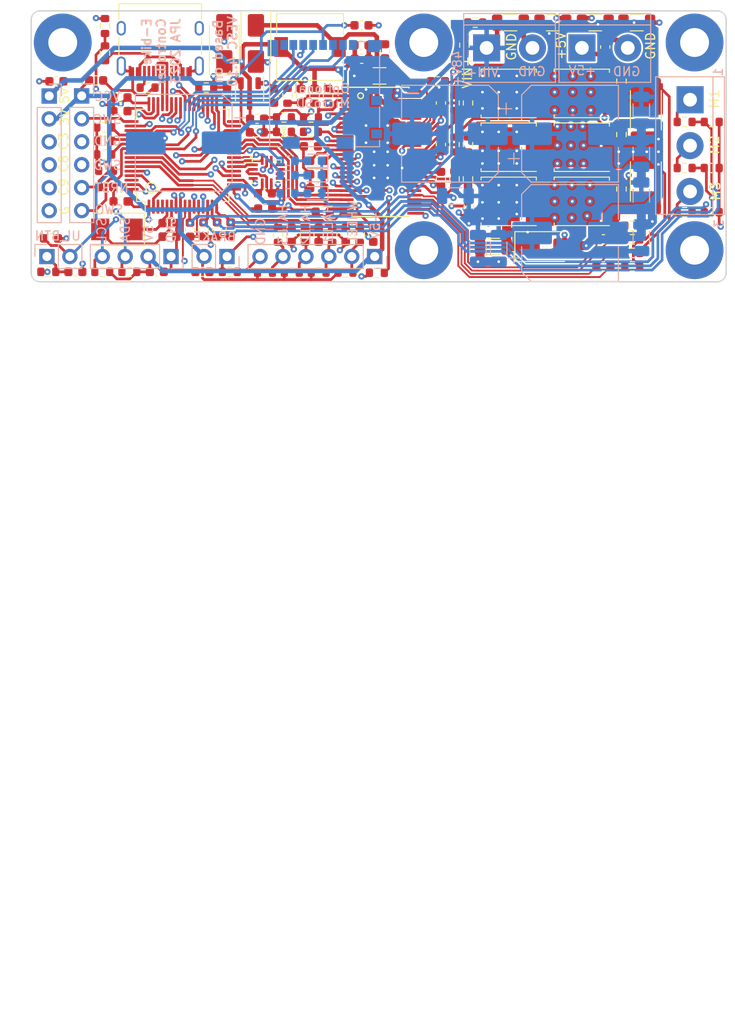
<source format=kicad_pcb>
(kicad_pcb (version 20221018) (generator pcbnew)
  (layers (0 "F.Cu" signal) (1 "In1.Cu" power "Inner.Cu1") (2 "In2.Cu" power "Inner.Cu2") (31 "B.Cu" signal) (34 "B.Paste" user) (35 "F.Paste" user) (36 "B.SilkS" user "B.Silkscreen") (37 "F.SilkS" user "F.Silkscreen") (38 "B.Mask" user) (39 "F.Mask" user) (44 "Edge.Cuts" user))
  (net 0 "")
  (net 1 "GND")
  (net 2 "V_SUPPLY")
  (net 3 "/MCU/AN_IN")
  (net 4 "/Filters/HALL3_OUT")
  (net 5 "/Filters/HALL2_OUT")
  (net 6 "/Filters/HALL1_OUT")
  (net 7 "VCC")
  (net 8 "Net-(C21-Pad2)")
  (net 9 "/Mosfet driver/H1_VS")
  (net 10 "/Mosfet driver/H2_VS")
  (net 11 "/Mosfet driver/H3_VS")
  (net 12 "NRST")
  (net 13 "+5V")
  (net 14 "/Filters/WHEEL_OUT")
  (net 15 "/MCU/BRAKE_IN")
  (net 16 "/MCU/BUTTONS_IN")
  (net 17 "/Filters/HALL1_IN")
  (net 18 "/Filters/HALL2_IN")
  (net 19 "/Filters/HALL3_IN")
  (net 20 "SWCLK")
  (net 21 "SWDIO")
  (net 22 "TRACESWO")
  (net 23 "/MCU/OLED_I2C_SDA")
  (net 24 "/MCU/OLED_I2C_SCL")
  (net 25 "/Mosfet driver/H1_LOW")
  (net 26 "/Mosfet driver/H3_LOW")
  (net 27 "/MCU/SENS1")
  (net 28 "/MCU/SENS2")
  (net 29 "/Mosfet driver/M_H1")
  (net 30 "/Mosfet driver/M_L1")
  (net 31 "/MCU/SENS3")
  (net 32 "/Mosfet driver/M_H2")
  (net 33 "/Mosfet driver/M_L2")
  (net 34 "/MCU/LED_GREEN")
  (net 35 "/MCU/LED_RED")
  (net 36 "SPI3_SDCARD_CS")
  (net 37 "SPI3_MOSI")
  (net 38 "SPI3_MISO")
  (net 39 "/Mosfet driver/M_H3")
  (net 40 "/Mosfet driver/M_L3")
  (net 41 "/MCU/USB_DM")
  (net 42 "Net-(U1-PH0-OSC_IN)")
  (net 43 "/MCU/USB_DP")
  (net 44 "Net-(U3-GVDD)")
  (net 45 "SPI1_SENSOR_CS")
  (net 46 "SPI1_SCK")
  (net 47 "SPI1_MISO")
  (net 48 "SPI1_MOSI")
  (net 49 "/MCU/L3")
  (net 50 "/MCU/L2")
  (net 51 "/MCU/L1")
  (net 52 "Net-(U3-COMP)")
  (net 53 "/MCU/DC_CAL")
  (net 54 "SPI3_SCK")
  (net 55 "/MCU/EN_GATE")
  (net 56 "/MCU/BR_SO2")
  (net 57 "/MCU/BR_SO1")
  (net 58 "/MCU/H3")
  (net 59 "/MCU/H2")
  (net 60 "/MCU/H1")
  (net 61 "SENSOR_IRQ")
  (net 62 "Net-(U3-CP1)")
  (net 63 "/MCU/FAULT")
  (net 64 "Net-(U3-CP2)")
  (net 65 "Net-(U3-AVDD)")
  (net 66 "Net-(D4-K)")
  (net 67 "Net-(U3-BST_BK)")
  (net 68 "Net-(U3-BST_A)")
  (net 69 "Net-(U3-BST_B)")
  (net 70 "Net-(U3-BST_C)")
  (net 71 "/MCU/PC3")
  (net 72 "/MCU/PC8")
  (net 73 "/MCU/PC9")
  (net 74 "Net-(U1-PH1-OSC_OUT)")
  (net 75 "Net-(D1-A)")
  (net 76 "Net-(D2-A)")
  (net 77 "Net-(D3-A)")
  (net 78 "Net-(J401-VBUS-PadA4)")
  (net 79 "Net-(J401-CC1)")
  (net 81 "Net-(J401-CC2)")
  (net 83 "Net-(U3-OC_ADJ)")
  (net 84 "Net-(U3-VSENSE)")
  (net 85 "Net-(U3-DTC)")
  (net 86 "Net-(U3-RT_CLK)")
  (net 87 "Net-(U3-BIAS)")
  (net 88 "/MCU/BOOT0")
  (net 101 "Net-(Q1-G)")
  (net 102 "Net-(Q2-G)")
  (net 103 "Net-(Q3-G)")
  (net 104 "Net-(Q4-G)")
  (net 105 "Net-(Q5-G)")
  (net 106 "Net-(Q6-G)")
  (net 107 "/Mosfet driver/SN1")
  (net 108 "/Mosfet driver/SP1")
  (net 109 "/Mosfet driver/SP2")
  (net 110 "/Mosfet driver/SN2")
  (net 111 "/Mosfet driver/DVDD")
  (net 112 "TEMPERATURE")
  (net 113 "Net-(U1-VCAP1)")
  (net 114 "Net-(U1-VCAP2)")
  (net 115 "/Filters/WHEEL_IN")
  (footprint "Capacitor_SMD:C_0603_1608Metric" (layer "F.Cu") (at 115.6 74.225 90)
    (fp_text reference "C2" hide)
    (fp_text value "100nF" hide)
  )
  (footprint "Capacitor_SMD:C_0603_1608Metric" (layer "F.Cu") (at 135.9 74.8 -90)
    (fp_text reference "C4" hide)
    (fp_text value "4.7nF" hide)
  )
  (footprint "Capacitor_SMD:C_0603_1608Metric" (layer "F.Cu") (at 126.85 74.8 -90)
    (fp_text reference "C5" hide)
    (fp_text value "4.7nF" hide)
  )
  (footprint "Capacitor_SMD:C_0603_1608Metric" (layer "F.Cu") (at 129.85 74.8 -90)
    (fp_text reference "C6" hide)
    (fp_text value "4.7nF" hide)
  )
  (footprint "Capacitor_SMD:C_0603_1608Metric" (layer "F.Cu") (at 132.85 74.8 -90)
    (fp_text reference "C7" hide)
    (fp_text value "4.7nF" hide)
  )
  (footprint "Capacitor_SMD:C_0603_1608Metric" (layer "F.Cu") (at 113.325 73.5)
    (fp_text reference "C15" hide)
    (fp_text value "22pF" hide)
  )
  (footprint "Capacitor_SMD:C_0603_1608Metric" (layer "F.Cu") (at 119.7 59.25 90)
    (fp_text reference "C16" hide)
    (fp_text value "4.7uF" hide)
  )
  (footprint "Capacitor_SMD:C_0603_1608Metric" (layer "F.Cu") (at 107.9 61.1 180)
    (fp_text reference "C17" hide)
    (fp_text value "4.7uF" hide)
  )
  (footprint "Capacitor_SMD:C_0603_1608Metric" (layer "F.Cu") (at 129 65 180)
    (fp_text reference "C18" hide)
    (fp_text value "4.7uF" hide)
  )
  (footprint "Capacitor_SMD:C_0603_1608Metric" (layer "F.Cu") (at 127.9 59.4 -90)
    (fp_text reference "C19" hide)
    (fp_text value "22pF" hide)
  )
  (footprint "Capacitor_SMD:C_0603_1608Metric" (layer "F.Cu") (at 129.7 69.6)
    (fp_text reference "C20" hide)
    (fp_text value "4.7uF" hide)
  )
  (footprint "Capacitor_SMD:C_0603_1608Metric" (layer "F.Cu") (at 124.9 59.4 -90)
    (fp_text reference "C21" hide)
    (fp_text value "4.7nF" hide)
  )
  (footprint "Capacitor_SMD:C_0603_1608Metric" (layer "F.Cu") (at 129.7 66.6)
    (fp_text reference "C22" hide)
    (fp_text value "100nF" hide)
  )
  (footprint "Capacitor_SMD:C_0603_1608Metric" (layer "F.Cu") (at 130.3 72.25)
    (fp_text reference "C23" hide)
    (fp_text value "4.7uF" hide)
  )
  (footprint "Capacitor_SMD:C_0603_1608Metric" (layer "F.Cu") (at 100.2 75.2)
    (fp_text reference "C24" hide)
    (fp_text value "4.7uF" hide)
  )
  (footprint "Capacitor_SMD:C_0603_1608Metric" (layer "F.Cu") (at 123.9 70.2 180)
    (fp_text reference "C26" hide)
    (fp_text value "4.7uF" hide)
  )
  (footprint "Capacitor_SMD:C_0603_1608Metric" (layer "F.Cu") (at 137.2 54.475 -90)
    (fp_text reference "C27" hide)
    (fp_text value "100nF" hide)
  )
  (footprint "Capacitor_SMD:C_0603_1608Metric" (layer "F.Cu") (at 143.4 60.2 90)
    (fp_text reference "C28" hide)
    (fp_text value "100nF" hide)
  )
  (footprint "Capacitor_SMD:C_0603_1608Metric" (layer "F.Cu") (at 143.4 64.8 90)
    (fp_text reference "C29" hide)
    (fp_text value "100nF" hide)
  )
  (footprint "Capacitor_SMD:C_0603_1608Metric" (layer "F.Cu") (at 143.4 68.6 90)
    (fp_text reference "C30" hide)
    (fp_text value "100nF" hide)
  )
  (footprint "Capacitor_SMD:C_0603_1608Metric" (layer "F.Cu") (at 106.3 69.5 180)
    (fp_text reference "C32" hide)
    (fp_text value "100nF" hide)
  )
  (footprint "Capacitor_SMD:C_0603_1608Metric" (layer "F.Cu") (at 161.4 75.3)
    (fp_text reference "C34" hide)
    (fp_text value "4.7nF" hide)
  )
  (footprint "Capacitor_SMD:C_0603_1608Metric" (layer "F.Cu") (at 161.4 78.3)
    (fp_text reference "C36" hide)
    (fp_text value "4.7nF" hide)
  )
  (footprint "Capacitor_SMD:C_0603_1608Metric" (layer "F.Cu") (at 113.325 75)
    (fp_text reference "C38" hide)
    (fp_text value "22pF" hide)
  )
  (footprint "Capacitor_SMD:C_1206_3216Metric" (layer "F.Cu") (at 155.8 51.3 180)
    (fp_text reference "C39" hide)
    (fp_text value "1uF,100V" hide)
  )
  (footprint "Capacitor_SMD:C_0603_1608Metric" (layer "F.Cu") (at 116.975 78.9 180)
    (fp_text reference "C42" hide)
    (fp_text value "100nF" hide)
  )
  (footprint "Capacitor_SMD:C_0603_1608Metric" (layer "F.Cu") (at 102.9 78.9)
    (fp_text reference "C45" hide)
    (fp_text value "100nF" hide)
  )
  (footprint "Capacitor_SMD:C_0603_1608Metric" (layer "F.Cu") (at 134.6 51.6 180)
    (fp_text reference "C46" hide)
    (fp_text value "4.7uF" hide)
  )
  (footprint "Capacitor_SMD:C_0603_1608Metric" (layer "F.Cu") (at 129.7 68.1)
    (fp_text reference "C52" hide)
    (fp_text value "4.7uF" hide)
  )
  (footprint "Diode_SMD:D_SMA" (layer "F.Cu") (at 122.9 53.6 -90)
    (fp_text reference "D4" hide)
    (fp_text value "Schottky" hide)
  )
  (footprint "Inductor_SMD:L_7.3x7.3_H4.5" (layer "F.Cu") (at 128.9 54 180)
    (fp_text reference "L1" hide)
    (fp_text value "22u" hide)
  )
  (footprint "Package_TO_SOT_SMD:TDSON-8-1" (layer "F.Cu") (at 150.905 59.1425 180)
    (fp_text reference "Q1" hide)
    (fp_text value "BSC030N08NS5" hide)
  )
  (footprint "Package_TO_SOT_SMD:TDSON-8-1" (layer "F.Cu") (at 159.005 59.1425 180)
    (fp_text reference "Q2" hide)
    (fp_text value "BSC030N08NS5" hide)
  )
  (footprint "Package_TO_SOT_SMD:TDSON-8-1" (layer "F.Cu") (at 150.905 65.095 180)
    (fp_text reference "Q3" hide)
    (fp_text value "BSC030N08NS5" hide)
  )
  (footprint "Package_TO_SOT_SMD:TDSON-8-1" (layer "F.Cu") (at 159.005 65.095 180)
    (fp_text reference "Q4" hide)
    (fp_text value "BSC030N08NS5" hide)
  )
  (footprint "Package_TO_SOT_SMD:TDSON-8-1" (layer "F.Cu") (at 150.905 71.095 180)
    (fp_text reference "Q5" hide)
    (fp_text value "BSC030N08NS5" hide)
  )
  (footprint "Package_TO_SOT_SMD:TDSON-8-1" (layer "F.Cu") (at 159.005 71.095 180)
    (fp_text reference "Q6" hide)
    (fp_text value "BSC030N08NS5" hide)
  )
  (footprint "Resistor_SMD:R_0603_1608Metric" (layer "F.Cu") (at 147.2 51.3 180)
    (fp_text reference "R3" hide)
    (fp_text value "39k" hide)
  )
  (footprint "Resistor_SMD:R_0603_1608Metric" (layer "F.Cu") (at 146 53.8 90)
    (fp_text reference "R4" hide)
    (fp_text value "2k2" hide)
  )
  (footprint "Resistor_SMD:R_0603_1608Metric" (layer "F.Cu") (at 132.825 78.975 180)
    (fp_text reference "R7" hide)
    (fp_text value "2k2" hide)
  )
  (footprint "Resistor_SMD:R_0603_1608Metric" (layer "F.Cu") (at 131.35 74.8 90)
    (fp_text reference "R8" hide)
    (fp_text value "4k7" hide)
  )
  (footprint "Resistor_SMD:R_0603_1608Metric" (layer "F.Cu") (at 128.35 74.8 90)
    (fp_text reference "R9" hide)
    (fp_text value "4k7" hide)
  )
  (footprint "Resistor_SMD:R_0603_1608Metric" (layer "F.Cu") (at 125.35 74.8 90)
    (fp_text reference "R10" hide)
    (fp_text value "4k7" hide)
  )
  (footprint "Resistor_SMD:R_0603_1608Metric" (layer "F.Cu") (at 123.9 78.975 180)
    (fp_text reference "R11" hide)
    (fp_text value "2k2" hide)
  )
  (footprint "Resistor_SMD:R_0603_1608Metric" (layer "F.Cu") (at 126.875 78.975 180)
    (fp_text reference "R12" hide)
    (fp_text value "2k2" hide)
  )
  (footprint "Resistor_SMD:R_0603_1608Metric" (layer "F.Cu") (at 129.85 78.975 180)
    (fp_text reference "R13" hide)
    (fp_text value "2k2" hide)
  )
  (footprint "Resistor_SMD:R_0603_1608Metric" (layer "F.Cu") (at 120 78.9)
    (fp_text reference "R14" hide)
    (fp_text value "2k2" hide)
  )
  (footprint "Resistor_SMD:R_0603_1608Metric" (layer "F.Cu") (at 99.9 78.9 180)
    (fp_text reference "R15" hide)
    (fp_text value "2k2" hide)
  )
  (footprint "Resistor_SMD:R_0603_1608Metric" (layer "F.Cu") (at 108.88 78.9 180)
    (fp_text reference "R16" hide)
    (fp_text value "2k2" hide)
  )
  (footprint "Resistor_SMD:R_0603_1608Metric" (layer "F.Cu") (at 129.4 59.4 -90)
    (fp_text reference "R17" hide)
    (fp_text value "12k" hide)
  )
  (footprint "Resistor_SMD:R_0603_1608Metric" (layer "F.Cu") (at 129 61.8 180)
    (fp_text reference "R18" hide)
    (fp_text value "2k2" hide)
  )
  (footprint "Resistor_SMD:R_0603_1608Metric" (layer "F.Cu") (at 126.4 59.4 -90)
    (fp_text reference "R19" hide)
    (fp_text value "10k" hide)
  )
  (footprint "Resistor_SMD:R_0603_1608Metric" (layer "F.Cu") (at 126 61.8 180)
    (fp_text reference "R20" hide)
    (fp_text value "10k" hide)
  )
  (footprint "Resistor_SMD:R_0603_1608Metric" (layer "F.Cu") (at 130.9 59.4 90)
    (fp_text reference "R21" hide)
    (fp_text value "220k" hide)
  )
  (footprint "Resistor_SMD:R_0603_1608Metric" (layer "F.Cu") (at 170.4 72.3)
    (fp_text reference "R23" hide)
    (fp_text value "39k" hide)
  )
  (footprint "Resistor_SMD:R_0603_1608Metric" (layer "F.Cu") (at 173.4 72.3 180)
    (fp_text reference "R24" hide)
    (fp_text value "2k2" hide)
  )
  (footprint "Resistor_SMD:R_0603_1608Metric" (layer "F.Cu") (at 170.4 67.4)
    (fp_text reference "R26" hide)
    (fp_text value "39k" hide)
  )
  (footprint "Resistor_SMD:R_0603_1608Metric" (layer "F.Cu") (at 173.4 67.4 180)
    (fp_text reference "R27" hide)
    (fp_text value "2k2" hide)
  )
  (footprint "Resistor_SMD:R_0603_1608Metric" (layer "F.Cu") (at 146.4 60.2 -90)
    (fp_text reference "R28" hide)
    (fp_text value "4R7" hide)
  )
  (footprint "Resistor_SMD:R_0603_1608Metric" (layer "F.Cu") (at 144.9 60.2 -90)
    (fp_text reference "R29" hide)
    (fp_text value "4R7" hide)
  )
  (footprint "Resistor_SMD:R_0603_1608Metric" (layer "F.Cu") (at 163.4 57.775 90)
    (fp_text reference "R30" hide)
    (fp_text value "39k" hide)
  )
  (footprint "Resistor_SMD:R_0603_1608Metric" (layer "F.Cu") (at 105.88 78.9 180)
    (fp_text reference "R31" hide)
    (fp_text value "2k2" hide)
  )
  (footprint "Resistor_SMD:R_0603_1608Metric" (layer "F.Cu") (at 170.4 62.3)
    (fp_text reference "R32" hide)
    (fp_text value "39k" hide)
  )
  (footprint "Resistor_SMD:R_0603_1608Metric" (layer "F.Cu") (at 173.4 62.3 180)
    (fp_text reference "R33" hide)
    (fp_text value "2k2" hide)
  )
  (footprint "Resistor_SMD:R_0603_1608Metric" (layer "F.Cu") (at 146.4 64.8 -90)
    (fp_text reference "R34" hide)
    (fp_text value "4R7" hide)
  )
  (footprint "Resistor_SMD:R_0603_1608Metric" (layer "F.Cu") (at 144.9 64.8 -90)
    (fp_text reference "R35" hide)
    (fp_text value "4R7" hide)
  )
  (footprint "Resistor_SMD:R_0603_1608Metric" (layer "F.Cu") (at 163.4 63.7 -90)
    (fp_text reference "R36" hide)
    (fp_text value "39k" hide)
  )
  (footprint "Resistor_SMD:R_0603_1608Metric" (layer "F.Cu") (at 106.1 65.9)
    (fp_text reference "R39" hide)
    (fp_text value "4k7" hide)
  )
  (footprint "Resistor_SMD:R_0603_1608Metric" (layer "F.Cu") (at 106.1 64.4)
    (fp_text reference "R40" hide)
    (fp_text value "4k7" hide)
  )
  (footprint "Resistor_SMD:R_0603_1608Metric" (layer "F.Cu") (at 106.1 62.9)
    (fp_text reference "R41" hide)
    (fp_text value "4k7" hide)
  )
  (footprint "Resistor_SMD:R_0603_1608Metric" (layer "F.Cu") (at 146.4 68.6 -90)
    (fp_text reference "R42" hide)
    (fp_text value "4R7" hide)
  )
  (footprint "Resistor_SMD:R_0603_1608Metric" (layer "F.Cu") (at 144.9 68.6 -90)
    (fp_text reference "R43" hide)
    (fp_text value "4R7" hide)
  )
  (footprint "Resistor_SMD:R_0603_1608Metric" (layer "F.Cu") (at 163.4 69.725 90)
    (fp_text reference "R46" hide)
    (fp_text value "39k" hide)
  )
  (footprint "Resistor_SMD:R_0603_1608Metric" (layer "F.Cu") (at 164.6 73.8 180)
    (fp_text reference "R48" hide)
    (fp_text value "100R" hide)
  )
  (footprint "Resistor_SMD:R_0603_1608Metric" (layer "F.Cu") (at 164.6 75.3 180)
    (fp_text reference "R49" hide)
    (fp_text value "100R" hide)
  )
  (footprint "Resistor_SMD:R_0603_1608Metric" (layer "F.Cu") (at 164.6 76.8 180)
    (fp_text reference "R50" hide)
    (fp_text value "100R" hide)
  )
  (footprint "Resistor_SMD:R_0603_1608Metric" (layer "F.Cu") (at 164.6 78.3 180)
    (fp_text reference "R51" hide)
    (fp_text value "100R" hide)
  )
  (footprint "Resistor_SMD:R_2512_6332Metric" (layer "F.Cu") (at 166.1 61 -90)
    (fp_text reference "R53" hide)
    (fp_text value "5m" hide)
  )
  (footprint "Resistor_SMD:R_2512_6332Metric" (layer "F.Cu") (at 166.1 68.9 90)
    (fp_text reference "R54" hide)
    (fp_text value "5m" hide)
  )
  (footprint "Package_QFP:LQFP-64_10x10mm_P0.5mm" (layer "F.Cu") (at 114.8 66 90)
    (fp_text reference "U1" hide)
    (fp_text value "STM32F40X_LQFP64" hide)
  )
  (footprint "Package_SO:HTSSOP-56-1EP_6.1x14mm_P0.5mm_EP3.61x6.35mm" (layer "F.Cu") (at 136.7 65.66)
    (fp_text reference "U3" hide)
    (fp_text value "DRV8302" hide)
  )
  (footprint "LSM6DS3:LSM6DS3" (layer "F.Cu") (at 124.1 67.8)
    (fp_text reference "U4" hide)
    (fp_text value "LSM6DS3" hide)
  )
  (footprint "Capacitor_SMD:C_0603_1608Metric" (layer "F.Cu") (at 107.9 71.1)
    (fp_text reference "C12" hide)
    (fp_text value "100nF" hide)
  )
  (footprint "Capacitor_SMD:C_0603_1608Metric" (layer "F.Cu") (at 107.9 59.6)
    (fp_text reference "C13" hide)
    (fp_text value "100nF" hide)
  )
  (footprint "Capacitor_SMD:C_0603_1608Metric" (layer "F.Cu") (at 123 63.45 180)
    (fp_text reference "C11" hide)
    (fp_text value "100nF" hide)
  )
  (footprint "Capacitor_SMD:C_0603_1608Metric" (layer "F.Cu") (at 105.2 57.7)
    (fp_text reference "C48" hide)
    (fp_text value "4.7uF" hide)
  )
  (footprint "Resistor_SMD:R_0603_1608Metric" (layer "F.Cu") (at 126 63.4)
    (fp_text reference "R5" hide)
    (fp_text value "N/A" hide)
  )
  (footprint "Resistor_SMD:R_0603_1608Metric" (layer "F.Cu") (at 129 63.4)
    (fp_text reference "R44" hide)
    (fp_text value "10k" hide)
  )
  (footprint "Capacitor_SMD:C_0603_1608Metric" (layer "F.Cu") (at 123.025 61.95)
    (fp_text reference "C1" hide)
    (fp_text value "4.7uF" hide)
  )
  (footprint "Capacitor_SMD:C_0603_1608Metric" (layer "F.Cu") (at 134.625 55.3)
    (fp_text reference "C8" hide)
    (fp_text value "4.7uF" hide)
  )
  (footprint "Capacitor_SMD:C_1206_3216Metric" (layer "F.Cu") (at 136.6 57.2 180)
    (fp_text reference "C53" hide)
    (fp_text value "1uF,100V" hide)
  )
  (footprint "Capacitor_SMD:C_1206_3216Metric" (layer "F.Cu") (at 149.2 76.1 180)
    (fp_text reference "C40" hide)
    (fp_text value "1uF,100V" hide)
  )
  (footprint "MountingHole:MountingHole_3.2mm_M3_Pad" (layer "F.Cu") (at 171.5 53.5)
    (fp_text reference "H1" hide)
    (fp_text value "M3" hide)
  )
  (footprint "Capacitor_SMD:C_0603_1608Metric" (layer "F.Cu") (at 161.6 54 90)
    (fp_text reference "C47" hide)
    (fp_text value "4.7uF" hide)
  )
  (footprint "Diode_SMD:D_SMA" (layer "F.Cu") (at 119.4 53.6 90)
    (fp_text reference "D5" hide)
    (fp_text value "SMAJ5" hide)
  )
  (footprint "Resistor_SMD:R_0603_1608Metric" (layer "F.Cu") (at 106.18 54.7 -90)
    (fp_text reference "R404" hide)
    (fp_text value "4k7" hide)
  )
  (footprint "Capacitor_SMD:C_0603_1608Metric" (layer "F.Cu") (at 111.925 78.9)
    (fp_text reference "C60" hide)
    (fp_text value "4.7uF")
  )
  (footprint "Capacitor_SMD:C_0603_1608Metric" (layer "F.Cu") (at 100.8 57.8 180)
    (fp_text reference "C61" hide)
    (fp_text value "4.7uF")
  )
  (footprint "Capacitor_SMD:C_0603_1608Metric" (layer "F.Cu") (at 117.1 74.2 90)
    (fp_text reference "C503" hide)
    (fp_text value "4.7nF" hide)
  )
  (footprint "Crystal:Crystal_SMD_5032-2Pin_5.0x3.2mm" (layer "F.Cu") (at 107.5 74.2 180)
    (fp_text reference "Y1" hide)
    (fp_text value "8MHz" hide)
  )
  (footprint "MountingHole:MountingHole_3.2mm_M3_Pad" (layer "F.Cu") (at 101.5 53.5)
    (fp_text reference "H5" hide)
    (fp_text value "M3" hide)
  )
  (footprint "MountingHole:MountingHole_3.2mm_M3_Pad" (layer "F.Cu") (at 171.5 76.5)
    (fp_text reference "H2" hide)
    (fp_text value "M3" hide)
  )
  (footprint "MountingHole:MountingHole_3.2mm_M3_Pad" (layer "F.Cu") (at 141.5 53.5)
    (fp_text reference "H4" hide)
    (fp_text value "M3" hide)
  )
  (footprint "Resistor_SMD:R_0603_1608Metric" (layer "F.Cu") (at 110.9 58.5 180)
    (fp_text reference "R402" hide)
    (fp_text value "4k7" hide)
  )
  (footprint "Capacitor_SMD:C_1206_3216Metric" (layer "F.Cu") (at 165.1 51.3)
    (fp_text reference "C43" hide)
    (fp_text value "1uF,100V" hide)
  )
  (footprint "Connector_USB:USB_C_Receptacle_XKB_U262-16XN-4BVC11" (layer "F.Cu") (at 112.3 53 180)
    (fp_text reference "J401" hide)
    (fp_text value "USB_C_Receptacle_USB2.0" hide)
  )
  (footprint "Capacitor_SMD:C_0603_1608Metric" (layer "F.Cu") (at 134.6 53.8)
    (fp_text reference "C3" hide)
    (fp_text value "4.7uF" hide)
  )
  (footprint "Capacitor_SMD:C_1206_3216Metric" (layer "F.Cu") (at 160.5 51.3 180)
    (fp_text reference "C51" hide)
    (fp_text value "1uF,100V" hide)
  )
  (footprint "Resistor_SMD:R_0603_1608Metric" (layer "F.Cu") (at 106.18 51.675 -90)
    (fp_text reference "R403" hide)
    (fp_text value "4k7" hide)
  )
  (footprint "Capacitor_SMD:C_0603_1608Metric" (layer "F.Cu") (at 123.925 71.9)
    (fp_text reference "C41" hide)
    (fp_text value "100nF")
  )
  (footprint "Resistor_SMD:R_0603_1608Metric" (layer "F.Cu") (at 134.4 74.8 90)
    (fp_text reference "R6" hide)
    (fp_text value "4k7")
  )
  (footprint "Resistor_SMD:R_0603_1608Metric" (layer "F.Cu") (at 106.3 67.7 180)
    (fp_text reference "R405" hide)
    (fp_text value "4k7" hide)
  )
  (footprint "Capacitor_SMD:C_0603_1608Metric" (layer "F.Cu") (at 118.6 74.2 90)
    (fp_text reference "C502" hide)
    (fp_text value "4.7nF" hide)
  )
  (footprint "Resistor_SMD:R_0603_1608Metric" (layer "F.Cu") (at 146.5 71.7 -90)
    (fp_text reference "R1" hide)
    (fp_text value "NTC 10k")
  )
  (footprint "Resistor_SMD:R_0603_1608Metric" (layer "F.Cu") (at 117.4 58.5 180)
    (fp_text reference "R401" hide)
    (fp_text value "4k7" hide)
  )
  (footprint "Capacitor_SMD:C_1206_3216Metric" (layer "F.Cu") (at 151.1 51.3)
    (fp_text reference "C37" hide)
    (fp_text value "1uF,100V" hide)
  )
  (footprint "Capacitor_SMD:C_0603_1608Metric" (layer "F.Cu") (at 143.075 57.8 180)
    (fp_text reference "C62" hide)
    (fp_text value "100nF")
  )
  (footprint "Diode_SMD:D_SMA" (layer "F.Cu") (at 155.1 76.1)
    (fp_text reference "D7" hide)
    (fp_text value "SMAJ48" hide)
  )
  (footprint "Resistor_SMD:R_0603_1608Metric" (layer "F.Cu") (at 136.3 79 180)
    (fp_text reference "R2" hide)
    (fp_text value "10k")
  )
  (footprint "MountingHole:MountingHole_3.2mm_M3_Pad" (layer "F.Cu") (at 141.5 76.5)
    (fp_text reference "H3" hide)
    (fp_text value "M3" hide)
  )
  (footprint "Capacitor_SMD:C_0603_1608Metric" (layer "F.Cu") (at 120.1 74.2 90)
    (fp_text reference "C501" hide)
    (fp_text value "4.7nF" hide)
  )
  (footprint "Package_TO_SOT_SMD:SOT-23-3" (layer "F.Cu") (at 122.2 59.15 -90)
    (fp_text reference "U6" hide)
    (fp_text value "XC6206PxxxMR" hide)
  )
  (footprint "LED_SMD:LED_0603_1608Metric" (layer "B.Cu") (at 129.3875 68.2 180)
    (fp_text reference "D1" hide)
    (fp_text value "GREEN" hide)
  )
  (footprint "LED_SMD:LED_0603_1608Metric" (layer "B.Cu") (at 129.4 66.6 180)
    (fp_text reference "D2" hide)
    (fp_text value "RED" hide)
  )
  (footprint "LED_SMD:LED_0603_1608Metric" (layer "B.Cu") (at 129.4 70.2 180)
    (fp_text reference "D3" hide)
    (fp_text value "LED" hide)
  )
  (footprint "Connector_PinHeader_2.54mm:PinHeader_1x06_P2.54mm_Vertical" (layer "B.Cu") (at 136.06 77.2 90)
    (fp_text reference "P1" hide)
    (fp_text value "HALL/Encoder" hide)
  )
  (footprint "Connector_PinHeader_2.54mm:PinHeader_1x06_P2.54mm_Vertical" (layer "B.Cu") (at 103.6 59.415 180)
    (fp_text reference "P2" hide)
    (fp_text value "SWD" hide)
  )
  (footprint "Connector_PinHeader_2.54mm:PinHeader_1x04_P2.54mm_Vertical" (layer "B.Cu") (at 113.5 77.2 90)
    (fp_text reference "P11" hide)
    (fp_text value "OLED" hide)
  )
  (footprint "Connector_PinHeader_2.54mm:PinHeader_1x02_P2.54mm_Vertical" (layer "B.Cu") (at 119.7 77.2 90)
    (fp_text reference "P12" hide)
    (fp_text value "BRAKE" hide)
  )
  (footprint "Connector_PinHeader_2.54mm:PinHeader_1x02_P2.54mm_Vertical" (layer "B.Cu") (at 99.75 77.2 -90)
    (fp_text reference "P13" hide)
    (fp_text value "BUTTONS" hide)
  )
  (footprint "Connector_PinHeader_2.54mm:PinHeader_1x06_P2.54mm_Vertical" (layer "B.Cu") (at 100 59.425 180)
    (fp_text reference "P14" hide)
    (fp_text value "EXTENSION")
  )
  (footprint "Resistor_SMD:R_0603_1608Metric" (layer "B.Cu") (at 126.4 70.2 180)
    (fp_text reference "R22" hide)
    (fp_text value "2k2" hide)
  )
  (footprint "Resistor_SMD:R_0603_1608Metric" (layer "B.Cu") (at 126.425 68.2 180)
    (fp_text reference "R37" hide)
    (fp_text value "100R" hide)
  )
  (footprint "Resistor_SMD:R_0603_1608Metric" (layer "B.Cu") (at 126.425 66.6 180)
    (fp_text reference "R38" hide)
    (fp_text value "100R" hide)
  )
  (footprint "Connector_Card:microSD_HC_Molex_104031-0811" (layer "B.Cu") (at 130.535 59.225 180)
    (fp_text reference "U5" hide)
    (fp_text value "MICROSD" hide)
  )
  (footprint "Capacitor_SMD:CP_Elec_10x10.5" (layer "B.Cu") (at 114.9 64.6 180)
    (fp_text reference "C33" hide)
    (fp_text value "470µF" hide)
  )
  (footprint "Capacitor_SMD:C_1206_3216Metric" (layer "B.Cu") (at 165.6 70.475 -90)
    (fp_text reference "C9" hide)
    (fp_text value "1uF,100V" hide)
  )
  (footprint "Capacitor_SMD:C_1206_3216Metric" (layer "B.Cu") (at 147.5 76.3 -90)
    (fp_text reference "C56" hide)
    (fp_text value "1uF,100V" hide)
  )
  (footprint "Capacitor_SMD:CP_Elec_10x10.5" (layer "B.Cu") (at 157.7 74.6)
    (fp_text reference "C57" hide)
    (fp_text value "100uF,63V" hide)
  )
  (footprint "TerminalBlock:TerminalBlock_bornier-2_P5.08mm" (layer "B.Cu") (at 159.02 54.1)
    (fp_text reference "J2" hide)
    (fp_text value "5V_OUT" hide)
  )
  (footprint "TerminalBlock:TerminalBlock_bornier-2_P5.08mm" (layer "B.Cu") (at 148.46 54.1)
    (fp_text reference "J3" hide)
    (fp_text value "40V_IN" hide)
  )
  (footprint "Capacitor_SMD:CP_Elec_10x10.5" (layer "B.Cu") (at 157.7 63.6)
    (fp_text reference "C59" hide)
    (fp_text value "100uF,63V" hide)
  )
  (footprint "Capacitor_SMD:C_1206_3216Metric" (layer "B.Cu") (at 145 70.5 180)
    (fp_text reference "C49" hide)
    (fp_text value "1uF,100V" hide)
  )
  (footprint "Capacitor_SMD:C_1206_3216Metric" (layer "B.Cu") (at 165.6 75.125 90)
    (fp_text reference "C50" hide)
    (fp_text value "1uF,100V" hide)
  )
  (footprint "Capacitor_SMD:C_1206_3216Metric" (layer "B.Cu") (at 165.6 65.8 90)
    (fp_text reference "C44" hide)
    (fp_text value "1uF,100V" hide)
  )
  (footprint "Capacitor_SMD:C_1206_3216Metric" (layer "B.Cu") (at 165.6 61 -90)
    (fp_text reference "C54" hide)
    (fp_text value "1uF,100V" hide)
  )
  (footprint "TerminalBlock:TerminalBlock_bornier-3_P5.08mm" (layer "B.Cu") (at 171 59.84 -90)
    (fp_text reference "J1" hide)
    (fp_text value "Motor" hide)
  )
  (footprint "Capacitor_SMD:C_1206_3216Metric" (layer "B.Cu") (at 149.8 76.3 -90)
    (fp_text reference "C55" hide)
    (fp_text value "1uF,100V" hide)
  )
  (footprint "Capacitor_SMD:CP_Elec_10x10.5" (layer "B.Cu") (at 144.4 63.6 180)
    (fp_text reference "C58" hide)
    (fp_text value "100uF,63V" hide)
  )
  (gr_line (start 125.762742 62.8775) (end 126.237258 63.9225) (stroke (width 0.15)) (layer "F.SilkS"))
  (gr_line (start 125.762742 63.9225) (end 126.237258 62.8775) (stroke (width 0.15)) (layer "F.SilkS"))
  (gr_circle (center 111.3 69.6) (end 111.8 69.9) (stroke (width 0.15)) (fill none) (layer "F.SilkS"))
  (gr_circle (center 134.5 59.4) (end 134.8 59.5) (stroke (width 0.15)) (fill none) (layer "F.SilkS"))
  (gr_arc (start 98 51) (mid 98.292893 50.292893) (end 99 50) (stroke (width 0.15)) (layer "Edge.Cuts"))
  (gr_arc (start 99 80) (mid 98.292893 79.707107) (end 98 79) (stroke (width 0.15)) (layer "Edge.Cuts"))
  (gr_line (start 174 80) (end 99 80) (stroke (width 0.15)) (layer "Edge.Cuts"))
  (gr_line (start 99 50) (end 174 50) (stroke (width 0.15)) (layer "Edge.Cuts"))
  (gr_arc (start 175 79) (mid 174.707107 79.707107) (end 174 80) (stroke (width 0.15)) (layer "Edge.Cuts"))
  (gr_arc (start 174 50) (mid 174.707107 50.292893) (end 175 51) (stroke (width 0.15)) (layer "Edge.Cuts"))
  (gr_line (start 98 79) (end 98 51) (stroke (width 0.15)) (layer "Edge.Cuts"))
  (gr_line (start 175 51) (end 175 79) (stroke (width 0.15)) (layer "Edge.Cuts"))
  (gr_text "NRST" (at 108.9 70.2) (layer "B.SilkS") (effects (font (size 1 1)) (justify left bottom mirror)))
  (gr_text "48V+" (at 145.8 54.3 90) (layer "B.SilkS") (effects (font (size 1 1)) (justify left bottom mirror)))
  (gr_text "HALL2" (at 129 71.3 90) (layer "B.SilkS") (effects (font (size 1 1)) (justify left bottom mirror)))
  (gr_text "SDA" (at 109 72.7 90) (layer "B.SilkS") (effects (font (size 1 1)) (justify left bottom mirror)))
  (gr_text "+5V" (at 160.7 57.2) (layer "B.SilkS") (effects (font (size 1 1)) (justify left bottom mirror)))
  (gr_text "HALL1" (at 131.5 71.3 90) (layer "B.SilkS") (effects (font (size 1 1)) (justify left bottom mirror)))
  (gr_text "GND" (at 108.1 65) (layer "B.SilkS") (effects (font (size 1 1)) (justify left bottom mirror)))
  (gr_text "+5V" (at 111.6 72.4 90) (layer "B.SilkS") (effects (font (size 1 1)) (justify left bottom mirror)))
  (gr_text "GND" (at 114.1 72.6 90) (layer "B.SilkS") (effects (font (size 1 1)) (justify left bottom mirror)))
  (gr_text "WHEEL" (at 134.2 70.9 90) (layer "B.SilkS") (effects (font (size 1 1)) (justify left bottom mirror)))
  (gr_text "GND" (at 124 72.8 90) (layer "B.SilkS") (effects (font (size 1 1)) (justify left bottom mirror)))
  (gr_text "SWC" (at 108.1 62.6) (layer "B.SilkS") (effects (font (size 1 1)) (justify left bottom mirror)))
  (gr_text "3" (at 174.8 73 90) (layer "B.SilkS") (effects (font (size 1 1)) (justify left bottom mirror)))
  (gr_text "+5V" (at 136.7 72.1 90) (layer "B.SilkS") (effects (font (size 1 1)) (justify left bottom mirror)))
  (gr_text "E-bike\nController\nJPA 2023" (at 112.4 50.7 90) (layer "B.SilkS") (effects (font (size 1 1) (thickness 0.2) bold) (justify left mirror)))
  (gr_text "Based on\nVESC 4.10" (at 119.5 54.5 90) (layer "B.SilkS") (effects (font (size 1 1) (thickness 0.2) bold) (justify mirror)))
  (gr_text "BRAKE" (at 120.8 75.6) (layer "B.SilkS") (effects (font (size 1 1)) (justify left bottom mirror)))
  (gr_text "GND" (at 155.1 57.3) (layer "B.SilkS") (effects (font (size 1 1)) (justify left bottom mirror)))
  (gr_text "SCL" (at 106.4 72.8 90) (layer "B.SilkS") (effects (font (size 1 1)) (justify left bottom mirror)))
  (gr_text "1" (at 174.7 56.2 90) (layer "B.SilkS") (effects (font (size 1 1)) (justify left bottom mirror)))
  (gr_text "VIN+" (at 149.9 57.4) (layer "B.SilkS") (effects (font (size 1 1)) (justify left bottom mirror)))
  (gr_text "SWO" (at 108.3 72.6) (layer "B.SilkS") (effects (font (size 1 1)) (justify left bottom mirror)))
  (gr_text "Optional\nMicroSD" (at 133.4 60.8) (layer "B.SilkS") (effects (font (size 1 1)) (justify left bottom mirror)))
  (gr_text "HALL3" (at 126.5 71.3 90) (layer "B.SilkS") (effects (font (size 1 1)) (justify left bottom mirror)))
  (gr_text "SWD" (at 108.1 67.7) (layer "B.SilkS") (effects (font (size 1 1)) (justify left bottom mirror)))
  (gr_text "UI_BTN" (at 103.6 75.5) (layer "B.SilkS") (effects (font (size 1 1)) (justify left bottom mirror)))
  (gr_text "VCC" (at 107.95 60.05) (layer "B.SilkS") (effects (font (size 1 1)) (justify left bottom mirror)))
  (gr_text "GND" (at 165.6 57.3) (layer "B.SilkS") (effects (font (size 1 1)) (justify left bottom mirror)))
  (gr_text "M1" (at 174.3 60.9 90) (layer "F.SilkS") (effects (font (size 1 1)) (justify left bottom)))
  (gr_text "VIN+" (at 146.9 58.7 90) (layer "F.SilkS") (effects (font (size 1 1)) (justify left bottom)))
  (gr_text "5V" (at 102.3 60.4 90) (layer "F.SilkS") (effects (font (size 1 1)) (justify left bottom)))
  (gr_text "C3" (at 102.2 65.5 90) (layer "F.SilkS") (effects (font (size 1 1)) (justify left bottom)))
  (gr_text "3V" (at 102.3 62.8 90) (layer "F.SilkS") (effects (font (size 1 1)) (justify left bottom)))
  (gr_text "C9" (at 102.2 70.6 90) (layer "F.SilkS") (effects (font (size 1 1)) (justify left bottom)))
  (gr_text "GND" (at 167.2 55.5 90) (layer "F.SilkS") (effects (font (size 1 1)) (justify left bottom)))
  (gr_text "+5V" (at 157.3 55.5 90) (layer "F.SilkS") (effects (font (size 1 1)) (justify left bottom)))
  (gr_text "M2" (at 174.3 66 90) (layer "F.SilkS") (effects (font (size 1 1)) (justify left bottom)))
  (gr_text "G" (at 102.3 72.7 90) (layer "F.SilkS") (effects (font (size 1 1)) (justify left bottom)))
  (gr_text "GND" (at 151.8 55.6 90) (layer "F.SilkS") (effects (font (size 1 1)) (justify left bottom)))
  (gr_text "C8" (at 102.2 68 90) (layer "F.SilkS") (effects (font (size 1 1)) (justify left bottom)))
  (gr_text "M3" (at 174.4 71.1 90) (layer "F.SilkS") (effects (font (size 1 1)) (justify left bottom)))
  (segment (start 139.1005 67.3995) (end 139.1 67.4) (width 0.3) (layer "F.Cu") (net 1))
  (segment (start 121.9 67.8) (end 122.15 67.55) (width 0.3) (layer "F.Cu") (net 1))
  (segment (start 121.66 78.9) (end 123.36 77.2) (width 0.3) (layer "F.Cu") (net 1))
  (segment (start 122.6 68.05) (end 123.22 68.05) (width 0.3) (layer "F.Cu") (net 1))
  (segment (start 124.45 70.2) (end 124.675 70.2) (width 0.3) (layer "F.Cu") (net 1))
  (segment (start 123.22 68.05) (end 123.41 68.24) (width 0.3) (layer "F.Cu") (net 1))
  (segment (start 127.625 74.8) (end 129.9 74.8) (width 0.3) (layer "F.Cu") (net 1))
  (segment (start 124.1 69.05) (end 124.1 69.85) (width 0.3) (layer "F.Cu") (net 1))
  (segment (start 131.6 63.1) (end 131.79 62.91) (width 0.3) (layer "F.Cu") (net 1))
  (segment (start 114.05 78.9) (end 113.5 78.9) (width 0.3) (layer "F.Cu") (net 1))
  (segment (start 127.415 61.015) (end 125.96 61.015) (width 0.3) (layer "F.Cu") (net 1))
  (segment (start 129.315 72.04) (end 126.9995 72.04) (width 0.3) (layer "F.Cu") (net 1))
  (segment (start 123.15 58.0125) (end 123.1625 58) (width 0.3) (layer "F.Cu") (net 1))
  (segment (start 107.125 69.575) (end 107.125 70) (width 0.3) (layer "F.Cu") (net 1))
  (segment (start 165.425 75.3) (end 166.049462 75.3) (width 0.3) (layer "F.Cu") (net 1))
  (segment (start 124.675 70.2) (end 124.8 70.2) (width 0.3) (layer "F.Cu") (net 1))
  (segment (start 174.4 73.9) (end 174.225 73.725) (width 0.3) (layer "F.Cu") (net 1))
  (segment (start 165.425 78.3) (end 164.715 77.59) (width 0.3) (layer "F.Cu") (net 1))
  (segment (start 122.15 68.05) (end 121.9 67.8) (width 0.3) (layer "F.Cu") (net 1))
  (segment (start 128.365274 61.8) (end 128.175 61.8) (width 0.3) (layer "F.Cu") (net 1))
  (segment (start 117.9 74.975) (end 116.4 74.975) (width 0.3) (layer "F.Cu") (net 1))
  (segment (start 125.175 63.4) (end 125.175 61.8) (width 0.3) (layer "F.Cu") (net 1))
  (segment (start 115.65 56.67) (end 116.055 56.67) (width 0.3) (layer "F.Cu") (net 1))
  (segment (start 126.1405 71.9) (end 126.5 71.5405) (width 0.3) (layer "F.Cu") (net 1))
  (segment (start 132.95 72.41) (end 134.11 72.41) (width 0.3) (layer "F.Cu") (net 1))
  (segment (start 166.049462 75.3) (end 168.2 73.149462) (width 0.3) (layer "F.Cu") (net 1))
  (segment (start 128.225 65) (end 126.901076 65) (width 0.3) (layer "F.Cu") (net 1))
  (segment (start 107.125 58.85) (end 105.975 57.7) (width 0.3) (layer "F.Cu") (net 1))
  (segment (start 164.715 77.59) (end 164.715 76.01) (width 0.3) (layer "F.Cu") (net 1))
  (segment (start 127.9 58.625) (end 127.9 58.083212) (width 0.3) (layer "F.Cu") (net 1))
  (segment (start 122.9 55.6) (end 124.1 55.6) (width 0.5) (layer "F.Cu") (net 1))
  (segment (start 125.3 57.6) (end 124.9 58) (width 0.3) (layer "F.Cu") (net 1))
  (segment (start 167.5 67.3375) (end 167.5 67) (width 0.3) (layer "F.Cu") (net 1))
  (segment (start 131.6 63.1) (end 131.91 63.41) (width 0.3) (layer "F.Cu") (net 1))
  (segment (start 123.41 68.24) (end 123.9 68.24) (width 0.3) (layer "F.Cu") (net 1))
  (segment (start 123.9 68.24) (end 124.1 68.44) (width 0.3) (layer "F.Cu") (net 1))
  (segment (start 159.5 76) (end 157.2 76) (width 1) (layer "F.Cu") (net 1))
  (segment (start 135.375 51.6) (end 136.5 51.6) (width 0.3) (layer "F.Cu") (net 1))
  (segment (start 110.755528 59.3) (end 109.678751 59.3) (width 0.3) (layer "F.Cu") (net 1))
  (segment (start 105.23 50.85) (end 106.18 50.85) (width 0.3) (layer "F.Cu") (net 1))
  (segment (start 116.2 78.9) (end 114.05 78.9) (width 0.3) (layer "F.Cu") (net 1))
  (segment (start 118.25 58.475) (end 118.225 58.5) (width 0.3) (layer "F.Cu") (net 1))
  (segment (start 146 56.549462) (end 146 54.625) (width 0.3) (layer "F.Cu") (net 1))
  (segment (start 128.391971 69.6) (end 128.925 69.6) (width 0.3) (layer "F.Cu") (net 1))
  (segment (start 157.1 74.8) (end 157.1 76.1) (width 0.5) (layer "F.Cu") (net 1))
  (segment (start 130.236432 72.6) (end 130.736432 73.1) (width 0.2) (layer "F.Cu") (net 1))
  (segment (start 124.8 70.2) (end 125.3405 69.6595) (width 0.3) (layer "F.Cu") (net 1))
  (segment (start 125.301076 63.4) (end 125.175 63.4) (width 0.3) (layer "F.Cu") (net 1))
  (segment (start 116.4 74.975) (end 115.625 74.975) (width 0.3) (layer "F.Cu") (net 1))
  (segment (start 103.675 78.025) (end 103.7 78) (width 0.3) (layer "F.Cu") (net 1))
  (segment (start 129.525 72.25) (end 129.315 72.04) (width 0.3) (layer "F.Cu") (net 1))
  (segment (start 157.3 51.275) (end 157.3 50.8) (width 0.5) (layer "F.Cu") (net 1))
  (segment (start 110.7 70) (end 109.95 69.25) (width 0.3) (layer "F.Cu") (net 1))
  (segment (start 125.3405 69.6595) (end 125.3405 69.209502) (width 0.3) (layer "F.Cu") (net 1))
  (segment (start 107.16 58.815) (end 109.193751 58.815) (width 0.3) (layer "F.Cu") (net 1))
  (segment (start 157.2 76) (end 157.1 76.1) (width 1) (layer "F.Cu") (net 1))
  (segment (start 152.575 53.135) (end 153.54 54.1) (width 0.5) (layer "F.Cu") (net 1))
  (segment (start 157.3 50.8) (end 156.2 50.8) (width 0.5) (layer "F.Cu") (net 1))
  (segment (start 144 57.9) (end 144.649462 57.9) (width 0.3) (layer "F.Cu") (net 1))
  (segment (start 123.1625 58) (end 124.275 58) (width 0.3) (layer "F.Cu") (net 1))
  (segment (start 159.025 51.3) (end 159.025 50.975) (width 0.5) (layer "F.Cu") (net 1))
  (segment (start 123.775 63.45) (end 125.125 63.45) (width 0.3) (layer "F.Cu") (net 1))
  (segment (start 135.4 55.3) (end 135.4 56.925) (width 0.5) (layer "F.Cu") (net 1))
  (segment (start 135.125 58.675) (end 135.1 58.7) (width 0.5) (layer "F.Cu") (net 1))
  (segment (start 131.79 62.91) (end 132.95 62.91) (width 0.3) (layer "F.Cu") (net 1))
  (segment (start 122.6 68.05) (end 122.15 68.05) (width 0.3) (layer "F.Cu") (net 1))
  (segment (start 116.55 72.814106) (end 116.365 72.999106) (width 0.2) (layer "F.Cu") (net 1))
  (segment (start 132.29 62.41) (end 132.95 62.41) (width 0.3) (layer "F.Cu") (net 1))
  (segment (start 121.7 69.582507) (end 121.7 70.2) (width 0.3) (layer "F.Cu") (net 1))
  (segment (start 119.4 51.6) (end 119.4 53.4) (width 0.5) (layer "F.Cu") (net 1))
  (segment (start 126.85 76.15) (end 127.1 76.4) (width 0.3) (layer "F.Cu") (net 1))
  (segment (start 163.225 53.225) (end 164.1 54.1) (width 0.5) (layer "F.Cu") (net 1))
  (segment (start 118.225 58.5) (end 118.225 57.2655) (width 0.3) (layer "F.Cu") (net 1))
  (segment (start 164.715 76.01) (end 165.425 75.3) (width 0.3) (layer "F.Cu") (net 1))
  (segment (start 120.55056 69.2512) (end 121.368693 69.2512) (width 0.3) (layer "F.Cu") (net 1))
  (segment (start 100.025 57.8) (end 98.9 57.8) (width 0.3) (layer "F.Cu") (net 1))
  (segment (start 107.125 61.1) (end 107.125 60.4) (width 0.3) (layer "F.Cu") (net 1))
  (segment (start 125.125 63.45) (end 125.175 63.4) (width 0.3) (layer "F.Cu") (net 1))
  (segment (start 135.4 53.825) (end 135.375 53.8) (width 0.5) (layer "F.Cu") (net 1))
  (segment (start 100.975 75.2) (end 101.9 75.2) (width 0.3) (layer "F.Cu") (net 1))
  (segment (start 124 58) (end 123.9875 58.0125) (width 0.5) (layer "F.Cu") (net 1))
  (segment (start 127.9 58) (end 127.5 57.6) (width 0.3) (layer "F.Cu") (net 1))
  (segment (start 130.736432 73.1) (end 131.7 73.1) (width 0.2) (layer "F.Cu") (net 1))
  (segment (start 115.625 74.975) (end 115.6 75) (width 0.3) (layer "F.Cu") (net 1))
  (segment (start 168.2 68.0375) (end 167.5 67.3375) (width 0.3) (layer "F.Cu") (net 1))
  (segment (start 131.7 73.1) (end 132.3 72.5) (width 0.2) (layer "F.Cu") (net 1))
  (segment (start 122.15 67.55) (end 122.6 67.55) (width 0.3) (layer "F.Cu") (net 1))
  (segment (start 111.725 58.5) (end 111.555528 58.5) (width 0.3) (layer "F.Cu") (net 1))
  (segment (start 109.125 69.25) (end 107.45 69.25) (width 0.3) (layer "F.Cu") (net 1))
  (segment (start 128.165 67.34) (end 128.925 68.1) (width 0.3) (layer "F.Cu") (net 1))
  (segment (start 147.725 76.1) (end 147.725 77.55) (width 1) (layer "F.Cu") (net 1))
  (segment (start 120.825 78.9) (end 121.66 78.9) (width 0.3) (layer "F.Cu") (net 1))
  (segment (start 107.125 70) (end 107.125 71.1) (width 0.3) (layer "F.Cu") (net 1))
  (segment (start 126.901076 65) (end 125.301076 63.4) (width 0.3) (layer "F.Cu") (net 1))
  (segment (start 124.1 69.85) (end 124.45 70.2) (width 0.3) (layer "F.Cu") (net 1))
  (segment (start 132.85 75.85) (end 132.85 75.575) (width 0.3) (layer "F.Cu") (net 1))
  (segment (start 134.11 72.41) (end 134.11 71.7305) (width 0.3) (layer "F.Cu") (net 1))
  (segment (start 117.9 74.975) (end 117.9 75.9) (width 0.3) (layer "F.Cu") (net 1))
  (segment (start 128.079001 69.28703) (end 128.391971 69.6) (width 0.3) (layer "F.Cu") (net 1))
  (segment (start 131.6 63.1) (end 132.29 62.41) (width 0.3) (layer "F.Cu") (net 1))
  (segment (start 103.675 78.9) (end 103.675 78.025) (width 0.3) (layer "F.Cu") (net 1))
  (segment (start 147.725 77.55) (end 147.635 77.64) (width 1) (layer "F.Cu") (net 1))
  (segment (start 124.7 71.9) (end 126.1405 71.9) (width 0.3) (layer "F.Cu") (net 1))
  (segment (start 134.285 72.41) (end 135.9 74.025) (width 0.3) (layer "F.Cu") (net 1))
  (segment (start 129.525 72.25) (end 129.525 72.325) (width 0.2) (layer "F.Cu") (net 1))
  (segment (start 127.9 58.083212) (end 128.341606 57.641606) (width 0.3) (layer "F.Cu") (net 1))
  (segment (start 124.1 55.6) (end 124.2 55.7) (width 0.5) (layer "F.Cu") (net 1))
  (segment (start 109.25 58.871249) (end 109.25 56.67) (width 0.3) (layer "F.Cu") (net 1))
  (segment (start 121.368693 69.2512) (end 121.7 69.582507) (width 0.3) (layer "F.Cu") (net 1))
  (segment (start 109.193751 58.815) (end 109.25 58.871249) (width 0.3) (layer "F.Cu") (net 1))
  (segment (start 127.5 57.6) (end 125.3 57.6) (width 0.3) (layer "F.Cu") (net 1))
  (segment (start 128.175 61.775) (end 127.415 61.015) (width 0.3) (layer "F.Cu") (net 1))
  (segment (start 105.18 50.8) (end 105.23 50.85) (width 0.3) (layer "F.Cu") (net 1))
  (segment (start 125.175 61.8) (end 123.95 61.8) (width 0.3) (layer "F.Cu") (net 1))
  (segment (start 99.075 78.9) (end 99.8 78.9) (width 0.3) (layer "F.Cu") (net 1))
  (segment (start 108.95 56.67) (end 108.545 56.67) (width 0.3) (layer "F.Cu") (net 1))
  (segment (start 134.11 71.7305) (end 134.3 71.5405) (width 0.3) (layer "F.Cu") (net 1))
  (segment (start 116.365 72.999106) (end 116.365 74.94) (width 0.2) (layer "F.Cu") (net 1))
  (segment (start 159.025 50.975) (end 159.2 50.8) (width 0.5) (layer "F.Cu") (net 1))
  (segment (start 107.125 60.4) (end 107.125 59.6) (width 0.3) (layer "F.Cu") (net 1))
  (segment (start 109.95 69.25) (end 109.125 69.25) (width 0.3) (layer "F.Cu") (net 1))
  (segment (start 124.275 58) (end 124.9 58.625) (width 0.3) (layer "F.Cu") (net 1))
  (segment (start 132.075 74.8) (end 132.85 75.575) (width 0.3) (layer "F.Cu") (net 1))
  (segment (start 123.95 61.8) (end 123.8 61.95) (width 0.3) (layer "F.Cu") (net 1))
  (segment (start 152.575 51.3) (end 152.575 53.135) (width 0.5) (layer "F.Cu") (net 1))
  (segment (start 126.9995 72.04) (end 126.5 71.5405) (width 0.3) (layer "F.Cu") (net 1))
  (segment (start 128.925 69.6) (end 128.925 69) (width 0.3) (layer "F.Cu") (net 1))
  (segment (start 115.65 56.77) (end 115.35 56.77) (width 0.3) (layer "F.Cu") (net 1))
  (segment (start 157.275 51.3) (end 159.025 51.3) (width 0.5) (layer "F.Cu") (net 1))
  (segment (start 123.775 61.975) (end 123.8 61.95) (width 0.3) (layer "F.Cu") (net 1))
  (segment (start 124.1 68.44) (end 124.1 69.05) (width 0.3) (layer "F.Cu") (net 1))
  (segment (start 124.6 70.125) (end 124.675 70.2) (width 0.3) (layer "F.Cu") (net 1))
  (segment (start 116.365 74.94) (end 116.4 74.975) (width 0.2) (layer "F.Cu") (net 1))
  (segment (start 129.9 74.8) (end 132.075 74.8) (width 0.3) (layer "F.Cu") (net 1))
  (segment (start 147.635 77.64) (end 147.5 77.64) (width 1) (layer "F.Cu") (net 1))
  (segment (start 123.6845 63.3595) (end 123.775 63.45) (width 0.3) (layer "F.Cu") (net 1))
  (segment (start 132.2 76.5) (end 132.85 75.85) (width 0.3) (layer "F.Cu") (net 1))
  (segment (start 159.2 50.8) (end 160.1 50.8) (width 0.5) (layer "F.Cu") (net 1))
  (segment (start 107.125 58.85) (end 107.16 58.815) (width 0.3) (layer "F.Cu") (net 1))
  (segment (start 130.9 60.225) (end 130.9 60.2) (width 0.3) (layer "F.Cu") (net 1))
  (segment (start 135.475 79) (end 135.075 79.4) (width 0.3) (layer "F.Cu") (net 1))
  (segment (start 128.225 65) (end 128.165 65.06) (width 0.3) (layer "F.Cu") (net 1))
  (segment (start 144 57.9) (end 143.7655 57.9) (width 0.3) (layer "F.Cu") (net 1))
  (segment (start 174.225 72.3) (end 174.225 62.3) (width 0.3) (layer "F.Cu") (net 1))
  (segment (start 135.4 55.3) (end 135.4 53.825) (width 0.5) (layer "F.Cu") (net 1))
  (segment (start 123.775 63.45) (end 123.775 61.975) (width 0.3) (layer "F.Cu") (net 1))
  (segment (start 167.1625 67) (end 166.2 65.6) (width 0.3) (layer "F.Cu") (net 1))
  (segment (start 105.996837 60.4) (end 105.896837 60.3) (width 0.3) (layer "F.Cu") (net 1))
  (segment (start 108.545 56.67) (end 107.98 56.105) (width 0.3) (layer "F.Cu") (net 1))
  (segment (start 107.125 59.6) (end 107.125 58.85) (width 0.3) (layer "F.Cu") (net 1))
  (segment (start 134.11 72.41) (end 134.285 72.41) (width 0.3) (layer "F.Cu") (net 1))
  (segment (start 135.125 57.2) (end 135.125 58.675) (width 0.5) (layer "F.Cu") (net 1))
  (segment (start 161.6 53.225) (end 163.225 53.225) (width 0.5) (layer "F.Cu") (net 1))
  (segment (start 113.5 78.9) (end 113.5 77.2) (width 0.3) (layer "F.Cu") (net 1))
  (segment (start 129.036335 61.128939) (end 128.365274 61.8) (width 0.3) (layer "F.Cu") (net 1))
  (segment (start 123.9875 58.0125) (end 123.15 58.0125) (width 0.5) (layer "F.Cu") (net 1))
  (segment (start 128.925 69) (end 128.925 68.1) (width 0.3) (layer "F.Cu") (net 1))
  (segment (start 127.9 58.625) (end 127.9 58) (width 0.3) (layer "F.Cu") (net 1))
  (segment (start 118.225 57.2655) (end 118.2 57.2405) (width 0.3) (layer "F.Cu") (net 1))
  (segment (start 124.6 69.05) (end 124.6 70.125) (width 0.3) (layer "F.Cu") (net 1))
  (segment (start 174.225 73.725) (end 174.225 72.3) (width 0.3) (layer "F.Cu") (net 1))
  (segment (start 166.2 65.6) (end 166.1 65.9375) (width 0.3) (layer "F.Cu") (net 1))
  (segment (start 168.2 73.149462) (end 168.2 68.0375) (width 0.3) (layer "F.Cu") (net 1))
  (segment (start 125.96 61.015) (end 125.175 61.8) (width 0.3) (layer "F.Cu") (net 1))
  (segment (start 126.85 75.575) (end 127.625 74.8) (width 0.3) (layer "F.Cu") (net 1))
  (segment (start 111.555528 58.5) (end 110.755528 59.3) (width 0.3) (layer "F.Cu") (net 1))
  (segment (start 129.8 72.6) (end 130.236432 72.6) (width 0.2) (layer "F.Cu") (net 1))
  (segment (start 116.55 71.675) (end 116.55 72.814106) (width 0.2) (layer "F.Cu") (net 1))
  (segment (start 128.165 65.06) (end 128.165 67.34) (width 0.3) (layer "F.Cu") (net 1))
  (segment (start 135.075 79.4) (end 134.6 79.4) (width 0.3) (layer "F.Cu") (net 1))
  (segment (start 120.1 74.975) (end 117.9 74.975) (width 0.3) (layer "F.Cu") (net 1))
  (segment (start 109.678751 59.3) (end 109.25 58.871249) (width 0.3) (layer "F.Cu") (net 1))
  (segment (start 114.1 76.6) (end 113.5 77.2) (width 0.3) (layer "F.Cu") (net 1))
  (segment (start 129.85 75.575) (end 129.85 74.85) (width 0.3) (layer "F.Cu") (net 1))
  (segment (start 107.45 69.25) (end 107.125 69.575) (width 0.3) (layer "F.Cu") (net 1))
  (segment (start 135.125 57.2) (end 133.8 57.2) (width 0.5) (layer "F.Cu") (net 1))
  (segment (start 123.329674 63.3595) (end 123.6845 63.3595) (width 0.3) (layer "F.Cu") (net 1))
  (segment (start 126.85 75.575) (end 126.85 76.15) (width 0.3) (layer "F.Cu") (net 1))
  (segment (start 167.5 67) (end 167.1625 67) (width 0.3) (layer "F.Cu") (net 1))
  (segment (start 114.1 73.5) (end 114.1 76.6) (width 0.3) (layer "F.Cu") (net 1))
  (segment (start 119.7 58.475) (end 118.25 58.475) (width 0.3) (layer "F.Cu") (net 1))
  (segment (start 129.525 72.325) (end 129.8 72.6) (width 0.2) (layer "F.Cu") (net 1))
  (segment (start 135.4 56.925) (end 135.125 57.2) (width 0.5) (layer "F.Cu") (net 1))
  (segment (start 124.9 58) (end 124.9 58.625) (width 0.3) (layer "F.Cu") (net 1))
  (segment (start 112.7 78.9) (end 114.05 78.9) (width 0.3) (layer "F.Cu") (net 1))
  (segment (start 140.4 67.3995) (end 139.1005 67.3995) (width 0.3) (layer "F.Cu") (net 1))
  (segment (start 107.125 60.4) (end 105.996837 60.4) (width 0.3) (layer "F.Cu") (net 1))
  (segment (start 128.175 61.8) (end 128.175 61.775) (width 0.3) (layer "F.Cu") (net 1))
  (segment (start 144.649462 57.9) (end 146 56.549462) (width 0.3) (layer "F.Cu") (net 1))
  (segment (start 143.7655 57.9) (end 143.2 58.4655) (width 0.3) (layer "F.Cu") (net 1))
  (segment (start 131.91 63.41) (end 132.95 63.41) (width 0.3) (layer "F.Cu") (net 1))
  (segment (start 129.85 74.85) (end 129.9 74.8) (width 0.3) (layer "F.Cu") (net 1))
  (segment (start 157.275 51.3) (end 157.3 51.275) (width 0.5) (layer "F.Cu") (net 1))
  (segment (start 116.055 56.67) (end 116.62 56.105) (width 0.3) (layer "F.Cu") (net 1))
  (segment (start 166.575 51.3) (end 167.6 51.3) (width 0.5) (layer "F.Cu") (net 1))
  (via (at 163.1 65.6) (size 0.7) (drill 0.3) (layers "F.Cu" "B.Cu") (net 1))
  (via (at 121.7 70.2) (size 0.7) (drill 0.3) (layers "F.Cu" "B.Cu") (net 1))
  (via (at 135.1 64.6) (size 0.7) (drill 0.3) (layers "F.Cu" "B.Cu") (net 1))
  (via (at 167.5 67) (size 0.7) (drill 0.3) (layers "F.Cu" "B.Cu") (net 1))
  (via (at 134.3 71.5405) (size 0.7) (drill 0.3) (layers "F.Cu" "B.Cu") (net 1))
  (via (at 119.4 53.4) (size 0.7) (drill 0.3) (layers "F.Cu" "B.Cu") (net 1))
  (via (at 130.9 60.2) (size 0.7) (drill 0.3) (layers "F.Cu" "B.Cu") (net 1))
  (via (at 133.8 57.2) (size 0.7) (drill 0.3) (layers "F.Cu" "B.Cu") (net 1))
  (via (at 103.7 78) (size 0.7) (drill 0.3) (layers "F.Cu" "B.Cu") (net 1))
  (via (at 167.5 64.2) (size 0.7) (drill 0.3) (layers "F.Cu" "B.Cu") (net 1))
  (via (at 156.2 50.8) (size 0.7) (drill 0.3) (layers "F.Cu" "B.Cu") (net 1))
  (via (at 128.341606 57.641606) (size 0.7) (drill 0.3) (layers "F.Cu" "B.Cu") (net 1))
  (via (at 136.5 51.6) (size 0.7) (drill 0.3) (layers "F.Cu" "B.Cu") (net 1))
  (via (at 127.8 54.9) (size 0.7) (drill 0.3) (layers "F.Cu" "B.Cu") (net 1))
  (via (at 137.5 64.6) (size 0.7) (drill 0.3) (layers "F.Cu" "B.Cu") (net 1))
  (via (at 128.079001 69.28703) (size 0.7) (drill 0.3) (layers "F.Cu" "B.Cu") (net 1))
  (via (at 137.5 68.5) (size 0.7) (drill 0.3) (layers "F.Cu" "B.Cu") (net 1))
  (via (at 163.1 66.9) (size 0.7) (drill 0.3) (layers "F.Cu" "B.Cu") (net 1))
  (via (at 135.1 58.7) (size 0.7) (drill 0.3) (layers "F.Cu" "B.Cu") (net 1))
  (via (at 99.8 78.9) (size 0.7) (drill 0.3) (layers "F.Cu" "B.Cu") (net 1))
  (via (at 160.1 50.8) (size 0.7) (drill 0.3) (layers "F.Cu" "B.Cu") (net 1))
  (via (at 164.7 65.6) (size 0.7) (drill 0.3) (layers "F.Cu" "B.Cu") (net 1))
  (via (at 134.6 79.4) (size 0.7) (drill 0.3) (layers "F.Cu" "B.Cu") (net 1))
  (via (at 132.2 76.5) (size 0.7) (drill 0.3) (layers "F.Cu" "B.Cu") (net 1))
  (via (at 101.9 75.2) (size 0.7) (drill 0.3) (layers "F.Cu" "B.Cu") (net 1))
  (via (at 166.2 65.6) (size 0.7) (drill 0.3) (layers "F.Cu" "B.Cu") (net 1))
  (via (at 167.6 51.3) (size 0.7) (drill 0.3) (layers "F.Cu" "B.Cu") (net 1))
  (via (at 125.3405 69.209502) (size 0.7) (drill 0.3) (layers "F.Cu" "B.Cu") (net 1))
  (via (at 157.1 74.8) (size 0.7) (drill 0.3) (layers "F.Cu" "B.Cu") (net 1))
  (via (at 98.9 57.8) (size 0.7) (drill 0.3) (layers "F.Cu" "B.Cu") (net 1))
  (via (at 136 68.5) (size 0.7) (drill 0.3) (layers "F.Cu" "B.Cu") (net 1))
  (via (at 112.8 64.1) (size 0.7) (drill 0.3) (layers "F.Cu" "B.Cu") (net 1))
  (via (at 105.18 50.8) (size 0.7) (drill 0.3) (layers "F.Cu" "B.Cu") (net 1))
  (via (at 105.896837 60.3) (size 0.7) (drill 0.3) (layers "F.Cu" "B.Cu") (net 1))
  (via (at 124 58) (size 0.7) (drill 0.3) (layers "F.Cu" "B.Cu") (net 1))
  (via (at 174.4 73.9) (size 0.7) (drill 0.3) (layers "F.Cu" "B.Cu") (net 1))
  (via (at 137.5 62.7) (size 0.7) (drill 0.3) (layers "F.Cu" "B.Cu") (net 1))
  (via (at 127.1 76.4) (size 0.7) (drill 0.3) (layers "F.Cu" "B.Cu") (net 1))
  (via (at 137.5 65.6) (size 0.7) (drill 0.3) (layers "F.Cu" "B.Cu") (net 1))
  (via (at 129.036335 61.128939) (size 0.7) (drill 0.3) (layers "F.Cu" "B.Cu") (net 1))
  (via (at 117.9 75.9) (size 0.7) (drill 0.3) (layers "F.Cu" "B.Cu") (net 1))
  (via (at 137.5 67.1) (size 0.7) (drill 0.3) (layers "F.Cu" "B.Cu") (net 1))
  (via (at 123.329674 63.3595) (size 0.7) (drill 0.3) (layers "F.Cu" "B.Cu") (net 1))
  (via (at 143.2 58.4655) (size 0.7) (drill 0.3) (layers "F.Cu" "B.Cu") (net 1))
  (via (at 131.6 63.1) (size 0.7) (drill 0.3) (layers "F.Cu" "B.Cu") (net 1))
  (via (at 166.826706 73.326705) (size 0.7) (drill 0.3) (layers "F.Cu" "B.Cu") (net 1))
  (via (at 139.1 67.4) (size 0.7) (drill 0.3) (layers "F.Cu" "B.Cu") (net 1))
  (via (at 147.5 77.775) (size 0.7) (drill 0.3) (layers "F.Cu" "B.Cu") (net 1))
  (via (at 136 67.1) (size 0.7) (drill 0.3) (layers "F.Cu" "B.Cu") (net 1))
  (via (at 126.5 71.5405) (size 0.7) (drill 0.3) (layers "F.Cu" "B.Cu") (net 1))
  (via (at 135.1 62.7) (size 0.7) (drill 0.3) (layers "F.Cu" "B.Cu") (net 1))
  (via (at 136 65.6) (size 0.7) (drill 0.3) (layers "F.Cu" "B.Cu") (net 1))
  (via (at 124.2 55.7) (size 0.7) (drill 0.3) (layers "F.Cu" "B.Cu") (net 1))
  (via (at 159.5 76) (size 0.7) (drill 0.3) (layers "F.Cu" "B.Cu") (net 1))
  (via (at 149.8 77.775) (size 0.7) (drill 0.3) (layers "F.Cu" "B.Cu") (net 1))
  (via (at 118.2 57.2405) (size 0.7) (drill 0.3) (layers "F.Cu" "B.Cu") (net 1))
  (via (at 110.7 70) (size 0.7) (drill 0.3) (layers "F.Cu" "B.Cu") (net 1))
  (via (at 167.5 65.6) (size 0.7) (drill 0.3) (layers "F.Cu" "B.Cu") (net 1))
  (via (at 144.788013 70.714983) (size 0.7) (drill 0.3) (layers "F.Cu" "B.Cu") (net 1))
  (segment (start 149.8 77.775) (end 147.5 77.775) (width 1) (layer "B.Cu") (net 1))
  (segment (start 165.6 73.65) (end 166.503411 73.65) (width 1) (layer "B.Cu") (net 1))
  (segment (start 165.6 71.95) (end 162.55 71.95) (width 1) (layer "B.Cu") (net 1))
  (segment (start 165.6 64.325) (end 165.6 65.6) (width 1) (layer "B.Cu") (net 1))
  (segment (start 130.1875 70.2) (end 130.1875 70.6875) (width 0.3) (layer "B.Cu") (net 1))
  (segment (start 160.9 74.6) (end 159.5 76) (width 1) (layer "B.Cu") (net 1))
  (segment (start 112.3 64.6) (end 112.8 64.1) (width 0.3) (layer "B.Cu") (net 1))
  (segment (start 163.1 64.8) (end 161.9 63.6) (width 1) (layer "B.Cu") (net 1))
  (segment (start 163.1 65.6) (end 163.1 64.8) (width 1) (layer "B.Cu") (net 1))
  (segment (start 165.6 64.325) (end 165.6 62.475) (width 1) (layer "B.Cu") (net 1))
  (segment (start 165.625 62.5) (end 165.6 62.475) (width 1) (layer "B.Cu") (net 1))
  (segment (start 167.3 65.6) (end 167.5 65.6) (width 1) (layer "B.Cu") (net 1))
  (segment (start 167.5 70.5) (end 167.5 67.5) (width 1) (layer "B.Cu") (net 1))
  (segment (start 165.6 73.65) (end 165.6 71.95) (width 1) (layer "B.Cu") (net 1))
  (segment (start 164.4 65.6) (end 163.1 66.9) (width 1) (layer "B.Cu") (net 1))
  (segment (start 162.625 64.325) (end 161.9 63.6) (width 1) (layer "B.Cu") (net 1))
  (segment (start 143.525 70.5) (end 144.57303 70.5) (width 0.5) (layer "B.Cu") (net 1))
  (segment (start 110.7 64.6) (end 112.3 64.6) (width 0.3) (layer "B.Cu") (net 1))
  (segment (start 131.0405 71.5405) (end 134.3 71.5405) (width 0.3) (layer "B.Cu") (net 1))
  (segment (start 167.5 66.9) (end 167.5 67.5) (width 1) (layer "B.Cu") (net 1))
  (segment (start 165.6 64.325) (end 162.625 64.325) (width 1) (layer "B.Cu") (net 1))
  (segment (start 165.6 62.475) (end 163.025 62.475) (width 1) (layer "B.Cu") (net 1))
  (segment (start 161.9 72.6) (end 161.9 74.6) (width 1) (layer "B.Cu") (net 1))
  (segment (start 166.2 65.6) (end 167.5 66.9) (width 1) (layer "B.Cu") (net 1))
  (segment (start 165.6 71.95) (end 166.05 71.95) (width 1) (layer "B.Cu") (net 1))
  (segment (start 161.9 74.6) (end 162.3 75) (width 1) (layer "B.Cu") (net 1))
  (segment (start 137.5 63.6) (end 137.5 63) (width 0.5) (layer "B.Cu") (net 1))
  (segment (start 167.5 62.5) (end 165.625 62.5) (width 1) (layer "B.Cu") (net 1))
  (segment (start 165.6 75) (end 165.6 73.65) (width 1) (layer "B.Cu") (net 1))
  (segment (start 161.9 74.6) (end 160.9 74.6) (width 1) (layer "B.Cu") (net 1))
  (segment (start 162.55 71.95) (end 161.9 72.6) (width 1) (layer "B.Cu") (net 1))
  (segment (start 166.05 71.95) (end 166.75 71.25) (width 1) (layer "B.Cu") (net 1))
  (segment (start 162.3 75) (end 165.6 75) (width 1) (layer "B.Cu") (net 1))
  (segment (start 166.75 71.25) (end 167.5 70.5) (width 1) (layer "B.Cu") (net 1))
  (segment (start 128.14 53.775) (end 128.14 54.56) (width 0.3) (layer "B.Cu") (net 1))
  (segment (start 163.025 62.475) (end 161.9 63.6) (width 1) (layer "B.Cu") (net 1))
  (segment (start 130.1875 70.2) (end 130.1875 66.6) (width 0.3) (layer "B.Cu") (net 1))
  (segment (start 167.5 65.6) (end 165.6 65.6) (width 1) (layer "B.Cu") (net 1))
  (segment (start 144.57303 70.5) (end 144.788013 70.714983) (width 0.5) (layer "B.Cu") (net 1))
  (segment (start 128.14 54.56) (end 127.8 54.9) (width 0.3) (layer "B.Cu") (net 1))
  (segment (start 130.1875 70.6875) (end 131.0405 71.5405) (width 0.3) (layer "B.Cu") (net 1))
  (segment (start 163.1 65.6) (end 163.1 66.9) (width 1) (layer "B.Cu") (net 1))
  (segment (start 166.826706 73.326705) (end 166.826706 71.326706) (width 1) (layer "B.Cu") (net 1))
  (segment (start 166.503411 73.65) (end 166.826706 73.326705) (width 1) (layer "B.Cu") (net 1))
  (segment (start 167.5 65.6) (end 167.5 64.2) (width 1) (layer "B.Cu") (net 1))
  (segment (start 167.5 67.5) (end 167.5 67) (width 1) (layer "B.Cu") (net 1))
  (segment (start 167.5 64.2) (end 165.725 64.2) (width 1) (layer "B.Cu") (net 1))
  (segment (start 165.6 65.6) (end 163.1 65.6) (width 1) (layer "B.Cu") (net 1))
  (segment (start 137.5 63) (end 137.5 64.3) (width 0.5) (layer "B.Cu") (net 1))
  (segment (start 166.826706 71.326706) (end 166.75 71.25) (width 1) (layer "B.Cu") (net 1))
  (segment (start 164.7 65.6) (end 164.4 65.6) (width 1) (layer "B.Cu") (net 1))
  (segment (start 167.5 67) (end 167.5 65.6) (width 1) (layer "B.Cu") (net 1))
  (segment (start 140.2 63.6) (end 137.5 63.6) (width 0.5) (layer "B.Cu") (net 1))
  (segment (start 167.5 64.2) (end 167.5 62.5) (width 1) (layer "B.Cu") (net 1))
  (segment (start 147.4655 73.5345) (end 148 73) (width 0.3) (layer "F.Cu") (net 2))
  (segment (start 150.675 76.1) (end 150.675 74.5) (width 1) (layer "F.Cu") (net 2))
  (segment (start 140.45 60.41) (end 138.91 60.41) (width 0.3) (layer "F.Cu") (net 2))
  (segment (start 149.625 51.3) (end 149.625 52.935) (width 0.5) (layer "F.Cu") (net 2))
  (segment (start 138.075 59.575) (end 138.325 59.575) (width 0.5) (layer "F.Cu") (net 2))
  (segment (start 161 51.3) (end 160.8 51.5) (width 0.5) (layer "F.Cu") (net 2))
  (segment (start 140.45 59.91) (end 138.59 59.91) (width 0.3) (layer "F.Cu") (net 2))
  (segment (start 138.5 60) (end 138.7 60.2) (width 0.5) (layer "F.Cu") (net 2))
  (segment (start 138.325 59.575) (end 138.5 59.4) (width 0.5) (layer "F.Cu") (net 2))
  (segment (start 140.45 72.41) (end 141.41 72.41) (width 0.3) (layer "F.Cu") (net 2))
  (segment (start 150.675 71.915) (end 149.855 71.095) (width 1) (layer "F.Cu") (net 2))
  (segment (start 154.325 51.3) (end 154.325 51.425) (width 0.5) (layer "F.Cu") (net 2))
  (segment (start 163.625 51.3) (end 164.8 51.3) (width 0.5) (layer "F.Cu") (net 2))
  (segment (start 138.59 59.91) (end 138.5 60) (width 0.3) (layer "F.Cu") (net 2))
  (segment (start 153 74.5) (end 150.675 74.5) (width 1) (layer "F.Cu") (net 2))
  (segment (start 153.1 76.1) (end 153.1 74.6) (width 1) (layer "F.Cu") (net 2))
  (segment (start 163.625 51.3) (end 161.975 51.3) (width 0.5) (layer "F.Cu") (net 2))
  (segment (start 153.1 74.6) (end 153 74.5) (width 1) (layer "F.Cu") (net 2))
  (segment (start 148.025 51.3) (end 149.625 51.3) (width 0.3) (layer "F.Cu") (net 2))
  (segment (start 146.496464 73.5345) (end 147.4655 73.5345) (width 0.3) (layer "F.Cu") (net 2))
  (segment (start 149.625 52.935) (end 148.46 54.1) (width 0.5) (layer "F.Cu") (net 2))
  (segment (start 138.91 60.41) (end 138.7 60.2) (width 0.3) (layer "F.Cu") (net 2))
  (segment (start 153.1 76.1) (end 150.675 76.1) (width 1) (layer "F.Cu") (net 2))
  (segment (start 138.5 59.4) (end 138.5 58.9) (width 0.5) (layer "F.Cu") (net 2))
  (segment (start 141.41 72.41) (end 141.7 72.7) (width 0.3) (layer "F.Cu") (net 2))
  (segment (start 138.5 58.9) (end 138.6 58.8) (width 0.5) (layer "F.Cu") (net 2))
  (segment (start 138.075 57.2) (end 138.075 59.575) (width 0.5) (layer "F.Cu") (net 2))
  (segment (start 138.075 59.575) (end 138.5 60) (width 0.5) (layer "F.Cu") (net 2))
  (segment (start 150.675 74.5) (end 150.675 71.915) (width 1) (layer "F.Cu") (net 2))
  (segment (start 161.975 51.3) (end 161 51.3) (width 0.5) (layer "F.Cu") (net 2))
  (segment (start 154.325 51.425) (end 155.4 52.5) (width 0.5) (layer "F.Cu") (net 2))
  (via (at 149.8 66.9) (size 0.7) (drill 0.3) (layers "F.Cu" "B.Cu") (net 2))
  (via (at 151.8 63.4) (size 0.7) (drill 0.3) (layers "F.Cu" "B.Cu") (net 2))
  (via (at 153 74.5) (size 0.7) (drill 0.3) (layers "F.Cu" "B.Cu") (net 2))
  (via (at 151.8 59) (size 0.7) (drill 0.3) (layers "F.Cu" "B.Cu") (net 2))
  (via (at 148 63.4) (size 0.7) (drill 0.3) (layers "F.Cu" "B.Cu") (net 2))
  (via (at 151.8 71.2) (size 0.7) (drill 0.3) (layers "F.Cu" "B.Cu") (net 2))
  (via (at 151.8 66.9) (size 0.7) (drill 0.3) (layers "F.Cu" "B.Cu") (net 2))
  (via (at 141.7 72.7) (size 0.7) (drill 0.3) (layers "F.Cu" "B.Cu") (net 2))
  (via (at 149.8 73) (size 0.7) (drill 0.3) (layers "F.Cu" "B.Cu") (net 2))
  (via (at 151.8 60.8) (size 0.7) (drill 0.3) (layers "F.Cu" "B.Cu") (net 2))
  (via (at 148 73) (size 0.7) (drill 0.3) (layers "F.Cu" "B.Cu") (net 2))
  (via (at 148 66.9) (size 0.7) (drill 0.3) (layers "F.Cu" "B.Cu") (net 2))
  (via (at 149.8 69.3) (size 0.7) (drill 0.3) (layers "F.Cu" "B.Cu") (net 2))
  (via (at 138.6 58.8) (size 0.7) (drill 0.3) (layers "F.Cu" "B.Cu") (net 2))
  (via (at 148 69.3) (size 0.7) (drill 0.3) (layers "F.Cu" "B.Cu") (net 2))
  (via (at 146.496464 73.5345) (size 0.7) (drill 0.3) (layers "F.Cu" "B.Cu") (net 2))
  (via (at 138.5 59.4) (size 0.7) (drill 0.3) (layers "F.Cu" "B.Cu") (net 2))
  (via (at 151.8 69.3) (size 0.7) (drill 0.3) (layers "F.Cu" "B.Cu") (net 2))
  (via (at 148 71.2) (size 0.7) (drill 0.3) (layers "F.Cu" "B.Cu") (net 2))
  (via (at 149.8 59) (size 0.7) (drill 0.3) (layers "F.Cu" "B.Cu") (net 2))
  (via (at 149.8 65.5) (size 0.7) (drill 0.3) (layers "F.Cu" "B.Cu") (net 2))
  (via (at 164.8 51.3) (size 0.7) (drill 0.3) (layers "F.Cu" "B.Cu") (net 2))
  (via (at 149.8 57.2) (size 0.7) (drill 0.3) (layers "F.Cu" "B.Cu") (net 2))
  (via (at 151.8 57.2) (size 0.7) (drill 0.3) (layers "F.Cu" "B.Cu") (net 2))
  (via (at 160.8 51.5) (size 0.7) (drill 0.3) (layers "F.Cu" "B.Cu") (net 2))
  (via (at 148 57.2) (size 0.7) (drill 0.3) (layers "F.Cu" "B.Cu") (net 2))
  (via (at 151.8 65.5) (size 0.7) (drill 0.3) (layers "F.Cu" "B.Cu") (net 2))
  (via (at 148 59) (size 0.7) (drill 0.3) (layers "F.Cu" "B.Cu") (net 2))
  (via (at 149.8 71.2) (size 0.7) (drill 0.3) (layers "F.Cu" "B.Cu") (net 2))
  (via (at 149.8 63.4) (size 0.7) (drill 0.3) (layers "F.Cu" "B.Cu") (net 2))
  (via (at 148 65.5) (size 0.7) (drill 0.3) (layers "F.Cu" "B.Cu") (net 2))
  (via (at 148 60.8) (size 0.7) (drill 0.3) (layers "F.Cu" "B.Cu") (net 2))
  (via (at 149.8 60.8) (size 0.7) (drill 0.3) (layers "F.Cu" "B.Cu") (net 2))
  (via (at 155.4 52.5) (size 0.7) (drill 0.3) (layers "F.Cu" "B.Cu") (net 2))
  (via (at 151.8 72.5) (size 0.7) (drill 0.3) (layers "F.Cu" "B.Cu") (net 2))
  (segment (start 139.3 59.4) (end 139.2 59.4) (width 0.5) (layer "B.Cu") (net 2))
  (segment (start 146.9 57.2) (end 148 57.2) (width 0.5) (layer "B.Cu") (net 2))
  (segment (start 139.2 59.4) (end 138.6 58.8) (width 0.5) (layer "B.Cu") (net 2))
  (segment (start 145.7 56) (end 146.9 57.2) (width 0.5) (layer "B.Cu") (net 2))
  (segment (start 141.051101 59.4) (end 144.451101 56) (width 0.5) (layer "B.Cu") (net 2))
  (segment (start 145.548013 70.40018) (end 145.102816 69.954983) (width 0.5) (layer "B.Cu") (net 2))
  (segment (start 146.475 70.5) (end 145.548013 70.5) (width 0.5) (layer "B.Cu") (net 2))
  (segment (start 146.6 66.9) (end 148 66.9) (width 0.5) (layer "B.Cu") (net 2))
  (segment (start 165.6 67.275) (end 165.6 69) (width 1) (layer "B.Cu") (net 2))
  (segment (start 138.5 59.4) (end 139.3 59.4) (width 0.5) (layer "B.Cu") (net 2))
  (segment (start 139.3 59.4) (end 141.051101 59.4) (width 0.5) (layer "B.Cu") (net 2))
  (segment (start 145.102816 69.954983) (end 145 69.954983) (width 0.5) (layer "B.Cu") (net 2))
  (segment (start 162.025 59.525) (end 162 59.5) (width 1) (layer "B.Cu") (net 2))
  (segment (start 162.2 76.6) (end 162 76.8) (width 0.5) (layer "B.Cu") (net 2))
  (segment (start 145 68.5) (end 146.6 66.9) (width 0.5) (layer "B.Cu") (net 2))
  (segment (start 144.451101 56) (end 145.7 56) (width 0.5) (layer "B.Cu") (net 2))
  (segment (start 145.548013 70.5) (end 145.548013 70.40018) (width 0.5) (layer "B.Cu") (net 2))
  (segment (start 165.6 76.6) (end 162.2 76.6) (width 0.5) (layer "B.Cu") (net 2))
  (segment (start 145 69.954983) (end 145 68.5) (width 0.5) (layer "B.Cu") (net 2))
  (segment (start 115.55 73.4) (end 115.6 73.45) (width 0.3) (layer "F.Cu") (net 3))
  (segment (start 145.2 56.325904) (end 145.2 53.775) (width 0.3) (layer "F.Cu") (net 3))
  (segment (start 144.762952 56.762952) (end 145.2 56.325904) (width 0.3) (layer "F.Cu") (net 3))
  (segment (start 145.2 53.775) (end 146 52.975) (width 0.3) (layer "F.Cu") (net 3))
  (segment (start 115.55 71.675) (end 115.55 73.4) (width 0.3) (layer "F.Cu") (net 3))
  (segment (start 146 51.675) (end 146.375 51.3) (width 0.3) (layer "F.Cu") (net 3))
  (segment (start 146 52.975) (end 146 51.675) (width 0.3) (layer "F.Cu") (net 3))
  (segment (start 115.6 73.45) (end 115.6 73.5) (width 0.3) (layer "F.Cu") (net 3))
  (via (at 144.762952 56.762952) (size 0.7) (drill 0.3) (layers "F.Cu" "B.Cu") (net 3))
  (via (at 115.6 73.5) (size 0.7) (drill 0.3) (layers "F.Cu" "B.Cu") (net 3))
  (segment (start 137.905517 71.394483) (end 136.55 72.75) (width 0.3) (layer "B.Cu") (net 3))
  (segment (start 137.934071 71.394483) (end 137.905517 71.394483) (width 0.3) (layer "B.Cu") (net 3))
  (segment (start 139.9 70.6) (end 138.728554 70.6) (width 0.3) (layer "B.Cu") (net 3))
  (segment (start 144.762952 56.762952) (end 144.6 56.925904) (width 0.3) (layer "B.Cu") (net 3))
  (segment (start 144.6 65.9) (end 139.9 70.6) (width 0.3) (layer "B.Cu") (net 3))
  (segment (start 136.55 72.75) (end 116.35 72.75) (width 0.3) (layer "B.Cu") (net 3))
  (segment (start 116.35 72.75) (end 115.6 73.5) (width 0.3) (layer "B.Cu") (net 3))
  (segment (start 138.728554 70.6) (end 137.934071 71.394483) (width 0.3) (layer "B.Cu") (net 3))
  (segment (start 144.6 56.925904) (end 144.6 65.9) (width 0.3) (layer "B.Cu") (net 3))
  (segment (start 125.4 74.025) (end 125.35 73.975) (width 0.3) (layer "F.Cu") (net 4))
  (segment (start 112.58912 69.76) (end 111.5488 70.80032) (width 0.3) (layer "F.Cu") (net 4))
  (segment (start 111.5488 70.80032) (end 111.5488 71.75056) (width 0.3) (layer "F.Cu") (net 4))
  (segment (start 122.359436 74) (end 118.209436 69.85) (width 0.2) (layer "F.Cu") (net 4))
  (segment (start 117.97872 69.76) (end 112.58912 69.76) (width 0.3) (layer "F.Cu") (net 4))
  (segment (start 118.06872 69.85) (end 117.97872 69.76) (width 0.3) (layer "F.Cu") (net 4))
  (segment (start 122.680998 74) (end 122.359436 74) (width 0.2) (layer "F.Cu") (net 4))
  (segment (start 125.325 74) (end 125.35 73.975) (width 0.3) (layer "F.Cu") (net 4))
  (segment (start 126.85 74.025) (end 125.4 74.025) (width 0.3) (layer "F.Cu") (net 4))
  (segment (start 118.209436 69.85) (end 118.06872 69.85) (width 0.2) (layer "F.Cu") (net 4))
  (segment (start 122.680998 74) (end 125.325 74) (width 0.3) (layer "F.Cu") (net 4))
  (segment (start 122.340499 73.2) (end 127.575 73.2) (width 0.3) (layer "F.Cu") (net 5))
  (segment (start 114.3 69.3) (end 112.24968 67.24968) (width 0.3) (layer "F.Cu") (net 5))
  (segment (start 127.575 73.2) (end 128.35 73.975) (width 0.3) (layer "F.Cu") (net 5))
  (segment (start 118.168552 69.3) (end 115.9 69.3) (width 0.2) (layer "F.Cu") (net 5))
  (segment (start 112.24968 67.24968) (end 109.04944 67.24968) (width 0.3) (layer "F.Cu") (net 5))
  (segment (start 122.340499 73.2) (end 122.068552 73.2) (width 0.2) (layer "F.Cu") (net 5))
  (segment (start 115.9 69.3) (end 114.3 69.3) (width 0.3) (layer "F.Cu") (net 5))
  (segment (start 128.35 73.85) (end 128.525 74.025) (width 0.3) (layer "F.Cu") (net 5))
  (segment (start 128.525 74.025) (end 129.85 74.025) (width 0.3) (layer "F.Cu") (net 5))
  (segment (start 122.068552 73.2) (end 118.168552 69.3) (width 0.2) (layer "F.Cu") (net 5))
  (segment (start 128.35 73.975) (end 128.35 73.85) (width 0.3) (layer "F.Cu") (net 5))
  (segment (start 131.031604 73.975) (end 131.35 73.975) (width 0.3) (layer "F.Cu") (net 6))
  (segment (start 122.117668 72.74) (end 118.177668 68.8) (width 0.2) (layer "F.Cu") (net 6))
  (segment (start 118.177668 68.8) (end 115.9 68.8) (width 0.2) (layer "F.Cu") (net 6))
  (segment (start 112.399838 66.7493) (end 109.04944 66.7493) (width 0.3) (layer "F.Cu") (net 6))
  (segment (start 127.99 72.74) (end 128.45 73.2) (width 0.3) (layer "F.Cu") (net 6))
  (segment (start 130.256604 73.2) (end 131.031604 73.975) (width 0.3) (layer "F.Cu") (net 6))
  (segment (start 114.450538 68.8) (end 112.399838 66.7493) (width 0.3) (layer "F.Cu") (net 6))
  (segment (start 131.35 73.975) (end 132.8 73.975) (width 0.3) (layer "F.Cu") (net 6))
  (segment (start 122.44 72.74) (end 122.117668 72.74) (width 0.2) (layer "F.Cu") (net 6))
  (segment (start 128.45 73.2) (end 130.256604 73.2) (width 0.3) (layer "F.Cu") (net 6))
  (segment (start 122.44 72.74) (end 127.99 72.74) (width 0.3) (layer "F.Cu") (net 6))
  (segment (start 115.9 68.8) (end 114.450538 68.8) (width 0.3) (layer "F.Cu") (net 6))
  (segment (start 132.8 73.975) (end 132.85 74.025) (width 0.3) (layer "F.Cu") (net 6))
  (segment (start 123.3375 64.3) (end 122.4875 63.45) (width 0.3) (layer "F.Cu") (net 7))
  (segment (start 116.99 79.59) (end 116.99 77.37) (width 0.3) (layer "F.Cu") (net 7))
  (segment (start 120.55056 68.75082) (end 121.518146 68.75082) (width 0.3) (layer "F.Cu") (net 7))
  (segment (start 133.825 51.6) (end 132.7 51.6) (width 0.3) (layer "F.Cu") (net 7))
  (segment (start 110.925 60.2) (end 109.275 60.2) (width 0.3) (layer "F.Cu") (net 7))
  (segment (start 127.69924 70.39924) (end 127.419501 70.119501) (width 0.3) (layer "F.Cu") (net 7))
  (segment (start 105.275 65.9) (end 105.275 67.5) (width 0.3) (layer "F.Cu") (net 7))
  (segment (start 125.95 68.55) (end 125.6 68.55) (width 0.3) (layer "F.Cu") (net 7))
  (segment (start 123.6 79.76) (end 126.05 79.76) (width 0.3) (layer "F.Cu") (net 7))
  (segment (start 109.125 71.425) (end 109.4 71.7) (width 0.3) (layer "F.Cu") (net 7))
  (segment (start 146.5 71) (end 146.5 70.975) (width 0.3) (layer "F.Cu") (net 7))
  (segment (start 122.4875 63.45) (end 122.225 63.45) (width 0.3) (layer "F.Cu") (net 7))
  (segment (start 105.841951 66.725375) (end 105.275 66.725375) (width 0.3) (layer "F.Cu") (net 7))
  (segment (start 126.05 78.975) (end 126.05 79.76) (width 0.3) (layer "F.Cu") (net 7))
  (segment (start 145.880982 71.619018) (end 146.5 71) (width 0.3) (layer "F.Cu") (net 7))
  (segment (start 123.6 69.725) (end 123.125 70.2) (width 0.3) (layer "F.Cu") (net 7))
  (segment (start 109.125 69.75) (end 109.125 70.65) (width 0.3) (layer "F.Cu") (net 7))
  (segment (start 122.225 63.181604) (end 122.225 63.45) (width 0.3) (layer "F.Cu") (net 7))
  (segment (start 123.125 70.625) (end 123.125 70.2) (width 0.3) (layer "F.Cu") (net 7))
  (segment (start 123.075 78.975) (end 123.075 79.675) (width 0.3) (layer "F.Cu") (net 7))
  (segment (start 103.6 58.525) (end 104.425 57.7) (width 0.3) (layer "F.Cu") (net 7))
  (segment (start 111.05 73.05) (end 111.05 71.7) (width 0.3) (layer "F.Cu") (net 7))
  (segment (start 111 73.1) (end 111.05 73.05) (width 0.3) (layer "F.Cu") (net 7))
  (segment (start 137.701134 69.875933) (end 136.624067 69.875933) (width 0.3) (layer "F.Cu") (net 7))
  (segment (start 117.3 79.76) (end 117.16 79.76) (width 0.3) (layer "F.Cu") (net 7))
  (segment (start 129.025 79.735) (end 129 79.76) (width 0.3) (layer "F.Cu") (net 7))
  (segment (start 111.05 60.325) (end 110.925 60.2) (width 0.3) (layer "F.Cu") (net 7))
  (segment (start 121.294356 62.25096) (end 121.25 62.206604) (width 0.3) (layer "F.Cu") (net 7))
  (segment (start 125.556514 71.1) (end 123.6 71.1) (width 0.3) (layer "F.Cu") (net 7))
  (segment (start 122.967326 70.2) (end 123.125 70.2) (width 0.3) (layer "F.Cu") (net 7))
  (segment (start 125.695223 71.238709) (end 126 70.933932) (width 0.3) (layer "F.Cu") (net 7))
  (segment (start 121.518146 68.75082) (end 122.967326 70.2) (width 0.3) (layer "F.Cu") (net 7))
  (segment (start 123.3 79.76) (end 123.6 79.76) (width 0.3) (layer "F.Cu") (net 7))
  (segment (start 136.624067 69.875933) (end 135.959561 70.540439) (width 0.3) (layer "F.Cu") (net 7))
  (segment (start 116.99 77.37) (end 117.16 77.2) (width 0.3) (layer "F.Cu") (net 7))
  (segment (start 100.21 75.985) (end 101.075 75.985) (width 0.3) (layer "F.Cu") (net 7))
  (segment (start 105.275 65.9) (end 105.275 62.9) (width 0.3) (layer "F.Cu") (net 7))
  (segment (start 127.419501 70.119501) (end 127.419501 66.168963) (width 0.3) (layer "F.Cu") (net 7))
  (segment (start 120.8125 57.575) (end 121.25 58.0125) (width 0.5) (layer "F.Cu") (net 7))
  (segment (start 111.025 71.7) (end 111.05 71.675) (width 0.3) (layer "F.Cu") (net 7))
  (segment (start 109.4 71.7) (end 110.4 71.7) (width 0.3) (layer "F.Cu") (net 7))
  (segment (start 134.136879 70.540439) (end 134.00644 70.41) (width 0.3) (layer "F.Cu") (net 7))
  (segment (start 144.580982 71.619018) (end 145.880982 71.619018) (width 0.3) (layer "F.Cu") (net 7))
  (segment (start 135.959561 70.540439) (end 134.136879 70.540439) (width 0.3) (layer "F.Cu") (net 7))
  (segment (start 121.35 62.275) (end 122.225 63.181604) (width 0.3) (layer "F.Cu") (net 7))
  (segment (start 123.16 79.76) (end 123.3 79.76) (width 0.3) (layer "F.Cu") (net 7))
  (segment (start 123.6 69.05) (end 123.6 69.725) (width 0.3) (layer "F.Cu") (net 7))
  (segment (start 117.05 70.573392) (end 117.061696 70.561696) (width 0.3) (layer "F.Cu") (net 7))
  (segment (start 110.4 71.7) (end 111.025 71.7) (width 0.3) (layer "F.Cu") (net 7))
  (segment (start 108.675 59.6) (end 108.633585 59.6) (width 0.3) (layer "F.Cu") (net 7))
  (segment (start 120.4 57.575) (end 120.8125 57.575) (width 0.5) (layer "F.Cu") (net 7))
  (segment (start 111.05 71.7) (end 110.4 71.7) (width 0.3) (layer "F.Cu") (net 7))
  (segment (start 101.075 75.985) (end 102.29 77.2) (width 0.3) (layer "F.Cu") (net 7))
  (segment (start 132.399 70.39924) (end 127.69924 70.39924) (width 0.3) (layer "F.Cu") (net 7))
  (segment (start 117.16 79.76) (end 116.99 79.59) (width 0.3) (layer "F.Cu") (net 7))
  (segment (start 125.550538 64.3) (end 123.3375 64.3) (width 0.3) (layer "F.Cu") (net 7))
  (segment (start 99.425 75.2) (end 100.21 75.985) (width 0.3) (layer "F.Cu") (net 7))
  (segment (start 105.275 67.5) (end 105.475 67.7) (width 0.3) (layer "F.Cu") (net 7))
  (segment (start 131.215 79.76) (end 132 78.975) (width 0.3) (layer "F.Cu") (net 7))
  (segment (start 109.125 70.65) (end 108.675 71.1) (width 0.3) (layer "F.Cu") (net 7))
  (segment (start 126 70.933932) (end 126 68.6) (width 0.3) (layer "F.Cu") (net 7))
  (segment (start 126.05 79.76) (end 129 79.76) (width 0.3) (layer "F.Cu") (net 7))
  (segment (start 126 68.6) (end 125.95 68.55) (width 0.3) (layer "F.Cu") (net 7))
  (segment (start 123.6 71.1) (end 123.125 70.625) (width 0.3) (layer "F.Cu") (net 7))
  (segment (start 125.695223 71.238709) (end 125.556514 71.1) (width 0.3) (layer "F.Cu") (net 7))
  (segment (start 109.275 60.2) (end 108.675 59.6) (width 0.3) (layer "F.Cu") (net 7))
  (segment (start 134.00644 70.41) (end 132.95 70.41) (width 0.3) (layer "F.Cu") (net 7))
  (segment (start 109.125 70.65) (end 109.125 71.425) (width 0.3) (layer "F.Cu") (net 7))
  (segment (start 117.05 71.675) (end 117.05 70.573392) (width 0.3) (layer "F.Cu") (net 7))
  (segment (start 129 79.76) (end 131.215 79.76) (width 0.3) (layer "F.Cu") (net 7))
  (segment (start 120.55056 62.25096) (end 121.294356 62.25096) (width 0.3) (layer "F.Cu") (net 7))
  (segment (start 123.075 79.675) (end 123.16 79.76) (width 0.3) (layer "F.Cu") (net 7))
  (segment (start 129.025 78.975) (end 129.025 79.735) (width 0.3) (layer "F.Cu") (net 7))
  (segment (start 127.419501 66.168963) (end 125.550538 64.3) (width 0.3) (layer "F.Cu") (net 7))
  (segment (start 123.3 79.76) (end 117.3 79.76) (width 0.3) (layer "F.Cu") (net 7))
  (segment (start 108.633585 59.6) (end 107.918472 60.315113) (width 0.3) (layer "F.Cu") (net 7))
  (segment (start 121.25 62.206604) (end 121.25 58.0125) (width 0.3) (layer "F.Cu") (net 7))
  (segment (start 103.6 59.415) (end 103.6 58.525) (width 0.3) (layer "F.Cu") (net 7))
  (segment (start 105.275 66.725375) (end 105.275 65.9) (width 0.3) (layer "F.Cu") (net 7))
  (via (at 107.918472 60.315113) (size 0.7) (drill 0.3) (layers "F.Cu" "B.Cu") (net 7))
  (via (at 105.841951 66.725375) (size 0.7) (drill 0.3) (layers "F.Cu" "B.Cu") (net 7))
  (via (at 144.580982 71.619018) (size 0.7) (drill 0.3) (layers "F.Cu" "B.Cu") (net 7))
  (via (at 117.061696 70.561696) (size 0.7) (drill 0.3) (layers "F.Cu" "B.Cu") (net 7))
  (via (at 120.4 57.575) (size 0.7) (drill 0.3) (layers "F.Cu" "B.Cu") (net 7))
  (via (at 125.695223 71.238709) (size 0.7) (drill 0.3) (layers "F.Cu" "B.Cu") (net 7))
  (via (at 132.7 51.6) (size 0.7) (drill 0.3) (layers "F.Cu" "B.Cu") (net 7))
  (via (at 137.701134 69.875933) (size 0.7) (drill 0.3) (layers "F.Cu" "B.Cu") (net 7))
  (via (at 111 73.1) (size 0.7) (drill 0.3) (layers "F.Cu" "B.Cu") (net 7))
  (segment (start 124.1 52.3) (end 130.2 52.3) (width 0.3) (layer "B.Cu") (net 7))
  (segment (start 106.656337 67.1) (end 106.656337 67.956337) (width 0.5) (layer "B.Cu") (net 7))
  (segment (start 125.575 71.118486) (end 125.575 70.2) (width 0.3) (layer "B.Cu") (net 7))
  (segment (start 114.5 72) (end 116.9 72) (width 0.5) (layer "B.Cu") (net 7))
  (segment (start 103.6 59.415) (end 103.385 59.415) (width 0.5) (layer "B.Cu") (net 7))
  (segment (start 111 72.3) (end 110.7 72) (width 0.3) (layer "B.Cu") (net 7))
  (segment (start 130.8 51.6) (end 132.7 51.6) (width 0.3) (layer "B.Cu") (net 7))
  (segment (start 125.695223 71.238709) (end 123.863906 71.238709) (width 0.5) (layer "B.Cu") (net 7))
  (segment (start 106.656337 67.956337) (end 105.2 69.412674) (width 0.3) (layer "B.Cu") (net 7))
  (segment (start 116.1 58) (end 115.5805 57.4805) (width 0.5) (layer "B.Cu") (net 7))
  (segment (start 115.5805 57.4805) (end 108.581534 57.4805) (width 0.5) (layer "B.Cu") (net 7))
  (segment (start 120.4 57.575) (end 120.475 57.575) (width 0.3) (layer "B.Cu") (net 7))
  (segment (start 103.385 59.415) (end 100.835 61.965) (width 0.5) (layer "B.Cu") (net 7))
  (segment (start 110.7 72) (end 114.5 72) (width 0.5) (layer "B.Cu") (net 7))
  (segment (start 102.3 77.2) (end 102.29 77.2) (width 0.3) (layer "B.Cu") (net 7))
  (segment (start 106.647034 59.415) (end 106.656337 59.424303) (width 0.5) (layer "B.Cu") (net 7))
  (segment (start 123.5 54.55) (end 123.5 52.9) (width 0.3) (layer "B.Cu") (net 7))
  (segment (start 111 73.1) (end 111 72.3) (width 0.3) (layer "B.Cu") (net 7))
  (segment (start 125.695223 71.238709) (end 125.575 71.118486) (width 0.3) (layer "B.Cu") (net 7))
  (segment (start 117.6 72) (end 116.9 72) (width 0.5) (layer "B.Cu") (net 7))
  (segment (start 107.918472 60.315113) (end 106.67145 60.315113) (width 0.3) (layer "B.Cu") (net 7))
  (segment (start 106.656337 60.3) (end 106.656337 67.1) (width 0.5) (layer "B.Cu") (net 7))
  (segment (start 106.656337 67.956337) (end 110.7 72) (width 0.5) (layer "B.Cu") (net 7))
  (segment (start 114.5 74.54) (end 114.5 72) (width 0.5) (layer "B.Cu") (net 7))
  (segment (start 105.841951 66.725375) (end 106.581712 66.725375) (width 0.3) (layer "B.Cu") (net 7))
  (segment (start 122.025197 69.4) (end 120.2 69.4) (width 0.5) (layer "B.Cu") (net 7))
  (segment (start 130.34 52.7) (end 130.34 53.775) (width 0.3) (layer "B.Cu") (net 7))
  (segment (start 119.975 58) (end 116.1 58) (width 0.5) (layer "B.Cu") (net 7))
  (segment (start 106.647034 59.415) (end 103.6 59.415) (width 0.5) (layer "B.Cu") (net 7))
  (segment (start 105.2 69.412674) (end 105.2 74.3) (width 0.3) (layer "B.Cu") (net 7))
  (segment (start 106.581712 66.725375) (end 106.656337 66.8) (width 0.3) (layer "B.Cu") (net 7))
  (segment (start 130.34 52.7) (end 130.34 52.06) (width 0.3) (layer "B.Cu") (net 7))
  (segment (start 108.581534 57.4805) (end 106.647034 59.415) (width 0.5) (layer "B.Cu") (net 7))
  (segment (start 130.34 52.06) (end 130.8 51.6) (width 0.3) (layer "B.Cu") (net 7))
  (segment (start 117.061696 70.561696) (end 117.061696 71.838304) (width 0.3) (layer "B.Cu") (net 7))
  (segment (start 130.2 52.3) (end 130.34 52.44) (width 0.3) (layer "B.Cu") (net 7))
  (segment (start 117.16 77.2) (end 114.5 74.54) (width 0.5) (layer "B.Cu") (net 7))
  (segment (start 105.2 74.3) (end 102.3 77.2) (width 0.3) (layer "B.Cu") (net 7))
  (segment (start 117.061696 71.838304) (end 116.9 72) (width 0.3) (layer "B.Cu") (net 7))
  (segment (start 120.4 57.575) (end 119.975 58) (width 0.5) (layer "B.Cu") (net 7))
  (segment (start 100.835 61.965) (end 100 61.965) (width 0.5) (layer "B.Cu") (net 7))
  (segment (start 120.2 69.4) (end 117.6 72) (width 0.5) (layer "B.Cu") (net 7))
  (segment (start 106.656337 66.8) (end 106.656337 67.1) (width 0.3) (layer "B.Cu") (net 7))
  (segment (start 130.34 52.44) (end 130.34 52.7) (width 0.3) (layer "B.Cu") (net 7))
  (segment (start 106.656337 59.424303) (end 106.656337 60.3) (width 0.5) (layer "B.Cu") (net 7))
  (segment (start 106.67145 60.315113) (end 106.656337 60.3) (width 0.3) (layer "B.Cu") (net 7))
  (segment (start 120.475 57.575) (end 123.5 54.55) (width 0.3) (layer "B.Cu") (net 7))
  (segment (start 123.5 52.9) (end 124.1 52.3) (width 0.3) (layer "B.Cu") (net 7))
  (segment (start 123.863906 71.238709) (end 122.025197 69.4) (width 0.5) (layer "B.Cu") (net 7))
  (segment (start 126.4 58.675) (end 124.9 60.175) (width 0.3) (layer "F.Cu") (net 8))
  (segment (start 126.4 58.575) (end 126.4 58.675) (width 0.3) (layer "F.Cu") (net 8))
  (segment (start 143.4 62.149832) (end 143.4 60.975) (width 0.3) (layer "F.Cu") (net 9))
  (segment (start 156.8475 60.25) (end 157 60.25) (width 0.5) (layer "F.Cu") (net 9))
  (segment (start 156.2575 58.5075) (end 156.7425 58.5075) (width 0.5) (layer "F.Cu") (net 9))
  (segment (start 157.32 58.5075) (end 157.8125 59) (width 0.5) (layer "F.Cu") (net 9))
  (segment (start 169.575 61.265) (end 171 59.84) (width 0.3) (layer "F.Cu") (net 9))
  (segment (start 155.7425 58.5075) (end 155.75 58.5) (width 0.5) (layer "F.Cu") (net 9))
  (segment (start 156 58.25) (end 156.2575 58.5075) (width 0.5) (layer "F.Cu") (net 9))
  (segment (start 158 59) (end 158 59.1875) (width 0.5) (layer "F.Cu") (net 9))
  (segment (start 153.805 61.0475) (end 156.0475 61.0475) (width 0.5) (layer "F.Cu") (net 9))
  (segment (start 157 58.25) (end 157.25 58.5) (width 0.5) (layer "F.Cu") (net 9))
  (segment (start 153.805 58.5075) (end 155.7425 58.5075) (width 0.5) (layer "F.Cu") (net 9))
  (segment (start 155.75 58.5) (end 156 58.5) (width 0.5) (layer "F.Cu") (net 9))
  (segment (start 156 58.5) (end 156 58.25) (width 0.5) (layer "F.Cu") (net 9))
  (segment (start 156 61.0975) (end 156.8475 60.25) (width 0.5) (layer "F.Cu") (net 9))
  (segment (start 156 60.25) (end 156 60.25) (width 0.5) (layer "F.Cu") (net 9))
  (segment (start 157 60.0975) (end 157.955 59.1425) (width 0.5) (layer "F.Cu") (net 9))
  (segment (start 157 60.25) (end 157 60.0975) (width 0.5) (layer "F.Cu") (net 9))
  (segment (start 157.8125 59) (end 158 59) (width 0.5) (layer "F.Cu") (net 9))
  (segment (start 157.2575 58.5075) (end 157.32 58.5075) (width 0.5) (layer "F.Cu") (net 9))
  (segment (start 157.32 59.7775) (end 157.955 59.1425) (width 0.5) (layer "F.Cu") (net 9))
  (segment (start 156.0475 61.0475) (end 156 61) (width 0.5) (layer "F.Cu") (net 9))
  (segment (start 156 61) (end 156 61.0975) (width 0.5) (layer "F.Cu") (net 9))
  (segment (start 140.4 63.89938) (end 141.650452 63.89938) (width 0.3) (layer "F.Cu") (net 9))
  (segment (start 142.155499 63.388065) (end 142.738065 62.805499) (width 0.3) (layer "F.Cu") (net 9))
  (segment (start 158 59.1875) (end 157.955 59.1425) (width 0.5) (layer "F.Cu") (net 9))
  (segment (start 141.650452 63.89938) (end 142.155499 63.394333) (width 0.3) (layer "F.Cu") (net 9))
  (segment (start 142.744333 62.805499) (end 143.4 62.149832) (width 0.3) (layer "F.Cu") (net 9))
  (segment (start 156.7425 58.5075) (end 157 58.25) (width 0.5) (layer "F.Cu") (net 9))
  (segment (start 157.25 58.5) (end 157.2575 58.5075) (width 0.5) (layer "F.Cu") (net 9))
  (segment (start 169.575 62.3) (end 169.575 61.265) (width 0.3) (layer "F.Cu") (net 9))
  (segment (start 153.805 59.7775) (end 157.32 59.7775) (width 0.5) (layer "F.Cu") (net 9))
  (segment (start 156 58.25) (end 156 58.25) (width 0.5) (layer "F.Cu") (net 9))
  (segment (start 142.738065 62.805499) (end 142.744333 62.805499) (width 0.3) (layer "F.Cu") (net 9))
  (segment (start 142.155499 63.394333) (end 142.155499 63.388065) (width 0.3) (layer "F.Cu") (net 9))
  (via (at 143.4 62.149832) (size 0.7) (drill 0.3) (layers "F.Cu" "B.Cu") (net 9))
  (via (at 156 57.25) (size 0.7) (drill 0.3) (layers "F.Cu" "B.Cu") (net 9))
  (via (at 156 59) (size 0.7) (drill 0.3) (layers "F.Cu" "B.Cu") (net 9))
  (via (at 160 61) (size 0.7) (drill 0.3) (layers "F.Cu" "B.Cu") (net 9))
  (via (at 160 59) (size 0.7) (drill 0.3) (layers "F.Cu" "B.Cu") (net 9))
  (via (at 158 57.25) (size 0.7) (drill 0.3) (layers "F.Cu" "B.Cu") (net 9))
  (via (at 158 59) (size 0.7) (drill 0.3) (layers "F.Cu" "B.Cu") (net 9))
  (via (at 156 61) (size 0.7) (drill 0.3) (layers "F.Cu" "B.Cu") (net 9))
  (via (at 160 57.25) (size 0.7) (drill 0.3) (layers "F.Cu" "B.Cu") (net 9))
  (via (at 158 61) (size 0.7) (drill 0.3) (layers "F.Cu" "B.Cu") (net 9))
  (segment (start 157.995 63.205) (end 157.9 63.3) (width 0.5) (layer "F.Cu") (net 10))
  (segment (start 156.4 65.5) (end 156.63 65.73) (width 0.5) (layer "F.Cu") (net 10))
  (segment (start 156.965 63.205) (end 157.06 63.205) (width 0.5) (layer "F.Cu") (net 10))
  (segment (start 142.70126 66.39874) (end 143.4 65.7) (width 0.3) (layer "F.Cu") (net 10))
  (segment (start 159.305 63.205) (end 159.195 63.205) (width 0.5) (layer "F.Cu") (net 10))
  (segment (start 157.32 65.73) (end 157.955 65.095) (width 0.5) (layer "F.Cu") (net 10))
  (segment (start 153.805 67) (end 156.05 67) (width 0.5) (layer "F.Cu") (net 10))
  (segment (start 153.805 65.73) (end 156.17 65.73) (width 0.5) (layer "F.Cu") (net 10))
  (segment (start 157.805 63.205) (end 157.155 63.205) (width 0.5) (layer "F.Cu") (net 10))
  (segment (start 159.195 63.205) (end 159.1 63.3) (width 0.5) (layer "F.Cu") (net 10))
  (segment (start 143.4 65.7) (end 143.4 65.575) (width 0.3) (layer "F.Cu") (net 10))
  (segment (start 157.155 63.205) (end 156.5 63.3) (width 0.5) (layer "F.Cu") (net 10))
  (segment (start 142.5 66.39874) (end 142.69874 66.2) (width 0.3) (layer "F.Cu") (net 10))
  (segment (start 156.4 66.9) (end 156.4 66.65) (width 0.5) (layer "F.Cu") (net 10))
  (segment (start 157.32 64.46) (end 157.955 65.095) (width 0.5) (layer "F.Cu") (net 10))
  (segment (start 157.9 63.3) (end 157.805 63.205) (width 0.5) (layer "F.Cu") (net 10))
  (segment (start 153.805 64.46) (end 157.32 64.46) (width 0.5) (layer "F.Cu") (net 10))
  (segment (start 156.15 66.9) (end 156.4 66.9) (width 0.5) (layer "F.Cu") (net 10))
  (segment (start 159.005 63.205) (end 157.995 63.205) (width 0.5) (layer "F.Cu") (net 10))
  (segment (start 156.05 67) (end 156.15 66.9) (width 0.5) (layer "F.Cu") (net 10))
  (segment (start 156.17 65.73) (end 156.4 65.5) (width 0.5) (layer "F.Cu") (net 10))
  (segment (start 169.575 67.4) (end 169.575 66.345) (width 0.3) (layer "F.Cu") (net 10))
  (segment (start 156.4 66.65) (end 157.955 65.095) (width 0.5) (layer "F.Cu") (net 10))
  (segment (start 142.69874 66.2) (end 143.35 66.2) (width 0.3) (layer "F.Cu") (net 10))
  (segment (start 142.5 66.39874) (end 142.70126 66.39874) (width 0.3) (layer "F.Cu") (net 10))
  (segment (start 140.4 66.39874) (end 142.5 66.39874) (width 0.3) (layer "F.Cu") (net 10))
  (segment (start 156.5 63.3) (end 156.965 63.205) (width 0.5) (layer "F.Cu") (net 10))
  (segment (start 156.63 65.73) (end 157.32 65.73) (width 0.5) (layer "F.Cu") (net 10))
  (segment (start 169.575 66.345) (end 171 64.92) (width 0.3) (layer "F.Cu") (net 10))
  (segment (start 159.1 63.3) (end 159.005 63.205) (width 0.5) (layer "F.Cu") (net 10))
  (via (at 157.8 62.8) (size 0.7) (drill 0.3) (layers "F.Cu" "B.Cu") (net 10))
  (via (at 159.2 66.9) (size 0.7) (drill 0.3) (layers "F.Cu" "B.Cu") (net 10))
  (via (at 159.1 62.8) (size 0.7) (drill 0.3) (layers "F.Cu" "B.Cu") (net 10))
  (via (at 143.35 66.2) (size 0.7) (drill 0.3) (layers "F.Cu" "B.Cu") (net 10))
  (via (at 157.8 64.9) (size 0.7) (drill 0.3) (layers "F.Cu" "B.Cu") (net 10))
  (via (at 159.2 64.9) (size 0.7) (drill 0.3) (layers "F.Cu" "B.Cu") (net 10))
  (via (at 156.3 66.9) (size 0.7) (drill 0.3) (layers "F.Cu" "B.Cu") (net 10))
  (via (at 156.3 62.8) (size 0.7) (drill 0.3) (layers "F.Cu" "B.Cu") (net 10))
  (via (at 156.3 64.9) (size 0.7) (drill 0.3) (layers "F.Cu" "B.Cu") (net 10))
  (via (at 157.8 66.9) (size 0.7) (drill 0.3) (layers "F.Cu" "B.Cu") (net 10))
  (segment (start 157.32 71.73) (end 157.955 71.095) (width 0.5) (layer "F.Cu") (net 11))
  (segment (start 142.2 68.90064) (end 142.2 68.95) (width 0.3) (layer "F.Cu") (net 11))
  (segment (start 153.805 73) (end 156.05 73) (width 0.5) (layer "F.Cu") (net 11))
  (segment (start 156.1 72.9) (end 156.15 72.9) (width 0.5) (layer "F.Cu") (net 11))
  (segment (start 156.05 73) (end 156.1 72.95) (width 0.5) (layer "F.Cu") (net 11))
  (segment (start 142.2 68.95) (end 142.55 69.3) (width 0.3) (layer "F.Cu") (net 11))
  (segment (start 153.805 71.73) (end 157.32 71.73) (width 0.5) (layer "F.Cu") (net 11))
  (segment (start 140.4 68.90064) (end 142.2 68.90064) (width 0.3) (layer "F.Cu") (net 11))
  (segment (start 169.575 71.425) (end 171 70) (width 0.3) (layer "F.Cu") (net 11))
  (segment (start 153.805 70.46) (end 157.32 70.46) (width 0.5) (layer "F.Cu") (net 11))
  (segment (start 156.15 72.9) (end 157.955 71.095) (width 0.5) (layer "F.Cu") (net 11))
  (segment (start 142.594204 68.90064) (end 143.068564 69.375) (width 0.3) (layer "F.Cu") (net 11))
  (segment (start 157.32 70.46) (end 157.955 71.095) (width 0.5) (layer "F.Cu") (net 11))
  (segment (start 156.1 72.95) (end 156.1 72.9) (width 0.5) (layer "F.Cu") (net 11))
  (segment (start 169.575 72.3) (end 169.575 71.425) (width 0.3) (layer "F.Cu") (net 11))
  (segment (start 142.2 68.90064) (end 142.594204 68.90064) (width 0.3) (layer "F.Cu") (net 11))
  (segment (start 143.068564 69.375) (end 143.4 69.375) (width 0.3) (layer "F.Cu") (net 11))
  (via (at 159.6 72.7) (size 0.7) (drill 0.3) (layers "F.Cu" "B.Cu") (net 11))
  (via (at 156 71.1) (size 0.7) (drill 0.3) (layers "F.Cu" "B.Cu") (net 11))
  (via (at 157.9 69.3) (size 0.7) (drill 0.3) (layers "F.Cu" "B.Cu") (net 11))
  (via (at 157.955 71.095) (size 0.7) (drill 0.3) (layers "F.Cu" "B.Cu") (net 11))
  (via (at 156 72.9) (size 0.7) (drill 0.3) (layers "F.Cu" "B.Cu") (net 11))
  (via (at 159.9 69.3) (size 0.7) (drill 0.3) (layers "F.Cu" "B.Cu") (net 11))
  (via (at 159.9 71.1) (size 0.7) (drill 0.3) (layers "F.Cu" "B.Cu") (net 11))
  (via (at 142.55 69.3) (size 0.7) (drill 0.3) (layers "F.Cu" "B.Cu") (net 11))
  (via (at 156 69.3) (size 0.7) (drill 0.3) (layers "F.Cu" "B.Cu") (net 11))
  (via (at 157.9 72.9) (size 0.7) (drill 0.3) (layers "F.Cu" "B.Cu") (net 11))
  (segment (start 103.675 69.5) (end 103.6 69.575) (width 0.3) (layer "F.Cu") (net 12))
  (segment (start 105.525 69.5) (end 105.525 68.846249) (width 0.3) (layer "F.Cu") (net 12))
  (segment (start 105.525 69.5) (end 103.675 69.5) (width 0.3) (layer "F.Cu") (net 12))
  (segment (start 114.05 70.641125) (end 113.840585 70.43171) (width 0.3) (layer "F.Cu") (net 12))
  (segment (start 114.05 71.675) (end 114.05 70.641125) (width 0.3) (layer "F.Cu") (net 12))
  (segment (start 106.671249 67.7) (end 107.125 67.7) (width 0.3) (layer "F.Cu") (net 12))
  (segment (start 105.525 68.846249) (end 106.671249 67.7) (width 0.3) (layer "F.Cu") (net 12))
  (via (at 113.840585 70.43171) (size 0.7) (drill 0.3) (layers "F.Cu" "B.Cu") (net 12))
  (segment (start 109.705 78.9) (end 108.92 79.685) (width 0.3) (layer "F.Cu") (net 13))
  (segment (start 125.7 54) (end 128.1 56.4) (width 0.5) (layer "F.Cu") (net 13))
  (segment (start 136.89 72.99) (end 136.89 76.37) (width 0.5) (layer "F.Cu") (net 13))
  (segment (start 129.4 58.575) (end 129.4 56.5) (width 0.5) (layer "F.Cu") (net 13))
  (segment (start 133.85 55.3) (end 133.85 53.825) (width 0.5) (layer "F.Cu") (net 13))
  (segment (start 121.408309 56.691691) (end 121.408309 55.5) (width 0.5) (layer "F.Cu") (net 13))
  (segment (start 111.15 78.9) (end 109.705 78.9) (width 0.3) (layer "F.Cu") (net 13))
  (segment (start 100.175 59.425) (end 101.575 58.025) (width 0.3) (layer "F.Cu") (net 13))
  (segment (start 121.408309 53.991691) (end 121.7 53.7) (width 0.5) (layer "F.Cu") (net 13))
  (segment (start 119.4 55.6) (end 121.308309 55.6) (width 0.5) (layer "F.Cu") (net 13))
  (segment (start 122.2 60.2875) (end 122.25 60.3375) (width 0.3) (layer "F.Cu") (net 13))
  (segment (start 125.4 53.7) (end 125.7 54) (width 0.5) (layer "F.Cu") (net 13))
  (segment (start 108.92 79.685) (end 107.49 79.685) (width 0.3) (layer "F.Cu") (net 13))
  (segment (start 136.89 76.37) (end 136.06 77.2) (width 0.5) (layer "F.Cu") (net 13))
  (segment (start 121.7 53.7) (end 125.4 53.7) (width 0.5) (layer "F.Cu") (net 13))
  (segment (start 121.408309 55.5) (end 121.408309 53.991691) (width 0.5) (layer "F.Cu") (net 13))
  (segment (start 121.308309 55.6) (end 121.408309 55.5) (width 0.5) (layer "F.Cu") (net 13))
  (segment (start 132.75 56.4) (end 133.85 55.3) (width 0.5) (layer "F.Cu") (net 13))
  (segment (start 161.6 54.775) (end 159.695 54.775) (width 0.5) (layer "F.Cu") (net 13))
  (segment (start 133.85 53.825) (end 133.825 53.8) (width 0.5) (layer "F.Cu") (net 13))
  (segment (start 129.4 56.5) (end 129.3 56.4) (width 0.5) (layer "F.Cu") (net 13))
  (segment (start 135.4 71.5) (end 136.89 72.99) (width 0.5) (layer "F.Cu") (net 13))
  (segment (start 122.2 57.483381) (end 121.408309 56.691691) (width 0.5) (layer "F.Cu") (net 13))
  (segment (start 101.575 58.025) (end 101.575 57.8) (width 0.3) (layer "F.Cu") (net 13))
  (segment (start 159.695 54.775) (end 159.02 54.1) (width 0.5) (layer "F.Cu") (net 13))
  (segment (start 111.15 78.9) (end 111.15 77.39) (width 0.3) (layer "F.Cu") (net 13))
  (segment (start 122.2 60.2875) (end 122.2 57.483381) (width 0.5) (layer "F.Cu") (net 13))
  (segment (start 100 59.425) (end 100.175 59.425) (width 0.3) (layer "F.Cu") (net 13))
  (segment (start 128.1 56.4) (end 129.3 56.4) (width 0.5) (layer "F.Cu") (net 13))
  (segment (start 107.49 79.685) (end 106.705 78.9) (width 0.3) (layer "F.Cu") (net 13))
  (segment (start 129.3 56.4) (end 132.75 56.4) (width 0.5) (layer "F.Cu") (net 13))
  (segment (start 111.15 77.39) (end 110.96 77.2) (width 0.3) (layer "F.Cu") (net 13))
  (segment (start 122.25 60.3375) (end 122.25 61.95) (width 0.3) (layer "F.Cu") (net 13))
  (via (at 132.013806 56.518869) (size 0.7) (drill 0.3) (layers "F.Cu" "B.Cu") (net 13))
  (via (at 121.308309 55.6) (size 0.7) (drill 0.3) (layers "F.Cu" "B.Cu") (net 13))
  (via (at 135.4 71.5) (size 0.7) (drill 0.3) (layers "F.Cu" "B.Cu") (net 13))
  (via (at 132.75 56.4) (size 0.7) (drill 0.3) (layers "F.Cu" "B.Cu") (net 13))
  (segment (start 132.694937 57.2) (end 132.013806 56.518869) (width 0.5) (layer "B.Cu") (net 13))
  (segment (start 132.75 57.2) (end 132.694937 57.2) (width 0.5) (layer "B.Cu") (net 13))
  (segment (start 136.06 77.2) (end 135.6 77.2) (width 0.5) (layer "B.Cu") (net 13))
  (segment (start 132.75 56.4) (end 132.132675 56.4) (width 0.5) (layer "B.Cu") (net 13))
  (segment (start 132.5 69.05) (end 132.5 66.974803) (width 0.5) (layer "B.Cu") (net 13))
  (segment (start 129.6 64.074803) (end 129.6 62.36) (width 0.5) (layer "B.Cu") (net 13))
  (segment (start 135.6 77.2) (end 134 78.8) (width 0.5) (layer "B.Cu") (net 13))
  (segment (start 132.75 60.85) (end 131.24 62.36) (width 0.5) (layer "B.Cu") (net 13))
  (segment (start 134.2305 70.7805) (end 132.5 69.05) (width 0.5) (layer "B.Cu") (net 13))
  (segment (start 107.2 54.1) (end 103.6 57.7) (width 0.5) (layer "B.Cu") (net 13))
  (segment (start 132.132675 56.4) (end 132.013806 56.518869) (width 0.5) (layer "B.Cu") (net 13))
  (segment (start 101.725 57.7) (end 100 59.425) (width 0.5) (layer "B.Cu") (net 13))
  (segment (start 134.6805 70.7805) (end 134.2305 70.7805) (width 0.5) (layer "B.Cu") (net 13))
  (segment (start 103.6 57.7) (end 101.725 57.7) (width 0.5) (layer "B.Cu") (net 13))
  (segment (start 132.75 57.2) (end 132.75 60.85) (width 0.5) (layer "B.Cu") (net 13))
  (segment (start 132.5 66.974803) (end 129.6 64.074803) (width 0.5) (layer "B.Cu") (net 13))
  (segment (start 119.1 64.6) (end 120 64.6) (width 0.5) (layer "B.Cu") (net 13))
  (segment (start 122.24 62.36) (end 129.6 62.36) (width 0.5) (layer "B.Cu") (net 13))
  (segment (start 134 78.8) (end 112.56 78.8) (width 0.5) (layer "B.Cu") (net 13))
  (segment (start 121.308309 55.6) (end 119.7 55.6) (width 0.5) (layer "B.Cu") (net 13))
  (segment (start 135.4 71.5) (end 134.6805 70.7805) (width 0.5) (layer "B.Cu") (net 13))
  (segment (start 132.75 56.4) (end 132.75 57.2) (width 0.5) (layer "B.Cu") (net 13))
  (segment (start 112.56 78.8) (end 110.96 77.2) (width 0.5) (layer "B.Cu") (net 13))
  (segment (start 119.7 55.6) (end 118.2 54.1) (width 0.5) (layer "B.Cu") (net 13))
  (segment (start 131.24 62.36) (end 129.6 62.36) (width 0.5) (layer "B.Cu") (net 13))
  (segment (start 120 64.6) (end 122.24 62.36) (width 0.5) (layer "B.Cu") (net 13))
  (segment (start 118.2 54.1) (end 107.2 54.1) (width 0.5) (layer "B.Cu") (net 13))
  (segment (start 135.9 75.575) (end 135.9 75.475) (width 0.3) (layer "F.Cu") (net 14))
  (segment (start 135.3625 74.9375) (end 135.3625 75.0195) (width 0.3) (layer "F.Cu") (net 14))
  (segment (start 135.3625 74.9375) (end 134.4 73.975) (width 0.3) (layer "F.Cu") (net 14))
  (segment (start 135.9 75.475) (end 135.3625 74.9375) (width 0.3) (layer "F.Cu") (net 14))
  (segment (start 114.55 70.5695) (end 114.55 71.675) (width 0.3) (layer "F.Cu") (net 14))
  (segment (start 114.7 70.4195) (end 114.55 70.5695) (width 0.3) (layer "F.Cu") (net 14))
  (via (at 114.7 70.4195) (size 0.7) (drill 0.3) (layers "F.Cu" "B.Cu") (net 14))
  (via (at 135.3625 75.0195) (size 0.7) (drill 0.3) (layers "F.Cu" "B.Cu") (net 14))
  (segment (start 118.768159 61.212093) (end 118.768159 63.330765) (width 0.3) (layer "F.Cu") (net 15))
  (segment (start 118.55 60.325) (end 118.55 60.993934) (width 0.3) (layer "F.Cu") (net 15))
  (segment (start 118.768159 63.330765) (end 116.758424 65.3405) (width 0.3) (layer "F.Cu") (net 15))
  (segment (start 118.55 60.993934) (end 118.768159 61.212093) (width 0.3) (layer "F.Cu") (net 15))
  (segment (start 119.175 78.9) (end 119.175 77.725) (width 0.3) (layer "F.Cu") (net 15))
  (segment (start 116.758424 65.3405) (end 116.1 65.3405) (width 0.3) (layer "F.Cu") (net 15))
  (segment (start 122.6 75.0195) (end 121.8805 75.0195) (width 0.3) (layer "F.Cu") (net 15))
  (segment (start 119.175 77.725) (end 119.7 77.2) (width 0.3) (layer "F.Cu") (net 15))
  (segment (start 117.75 78.9) (end 119.175 78.9) (width 0.3) (layer "F.Cu") (net 15))
  (segment (start 121.8805 75.0195) (end 119.7 77.2) (width 0.3) (layer "F.Cu") (net 15))
  (via (at 116.1 65.3405) (size 0.7) (drill 0.3) (layers "F.Cu" "B.Cu") (net 15))
  (via (at 122.6 75.0195) (size 0.7) (drill 0.3) (layers "F.Cu" "B.Cu") (net 15))
  (segment (start 114.81 73.079106) (end 115.05 72.839106) (width 0.2) (layer "F.Cu") (net 16))
  (segment (start 102.125 78.9) (end 100.725 78.9) (width 0.3) (layer "F.Cu") (net 16))
  (segment (start 100.725 78.9) (end 100.725 78.175) (width 0.3) (layer "F.Cu") (net 16))
  (segment (start 114.81 77.51) (end 114.81 73.079106) (width 0.2) (layer "F.Cu") (net 16))
  (segment (start 115 77.7) (end 114.81 77.51) (width 0.2) (layer "F.Cu") (net 16))
  (segment (start 115.05 72.839106) (end 115.05 71.675) (width 0.2) (layer "F.Cu") (net 16))
  (segment (start 100.725 78.175) (end 99.75 77.2) (width 0.3) (layer "F.Cu") (net 16))
  (via (at 115 77.7) (size 0.7) (drill 0.3) (layers "F.Cu" "B.Cu") (net 16))
  (segment (start 130.98 77.225) (end 130.98 75.995) (width 0.3) (layer "F.Cu") (net 17))
  (segment (start 130.98 75.995) (end 131.35 75.625) (width 0.3) (layer "F.Cu") (net 17))
  (segment (start 130.675 78.975) (end 130.675 77.53) (width 0.3) (layer "F.Cu") (net 17))
  (segment (start 130.675 77.53) (end 130.98 77.225) (width 0.3) (layer "F.Cu") (net 17))
  (segment (start 128.44 77.225) (end 128.44 75.715) (width 0.3) (layer "F.Cu") (net 18))
  (segment (start 128.44 75.715) (end 128.35 75.625) (width 0.3) (layer "F.Cu") (net 18))
  (segment (start 127.7 77.965) (end 128.44 77.225) (width 0.3) (layer "F.Cu") (net 18))
  (segment (start 127.7 78.975) (end 127.7 77.965) (width 0.3) (layer "F.Cu") (net 18))
  (segment (start 124.725 78.975) (end 124.725 78.4) (width 0.3) (layer "F.Cu") (net 19))
  (segment (start 124.725 78.4) (end 125.9 77.225) (width 0.3) (layer "F.Cu") (net 19))
  (segment (start 125.9 77.225) (end 125.9 76.175) (width 0.3) (layer "F.Cu") (net 19))
  (segment (start 125.9 76.175) (end 125.35 75.625) (width 0.3) (layer "F.Cu") (net 19))
  (segment (start 107.9 61.9) (end 103.655 61.9) (width 0.3) (layer "F.Cu") (net 20))
  (segment (start 108.25 62.25) (end 107.9 61.9) (width 0.3) (layer "F.Cu") (net 20))
  (segment (start 109.125 62.25) (end 108.25 62.25) (width 0.3) (layer "F.Cu") (net 20))
  (segment (start 103.655 61.9) (end 103.6 61.955) (width 0.3) (layer "F.Cu") (net 20))
  (segment (start 111.63 61.87) (end 112.05 61.45) (width 0.3) (layer "F.Cu") (net 21))
  (segment (start 110.218563 61.463573) (end 110.62499 61.87) (width 0.3) (layer "F.Cu") (net 21))
  (segment (start 109.936427 61.463573) (end 110.218563 61.463573) (width 0.3) (layer "F.Cu") (net 21))
  (segment (start 112.05 61.45) (end 112.05 60.325) (width 0.3) (layer "F.Cu") (net 21))
  (segment (start 110.62499 61.87) (end 111.63 61.87) (width 0.3) (layer "F.Cu") (net 21))
  (via (at 109.936427 61.463573) (size 0.7) (drill 0.3) (layers "F.Cu" "B.Cu") (net 21))
  (segment (start 105.085 72.115) (end 103.6 72.115) (width 0.3) (layer "F.Cu") (net 22))
  (segment (start 108 65.4) (end 108 68.2) (width 0.3) (layer "F.Cu") (net 22))
  (segment (start 108.15 65.25) (end 108 65.4) (width 0.3) (layer "F.Cu") (net 22))
  (segment (start 107.6 68.6) (end 106.743396 68.6) (width 0.3) (layer "F.Cu") (net 22))
  (segment (start 106.743396 68.6) (end 106.285 69.058396) (width 0.3) (layer "F.Cu") (net 22))
  (segment (start 108 68.2) (end 107.6 68.6) (width 0.3) (layer "F.Cu") (net 22))
  (segment (start 106.285 69.058396) (end 106.285 70.915) (width 0.3) (layer "F.Cu") (net 22))
  (segment (start 106.285 70.915) (end 105.085 72.115) (width 0.3) (layer "F.Cu") (net 22))
  (segment (start 109.125 65.25) (end 108.15 65.25) (width 0.3) (layer "F.Cu") (net 22))
  (segment (start 116.749462 66) (end 119.499462 63.25) (width 0.3) (layer "F.Cu") (net 23))
  (segment (start 108.055 78.9) (end 108.055 77.255) (width 0.3) (layer "F.Cu") (net 23))
  (segment (start 119.499462 63.25) (end 120.475 63.25) (width 0.3) (layer "F.Cu") (net 23))
  (segment (start 114.0595 66) (end 116.749462 66) (width 0.3) (layer "F.Cu") (net 23))
  (via (at 114.0595 66) (size 0.7) (drill 0.3) (layers "F.Cu" "B.Cu") (net 23))
  (via (at 107.4 72.2) (size 0.7) (drill 0.3) (layers "F.Cu" "B.Cu") (net 23))
  (segment (start 108.42 77.2) (end 108.42 73.186619) (width 0.3) (layer "B.Cu") (net 23))
  (segment (start 107.433381 72.2) (end 107.4 72.2) (width 0.3) (layer "B.Cu") (net 23))
  (segment (start 108.42 73.186619) (end 107.433381 72.2) (width 0.3) (layer "B.Cu") (net 23))
  (segment (start 105.055 77.605) (end 105.46 77.2) (width 0.3) (layer "F.Cu") (net 24))
  (segment (start 105.055 78.9) (end 105.055 77.605) (width 0.3) (layer "F.Cu") (net 24))
  (segment (start 114.719 66.6595) (end 116.7405 66.6595) (width 0.3) (layer "F.Cu") (net 24))
  (segment (start 116.7405 66.6595) (end 119.65 63.75) (width 0.3) (layer "F.Cu") (net 24))
  (segment (start 119.65 63.75) (end 120.475 63.75) (width 0.3) (layer "F.Cu") (net 24))
  (via (at 107.4 73.1) (size 0.7) (drill 0.3) (layers "F.Cu" "B.Cu") (net 24))
  (via (at 114.719 66.6595) (size 0.7) (drill 0.3) (layers "F.Cu" "B.Cu") (net 24))
  (segment (start 105.88 74.62) (end 107.4 73.1) (width 0.3) (layer "B.Cu") (net 24))
  (segment (start 105.88 77.2) (end 105.88 74.62) (width 0.3) (layer "B.Cu") (net 24))
  (segment (start 168.7 73.3) (end 168.7 59.5) (width 0.3) (layer "F.Cu") (net 25))
  (segment (start 161.523837 61.428663) (end 162.5525 60.4) (width 0.3) (layer "F.Cu") (net 25))
  (segment (start 165.425 76.575) (end 168.7 73.3) (width 0.3) (layer "F.Cu") (net 25))
  (segment (start 165.3 58.8375) (end 166.1 58.0375) (width 0.3) (layer "F.Cu") (net 25))
  (segment (start 164 60.4) (end 165.3 59.1) (width 0.3) (layer "F.Cu") (net 25))
  (segment (start 162.5525 60.4) (end 164 60.4) (width 0.3) (layer "F.Cu") (net 25))
  (segment (start 139.1 65.5) (end 139.1 65.215) (width 0.3) (layer "F.Cu") (net 25))
  (segment (start 165.425 76.8) (end 165.425 76.575) (width 0.3) (layer "F.Cu") (net 25))
  (segment (start 139.41486 64.90014) (end 140.4 64.90014) (width 0.3) (layer "F.Cu") (net 25))
  (segment (start 161.523837 61.8405) (end 161.523837 61.428663) (width 0.3) (layer "F.Cu") (net 25))
  (segment (start 139.1 65.215) (end 139.41486 64.90014) (width 0.3) (layer "F.Cu") (net 25))
  (segment (start 165.3 59.1) (end 165.3 58.8375) (width 0.3) (layer "F.Cu") (net 25))
  (segment (start 168.7 59.5) (end 167.2375 58.0375) (width 0.3) (layer "F.Cu") (net 25))
  (segment (start 167.2375 58.0375) (end 166.1 58.0375) (width 0.3) (layer "F.Cu") (net 25))
  (via (at 139.1 65.5) (size 0.7) (drill 0.3) (layers "F.Cu" "B.Cu") (net 25))
  (via (at 161.523837 61.8405) (size 0.7) (drill 0.3) (layers "F.Cu" "B.Cu") (net 25))
  (segment (start 164.2 68.2) (end 164.2 69.9625) (width 0.3) (layer "F.Cu") (net 26))
  (segment (start 164.2 69.9625) (end 166.1 71.8625) (width 0.3) (layer "F.Cu") (net 26))
  (segment (start 139.10114 69.89886) (end 139.1 69.9) (width 0.3) (layer "F.Cu") (net 26))
  (segment (start 140.4 69.89886) (end 139.10114 69.89886) (width 0.3) (layer "F.Cu") (net 26))
  (segment (start 165.425 72.5375) (end 166.1 71.8625) (width 0.3) (layer "F.Cu") (net 26))
  (segment (start 165.425 73.8) (end 165.425 72.5375) (width 0.3) (layer "F.Cu") (net 26))
  (via (at 139.1 69.9) (size 0.7) (drill 0.3) (layers "F.Cu" "B.Cu") (net 26))
  (via (at 164.2 68.2) (size 0.7) (drill 0.3) (layers "F.Cu" "B.Cu") (net 26))
  (segment (start 120.1 73.3125) (end 120.1 73.425) (width 0.3) (layer "F.Cu") (net 27))
  (segment (start 118.965 72.665) (end 119.4525 72.665) (width 0.3) (layer "F.Cu") (net 27))
  (segment (start 172.575 71.633451) (end 172.575 72.3) (width 0.3) (layer "F.Cu") (net 27))
  (segment (start 118.55 71.675) (end 118.55 72.25) (width 0.3) (layer "F.Cu") (net 27))
  (segment (start 172.575 72.3) (end 171.225 72.3) (width 0.3) (layer "F.Cu") (net 27))
  (segment (start 172.780997 71.427454) (end 172.575 71.633451) (width 0.3) (layer "F.Cu") (net 27))
  (segment (start 119.4525 72.665) (end 120.1 73.3125) (width 0.3) (layer "F.Cu") (net 27))
  (segment (start 118.55 72.25) (end 118.965 72.665) (width 0.3) (layer "F.Cu") (net 27))
  (via (at 172.780997 71.427454) (size 0.7) (drill 0.3) (layers "F.Cu" "B.Cu") (net 27))
  (via (at 120.1 73.425) (size 0.7) (drill 0.3) (layers "F.Cu" "B.Cu") (net 27))
  (segment (start 142.35804 71.1) (end 139 71.1) (width 0.3) (layer "B.Cu") (net 27))
  (segment (start 142.96804 71.71) (end 142.35804 71.1) (width 0.3) (layer "B.Cu") (net 27))
  (segment (start 172.780997 71.427454) (end 172.398451 71.81) (width 0.3) (layer "B.Cu") (net 27))
  (segment (start 166.88 77.22) (end 166.32 77.78) (width 0.3) (layer "B.Cu") (net 27))
  (segment (start 172.398451 71.81) (end 169.488924 71.81) (width 0.3) (layer "B.Cu") (net 27))
  (segment (start 166.32 77.78) (end 152.88 77.78) (width 0.3) (layer "B.Cu") (net 27))
  (segment (start 139 71.1) (end 136.675 73.425) (width 0.3) (layer "B.Cu") (net 27))
  (segment (start 152.88 77.78) (end 150.81 75.71) (width 0.3) (layer "B.Cu") (net 27))
  (segment (start 136.675 73.425) (end 120.1 73.425) (width 0.3) (layer "B.Cu") (net 27))
  (segment (start 146.29 75.38196) (end 146.29 74.29) (width 0.3) (layer "B.Cu") (net 27))
  (segment (start 146.29 74.29) (end 143.71 71.71) (width 0.3) (layer "B.Cu") (net 27))
  (segment (start 143.71 71.71) (end 142.96804 71.71) (width 0.3) (layer "B.Cu") (net 27))
  (segment (start 166.88 74.418924) (end 166.88 77.22) (width 0.3) (layer "B.Cu") (net 27))
  (segment (start 169.488924 71.81) (end 166.88 74.418924) (width 0.3) (layer "B.Cu") (net 27))
  (segment (start 146.61804 75.71) (end 146.29 75.38196) (width 0.3) (layer "B.Cu") (net 27))
  (segment (start 150.81 75.71) (end 146.61804 75.71) (width 0.3) (layer "B.Cu") (net 27))
  (segment (start 118.05 72.875) (end 118.6 73.425) (width 0.3) (layer "F.Cu") (net 28))
  (segment (start 172.575 67.4) (end 172.81 67.635) (width 0.3) (layer "F.Cu") (net 28))
  (segment (start 118.05 71.675) (end 118.05 72.875) (width 0.3) (layer "F.Cu") (net 28))
  (segment (start 171.225 67.4) (end 172.575 67.4) (width 0.3) (layer "F.Cu") (net 28))
  (segment (start 172.81 67.635) (end 172.81 69.91) (width 0.3) (layer "F.Cu") (net 28))
  (segment (start 172.81 69.91) (end 173.440497 70.540497) (width 0.3) (layer "F.Cu") (net 28))
  (segment (start 173.440497 70.540497) (end 173.440497 70.7) (width 0.3) (layer "F.Cu") (net 28))
  (via (at 118.6 73.425) (size 0.7) (drill 0.3) (layers "F.Cu" "B.Cu") (net 28))
  (via (at 173.440497 70.7) (size 0.7) (drill 0.3) (layers "F.Cu" "B.Cu") (net 28))
  (segment (start 120.558381 73.9) (end 120.373381 74.085) (width 0.3) (layer "B.Cu") (net 28))
  (segment (start 120.373381 74.085) (end 119.26 74.085) (width 0.3) (layer "B.Cu") (net 28))
  (segment (start 137 73.9) (end 120.558381 73.9) (width 0.3) (layer "B.Cu") (net 28))
  (segment (start 143.519462 72.17) (end 142.777502 72.17) (width 0.3) (layer "B.Cu") (net 28))
  (segment (start 150.619462 76.17) (end 146.427502 76.17) (width 0.3) (layer "B.Cu") (net 28))
  (segment (start 146.427502 76.17) (end 145.824731 75.567229) (width 0.3) (layer "B.Cu") (net 28))
  (segment (start 167.44 77.409462) (end 166.609462 78.24) (width 0.3) (layer "B.Cu") (net 28))
  (segment (start 145.824731 74.475269) (end 143.519462 72.17) (width 0.3) (layer "B.Cu") (net 28))
  (segment (start 152.689462 78.24) (end 150.619462 76.17) (width 0.3) (layer "B.Cu") (net 28))
  (segment (start 145.824731 75.567229) (end 145.824731 74.475269) (width 0.3) (layer "B.Cu") (net 28))
  (segment (start 142.777502 72.17) (end 142.167502 71.56) (width 0.3) (layer "B.Cu") (net 28))
  (segment (start 142.167502 71.56) (end 139.34 71.56) (width 0.3) (layer "B.Cu") (net 28))
  (segment (start 173.13 72.27) (end 169.679462 72.27) (width 0.3) (layer "B.Cu") (net 28))
  (segment (start 139.34 71.56) (end 137 73.9) (width 0.3) (layer "B.Cu") (net 28))
  (segment (start 169.679462 72.27) (end 167.44 74.509462) (width 0.3) (layer "B.Cu") (net 28))
  (segment (start 166.609462 78.24) (end 152.689462 78.24) (width 0.3) (layer "B.Cu") (net 28))
  (segment (start 119.26 74.085) (end 118.6 73.425) (width 0.3) (layer "B.Cu") (net 28))
  (segment (start 173.440497 70.7) (end 173.440497 71.959503) (width 0.3) (layer "B.Cu") (net 28))
  (segment (start 173.440497 71.959503) (end 173.13 72.27) (width 0.3) (layer "B.Cu") (net 28))
  (segment (start 167.44 74.509462) (end 167.44 77.409462) (width 0.3) (layer "B.Cu") (net 28))
  (segment (start 142.554002 62.345998) (end 142.615 62.285) (width 0.3) (layer "F.Cu") (net 29))
  (segment (start 140.4 63.399) (end 141.501 63.399) (width 0.3) (layer "F.Cu") (net 29))
  (segment (start 141.695998 63.197734) (end 142.547734 62.345998) (width 0.3) (layer "F.Cu") (net 29))
  (segment (start 142.615 62.285) (end 142.615 60.528396) (width 0.3) (layer "F.Cu") (net 29))
  (segment (start 145.575 60.2) (end 146.4 61.025) (width 0.3) (layer "F.Cu") (net 29))
  (segment (start 141.695998 63.204002) (end 141.695998 63.197734) (width 0.3) (layer "F.Cu") (net 29))
  (segment (start 142.547734 62.345998) (end 142.554002 62.345998) (width 0.3) (layer "F.Cu") (net 29))
  (segment (start 142.615 60.528396) (end 142.943396 60.2) (width 0.3) (layer "F.Cu") (net 29))
  (segment (start 142.943396 60.2) (end 145.575 60.2) (width 0.3) (layer "F.Cu") (net 29))
  (segment (start 141.501 63.399) (end 141.695998 63.204002) (width 0.3) (layer "F.Cu") (net 29))
  (segment (start 142.928396 63.265) (end 142.934664 63.265) (width 0.3) (layer "F.Cu") (net 30))
  (segment (start 143.149832 63.049832) (end 144.150168 63.049832) (width 0.3) (layer "F.Cu") (net 30))
  (segment (start 142.934664 63.265) (end 143.149832 63.049832) (width 0.3) (layer "F.Cu") (net 30))
  (segment (start 141.799904 64.39976) (end 142.615 63.584664) (width 0.3) (layer "F.Cu") (net 30))
  (segment (start 142.615 63.578396) (end 142.928396 63.265) (width 0.3) (layer "F.Cu") (net 30))
  (segment (start 140.4 64.39976) (end 141.799904 64.39976) (width 0.3) (layer "F.Cu") (net 30))
  (segment (start 144.9 62.3) (end 144.9 61.025) (width 0.3) (layer "F.Cu") (net 30))
  (segment (start 144.150168 63.049832) (end 144.9 62.3) (width 0.3) (layer "F.Cu") (net 30))
  (segment (start 142.615 63.584664) (end 142.615 63.578396) (width 0.3) (layer "F.Cu") (net 30))
  (segment (start 173.5 69.5) (end 173.4 69.4) (width 0.3) (layer "F.Cu") (net 31))
  (segment (start 117.55 71.675) (end 117.55 72.975) (width 0.3) (layer "F.Cu") (net 31))
  (segment (start 173.4 63.125) (end 172.575 62.3) (width 0.3) (layer "F.Cu") (net 31))
  (segment (start 173.4 69.4) (end 173.4 63.125) (width 0.3) (layer "F.Cu") (net 31))
  (segment (start 117.55 72.975) (end 117.1 73.425) (width 0.3) (layer "F.Cu") (net 31))
  (segment (start 171.225 62.3) (end 172.575 62.3) (width 0.3) (layer "F.Cu") (net 31))
  (via (at 117.1 73.425) (size 0.7) (drill 0.3) (layers "F.Cu" "B.Cu") (net 31))
  (via (at 173.5 69.5) (size 0.7) (drill 0.3) (layers "F.Cu" "B.Cu") (net 31))
  (segment (start 142.586964 72.63) (end 141.976964 72.02) (width 0.3) (layer "B.Cu") (net 31))
  (segment (start 167.9 74.7) (end 167.9 77.6) (width 0.3) (layer "B.Cu") (net 31))
  (segment (start 152.49196 78.7) (end 150.42196 76.63) (width 0.3) (layer "B.Cu") (net 31))
  (segment (start 120.748919 74.36) (end 120.563919 74.545) (width 0.3) (layer "B.Cu") (net 31))
  (segment (start 146.236964 76.63) (end 145.349462 75.742498) (width 0.3) (layer "B.Cu") (net 31))
  (segment (start 145.349462 75.742498) (end 145.349462 74.650538) (width 0.3) (layer "B.Cu") (net 31))
  (segment (start 118.22 74.545) (end 117.1 73.425) (width 0.3) (layer "B.Cu") (net 31))
  (segment (start 120.563919 74.545) (end 118.22 74.545) (width 0.3) (layer "B.Cu") (net 31))
  (segment (start 141.976964 72.02) (end 139.68 72.02) (width 0.3) (layer "B.Cu") (net 31))
  (segment (start 145.349462 74.650538) (end 143.328924 72.63) (width 0.3) (layer "B.Cu") (net 31))
  (segment (start 139.68 72.02) (end 137.34 74.36) (width 0.3) (layer "B.Cu") (net 31))
  (segment (start 174.100497 70.100497) (end 174.100497 71.999503) (width 0.3) (layer "B.Cu") (net 31))
  (segment (start 137.34 74.36) (end 120.748919 74.36) (width 0.3) (layer "B.Cu") (net 31))
  (segment (start 166.8 78.7) (end 152.49196 78.7) (width 0.3) (layer "B.Cu") (net 31))
  (segment (start 174.100497 71.999503) (end 173.37 72.73) (width 0.3) (layer "B.Cu") (net 31))
  (segment (start 173.5 69.5) (end 174.100497 70.100497) (width 0.3) (layer "B.Cu") (net 31))
  (segment (start 167.9 77.6) (end 166.8 78.7) (width 0.3) (layer "B.Cu") (net 31))
  (segment (start 143.328924 72.63) (end 142.586964 72.63) (width 0.3) (layer "B.Cu") (net 31))
  (segment (start 169.87 72.73) (end 167.9 74.7) (width 0.3) (layer "B.Cu") (net 31))
  (segment (start 173.37 72.73) (end 169.87 72.73) (width 0.3) (layer "B.Cu") (net 31))
  (segment (start 150.42196 76.63) (end 146.236964 76.63) (width 0.3) (layer "B.Cu") (net 31))
  (segment (start 140.4 65.89836) (end 141.768966 65.89836) (width 0.3) (layer "F.Cu") (net 32))
  (segment (start 142.852326 64.815) (end 145.59 64.815) (width 0.3) (layer "F.Cu") (net 32))
  (segment (start 141.768966 65.89836) (end 142.852326 64.815) (width 0.3) (layer "F.Cu") (net 32))
  (segment (start 145.59 64.815) (end 146.4 65.625) (width 0.3) (layer "F.Cu") (net 32))
  (segment (start 143.62588 66.89912) (end 144.9 65.625) (width 0.3) (layer "F.Cu") (net 33))
  (segment (start 140.4 66.89912) (end 143.62588 66.89912) (width 0.3) (layer "F.Cu") (net 33))
  (segment (start 121.539096 66.18) (end 122.685795 66.18) (width 0.2) (layer "F.Cu") (net 34))
  (segment (start 120.475 66.25) (end 121.469096 66.25) (width 0.2) (layer "F.Cu") (net 34))
  (segment (start 121.469096 66.25) (end 121.539096 66.18) (width 0.2) (layer "F.Cu") (net 34))
  (segment (start 122.685795 66.18) (end 122.935295 65.9305) (width 0.2) (layer "F.Cu") (net 34))
  (via (at 122.935295 65.9305) (size 0.7) (drill 0.3) (layers "F.Cu" "B.Cu") (net 34))
  (segment (start 125.6 68.2) (end 125.6 67.836246) (width 0.3) (layer "B.Cu") (net 34))
  (segment (start 123.694254 65.9305) (end 122.935295 65.9305) (width 0.3) (layer "B.Cu") (net 34))
  (segment (start 125.6 67.836246) (end 123.694254 65.9305) (width 0.3) (layer "B.Cu") (net 34))
  (segment (start 122.216337 65.416337) (end 122.216337 65.4595) (width 0.2) (layer "F.Cu") (net 35))
  (segment (start 121.529828 65.75) (end 122.039914 65.239914) (width 0.2) (layer "F.Cu") (net 35))
  (segment (start 120.475 65.75) (end 121.529828 65.75) (width 0.2) (layer "F.Cu") (net 35))
  (segment (start 122.039914 65.239914) (end 122.216337 65.416337) (width 0.2) (layer "F.Cu") (net 35))
  (via (at 122.216337 65.4595) (size 0.7) (drill 0.3) (layers "F.Cu" "B.Cu") (net 35))
  (segment (start 122.405337 65.2705) (end 122.216337 65.4595) (width 0.3) (layer "B.Cu") (net 35))
  (segment (start 124.2705 65.2705) (end 122.405337 65.2705) (width 0.3) (layer "B.Cu") (net 35))
  (segment (start 125.6 66.6) (end 124.2705 65.2705) (width 0.3) (layer "B.Cu") (net 35))
  (segment (start 109.948924 64.75) (end 109.125 64.75) (width 0.3) (layer "F.Cu") (net 36))
  (segment (start 116.264023 63.335042) (end 116.264023 64.011811) (width 0.3) (layer "F.Cu") (net 36))
  (segment (start 116.264023 64.011811) (end 114.984754 65.29108) (width 0.3) (layer "F.Cu") (net 36))
  (segment (start 109.125 64.75) (end 107.999462 64.75) (width 0.3) (layer "F.Cu") (net 36))
  (segment (start 110.490004 65.29108) (end 109.948924 64.75) (width 0.3) (layer "F.Cu") (net 36))
  (segment (start 114.984754 65.29108) (end 110.490004 65.29108) (width 0.3) (layer "F.Cu") (net 36))
  (segment (start 106.925 65.824462) (end 106.925 65.9) (width 0.3) (layer "F.Cu") (net 36))
  (segment (start 107.999462 64.75) (end 106.925 65.824462) (width 0.3) (layer "F.Cu") (net 36))
  (via (at 116.264023 63.335042) (size 0.7) (drill 0.3) (layers "F.Cu" "B.Cu") (net 36))
  (segment (start 124.650538 60.4) (end 128.850538 56.2) (width 0.3) (layer "B.Cu") (net 36))
  (segment (start 116.28132 61.21868) (end 116.28132 63.317745) (width 0.2) (layer "B.Cu") (net 36))
  (segment (start 128.850538 56.2) (end 131.4 56.2) (width 0.3) (layer "B.Cu") (net 36))
  (segment (start 116.28132 63.317745) (end 116.264023 63.335042) (width 0.2) (layer "B.Cu") (net 36))
  (segment (start 131.4 56.2) (end 132.54 55.06) (width 0.3) (layer "B.Cu") (net 36))
  (segment (start 117.1 60.4) (end 124.650538 60.4) (width 0.3) (layer "B.Cu") (net 36))
  (segment (start 132.54 55.06) (end 132.54 53.775) (width 0.3) (layer "B.Cu") (net 36))
  (segment (start 116.5 61) (end 117.1 60.4) (width 0.3) (layer "B.Cu") (net 36))
  (segment (start 116.5 61) (end 116.28132 61.21868) (width 0.2) (layer "B.Cu") (net 36))
  (segment (start 115.423488 63.15547) (end 115.4 63.178958) (width 0.3) (layer "F.Cu") (net 37))
  (segment (start 114.26892 64.83108) (end 110.680542 64.83108) (width 0.3) (layer "F.Cu") (net 37))
  (segment (start 110.680542 64.83108) (end 110.099462 64.25) (width 0.3) (layer "F.Cu") (net 37))
  (segment (start 115.4 63.7) (end 114.26892 64.83108) (width 0.3) (layer "F.Cu") (net 37))
  (segment (start 109.125 64.25) (end 107.075 64.25) (width 0.3) (layer "F.Cu") (net 37))
  (segment (start 107.075 64.25) (end 106.925 64.4) (width 0.3) (layer "F.Cu") (net 37))
  (segment (start 110.099462 64.25) (end 109.125 64.25) (width 0.3) (layer "F.Cu") (net 37))
  (segment (start 115.4 63.178958) (end 115.4 63.7) (width 0.3) (layer "F.Cu") (net 37))
  (via (at 115.423488 63.15547) (size 0.7) (drill 0.3) (layers "F.Cu" "B.Cu") (net 37))
  (segment (start 116.1 60.6) (end 115.92132 60.77868) (width 0.2) (layer "B.Cu") (net 37))
  (segment (start 115.92132 60.77868) (end 115.92132 62.657638) (width 0.2) (layer "B.Cu") (net 37))
  (segment (start 124.5 59.9) (end 128.9 55.5) (width 0.3) (layer "B.Cu") (net 37))
  (segment (start 130.9 55.5) (end 131.44 54.96) (width 0.3) (layer "B.Cu") (net 37))
  (segment (start 128.9 55.5) (end 130.9 55.5) (width 0.3) (layer "B.Cu") (net 37))
  (segment (start 116.8 59.9) (end 124.5 59.9) (width 0.3) (layer "B.Cu") (net 37))
  (segment (start 131.44 54.96) (end 131.44 53.775) (width 0.3) (layer "B.Cu") (net 37))
  (segment (start 116.1 60.6) (end 116.8 59.9) (width 0.3) (layer "B.Cu") (net 37))
  (segment (start 115.92132 62.657638) (end 115.423488 63.15547) (width 0.2) (layer "B.Cu") (net 37))
  (segment (start 109.125 63.75) (end 107.775 63.75) (width 0.3) (layer "F.Cu") (net 38))
  (segment (start 111.482919 63.75) (end 111.932919 63.3) (width 0.3) (layer "F.Cu") (net 38))
  (segment (start 113.613256 63.3) (end 113.773913 63.460657) (width 0.3) (layer "F.Cu") (net 38))
  (segment (start 107.775 63.75) (end 106.925 62.9) (width 0.3) (layer "F.Cu") (net 38))
  (segment (start 111.932919 63.3) (end 113.613256 63.3) (width 0.3) (layer "F.Cu") (net 38))
  (segment (start 109.125 63.75) (end 111.482919 63.75) (width 0.3) (layer "F.Cu") (net 38))
  (via (at 113.773913 63.460657) (size 0.7) (drill 0.3) (layers "F.Cu" "B.Cu") (net 38))
  (segment (start 116.278924 58.98) (end 124.02 58.98) (width 0.3) (layer "B.Cu") (net 38))
  (segment (start 115 60.258924) (end 115 62.207478) (width 0.2) (layer "B.Cu") (net 38))
  (segment (start 115.2 60.058924) (end 116.278924 58.98) (width 0.3) (layer "B.Cu") (net 38))
  (segment (start 127.04 55.96) (end 127.04 53.775) (width 0.3) (layer "B.Cu") (net 38))
  (segment (start 115.2 60.058924) (end 115 60.258924) (width 0.2) (layer "B.Cu") (net 38))
  (segment (start 115 62.207478) (end 113.773913 63.433565) (width 0.2) (layer "B.Cu") (net 38))
  (segment (start 124.02 58.98) (end 127.04 55.96) (width 0.3) (layer "B.Cu") (net 38))
  (segment (start 142.958396 68.615) (end 145.59 68.615) (width 0.3) (layer "F.Cu") (net 39))
  (segment (start 142.743656 68.40026) (end 142.958396 68.615) (width 0.3) (layer "F.Cu") (net 39))
  (segment (start 145.59 68.615) (end 146.4 69.425) (width 0.3) (layer "F.Cu") (net 39))
  (segment (start 140.4 68.40026) (end 142.743656 68.40026) (width 0.3) (layer "F.Cu") (net 39))
  (segment (start 140.4 69.39848) (end 141.59848 69.39848) (width 0.3) (layer "F.Cu") (net 40))
  (segment (start 144.19 70.135) (end 144.9 69.425) (width 0.3) (layer "F.Cu") (net 40))
  (segment (start 141.59848 69.39848) (end 142.335 70.135) (width 0.3) (layer "F.Cu") (net 40))
  (segment (start 142.335 70.135) (end 144.19 70.135) (width 0.3) (layer "F.Cu") (net 40))
  (segment (start 113.04 55.785) (end 113.05 55.795) (width 0.3) (layer "F.Cu") (net 41))
  (segment (start 113.05 55.795) (end 113.05 56.67) (width 0.3) (layer "F.Cu") (net 41))
  (segment (start 112.06 55.785) (end 113.04 55.785) (width 0.3) (layer "F.Cu") (net 41))
  (segment (start 113.04994 57.53006) (end 113.05 57.53) (width 0.3) (layer "F.Cu") (net 41))
  (segment (start 112.05 56.67) (end 112.05 55.795) (width 0.3) (layer "F.Cu") (net 41))
  (segment (start 113.04994 60.24944) (end 113.04994 57.53006) (width 0.3) (layer "F.Cu") (net 41))
  (segment (start 113.05 57.53) (end 113.05 56.67) (width 0.3) (layer "F.Cu") (net 41))
  (segment (start 112.05 55.795) (end 112.06 55.785) (width 0.3) (layer "F.Cu") (net 41))
  (segment (start 112.55 73.168563) (end 112.55 73.5) (width 0.3) (layer "F.Cu") (net 42))
  (segment (start 113.05 72.668563) (end 112.55 73.168563) (width 0.3) (layer "F.Cu") (net 42))
  (segment (start 112.55 73.5) (end 111.85 74.2) (width 0.3) (layer "F.Cu") (net 42))
  (segment (start 111.85 74.2) (end 109.35 74.2) (width 0.3) (layer "F.Cu") (net 42))
  (segment (start 113.05 71.675) (end 113.05 72.668563) (width 0.3) (layer "F.Cu") (net 42))
  (segment (start 111.55 57.545) (end 111.55 56.67) (width 0.3) (layer "F.Cu") (net 43))
  (segment (start 112.55 57.6) (end 111.605 57.6) (width 0.3) (layer "F.Cu") (net 43))
  (segment (start 111.605 57.6) (end 111.55 57.545) (width 0.3) (layer "F.Cu") (net 43))
  (segment (start 112.55 58.915) (end 112.55 57.6) (width 0.3) (layer "F.Cu") (net 43))
  (segment (start 112.54956 60.24944) (end 112.54956 58.91544) (width 0.3) (layer "F.Cu") (net 43))
  (segment (start 112.55 57.6) (end 112.55 56.67) (width 0.3) (layer "F.Cu") (net 43))
  (segment (start 112.54956 58.91544) (end 112.55 58.915) (width 0.3) (layer "F.Cu") (net 43))
  (segment (start 129.87486 64.90014) (end 132.399 64.90014) (width 0.3) (layer "F.Cu") (net 44))
  (segment (start 129.775 65) (end 129.87486 64.90014) (width 0.3) (layer "F.Cu") (net 44))
  (segment (start 118.433496 67.426111) (end 119.257825 68.25044) (width 0.3) (layer "F.Cu") (net 45))
  (segment (start 124.6 67.640475) (end 124.535424 67.705051) (width 0.3) (layer "F.Cu") (net 45))
  (segment (start 119.257825 68.25044) (end 120.55056 68.25044) (width 0.3) (layer "F.Cu") (net 45))
  (segment (start 124.6 66.55) (end 124.6 67.640475) (width 0.3) (layer "F.Cu") (net 45))
  (via (at 118.433496 67.426111) (size 0.7) (drill 0.3) (layers "F.Cu" "B.Cu") (net 45))
  (via (at 124.535424 67.705051) (size 0.7) (drill 0.3) (layers "F.Cu" "B.Cu") (net 45))
  (segment (start 119.119222 66.90792) (end 119.119222 67.268962) (width 0.3) (layer "F.Cu") (net 46))
  (segment (start 119.60032 67.75006) (end 120.55056 67.75006) (width 0.3) (layer "F.Cu") (net 46))
  (segment (start 119.119222 67.268962) (end 119.60032 67.75006) (width 0.3) (layer "F.Cu") (net 46))
  (segment (start 124.1 67.165494) (end 123.684994 67.5805) (width 0.3) (layer "F.Cu") (net 46))
  (segment (start 124.1 66.55) (end 124.1 67.165494) (width 0.3) (layer "F.Cu") (net 46))
  (via (at 119.119222 66.90792) (size 0.7) (drill 0.3) (layers "F.Cu" "B.Cu") (net 46))
  (via (at 123.684994 67.5805) (size 0.7) (drill 0.3) (layers "F.Cu" "B.Cu") (net 46))
  (segment (start 122.6 67.05) (end 121.899462 67.05) (width 0.3) (layer "F.Cu") (net 47))
  (segment (start 121.899462 67.05) (end 121.699782 67.24968) (width 0.3) (layer "F.Cu") (net 47))
  (segment (start 121.699782 67.24968) (end 120.55056 67.24968) (width 0.3) (layer "F.Cu") (net 47))
  (segment (start 121.549624 66.7493) (end 120.55056 66.7493) (width 0.3) (layer "F.Cu") (net 48))
  (segment (start 121.708924 66.59) (end 121.549624 66.7493) (width 0.3) (layer "F.Cu") (net 48))
  (segment (start 123.6 66.55) (end 123.56 66.59) (width 0.3) (layer "F.Cu") (net 48))
  (segment (start 123.56 66.59) (end 121.708924 66.59) (width 0.3) (layer "F.Cu") (net 48))
  (segment (start 131.803934 69.39848) (end 132.399 69.39848) (width 0.3) (layer "F.Cu") (net 49))
  (segment (start 118.0512 61.145672) (end 118.0512 60.24944) (width 0.3) (layer "F.Cu") (net 49))
  (segment (start 118.308159 61.402631) (end 118.0512 61.145672) (width 0.3) (layer "F.Cu") (net 49))
  (segment (start 118.108659 62.8405) (end 118.308159 62.641) (width 0.3) (layer "F.Cu") (net 49))
  (segment (start 118.308159 62.641) (end 118.308159 61.402631) (width 0.3) (layer "F.Cu") (net 49))
  (segment (start 131.429857 69.024403) (end 131.803934 69.39848) (width 0.3) (layer "F.Cu") (net 49))
  (via (at 118.108659 62.8405) (size 0.7) (drill 0.3) (layers "F.Cu" "B.Cu") (net 49))
  (via (at 131.429857 69.024403) (size 0.7) (drill 0.3) (layers "F.Cu" "B.Cu") (net 49))
  (segment (start 131.8825 68.40026) (end 132.399 68.40026) (width 0.3) (layer "F.Cu") (net 50))
  (segment (start 131.686283 68.204043) (end 131.8825 68.40026) (width 0.3) (layer "F.Cu") (net 50))
  (segment (start 117.55082 62.1595) (end 117.55082 60.24944) (width 0.3) (layer "F.Cu") (net 50))
  (via (at 117.55082 62.1595) (size 0.7) (drill 0.3) (layers "F.Cu" "B.Cu") (net 50))
  (via (at 131.686283 68.204043) (size 0.7) (drill 0.3) (layers "F.Cu" "B.Cu") (net 50))
  (segment (start 131.483663 67.216337) (end 131.666826 67.3995) (width 0.3) (layer "F.Cu") (net 51))
  (segment (start 116.89132 61.5595) (end 117.05044 61.40038) (width 0.3) (layer "F.Cu") (net 51))
  (segment (start 131.666826 67.3995) (end 132.399 67.3995) (width 0.3) (layer "F.Cu") (net 51))
  (segment (start 117.05044 61.40038) (end 117.05044 60.24944) (width 0.3) (layer "F.Cu") (net 51))
  (via (at 131.483663 67.216337) (size 0.7) (drill 0.3) (layers "F.Cu" "B.Cu") (net 51))
  (via (at 116.89132 61.5595) (size 0.7) (drill 0.3) (layers "F.Cu" "B.Cu") (net 51))
  (segment (start 126.45 60.175) (end 126.4 60.225) (width 0.3) (layer "F.Cu") (net 52))
  (segment (start 127.9 60.175) (end 126.45 60.175) (width 0.3) (layer "F.Cu") (net 52))
  (segment (start 128.665 59.41) (end 127.9 60.175) (width 0.3) (layer "F.Cu") (net 52))
  (segment (start 132.95 59.41) (end 128.665 59.41) (width 0.3) (layer "F.Cu") (net 52))
  (segment (start 130.99976 64.39976) (end 130.8 64.2) (width 0.3) (layer "F.Cu") (net 53))
  (segment (start 110.6 62.75) (end 109.125 62.75) (width 0.3) (layer "F.Cu") (net 53))
  (segment (start 111.1195 62.5295) (end 110.8205 62.5295) (width 0.3) (layer "F.Cu") (net 53))
  (segment (start 110.8205 62.5295) (end 110.6 62.75) (width 0.3) (layer "F.Cu") (net 53))
  (segment (start 132.399 64.39976) (end 130.99976 64.39976) (width 0.3) (layer "F.Cu") (net 53))
  (via (at 130.8 64.2) (size 0.7) (drill 0.3) (layers "F.Cu" "B.Cu") (net 53))
  (via (at 111.1195 62.5295) (size 0.7) (drill 0.3) (layers "F.Cu" "B.Cu") (net 53))
  (segment (start 111.781224 62.801157) (end 111.332381 63.25) (width 0.3) (layer "F.Cu") (net 54))
  (segment (start 114.433913 63.303016) (end 114.433913 63.187276) (width 0.3) (layer "F.Cu") (net 54))
  (segment (start 114.632442 63.501545) (end 114.433913 63.303016) (width 0.3) (layer "F.Cu") (net 54))
  (segment (start 114.047794 62.801157) (end 111.781224 62.801157) (width 0.3) (layer "F.Cu") (net 54))
  (segment (start 114.433913 63.187276) (end 114.047794 62.801157) (width 0.3) (layer "F.Cu") (net 54))
  (segment (start 111.332381 63.25) (end 109.125 63.25) (width 0.3) (layer "F.Cu") (net 54))
  (via (at 114.632442 63.501545) (size 0.7) (drill 0.3) (layers "F.Cu" "B.Cu") (net 54))
  (segment (start 115.6 60.4) (end 115.5 60.5) (width 0.2) (layer "B.Cu") (net 54))
  (segment (start 115.649462 60.4) (end 116.609462 59.44) (width 0.3) (layer "B.Cu") (net 54))
  (segment (start 116.609462 59.44) (end 124.309462 59.44) (width 0.3) (layer "B.Cu") (net 54))
  (segment (start 115.6 60.4) (end 115.649462 60.4) (width 0.3) (layer "B.Cu") (net 54))
  (segment (start 115.5 60.5) (end 115.5 62.216994) (width 0.2) (layer "B.Cu") (net 54))
  (segment (start 114.632442 63.084552) (end 114.632442 63.501545) (width 0.2) (layer "B.Cu") (net 54))
  (segment (start 129.24 54.509462) (end 129.24 53.775) (width 0.3) (layer "B.Cu") (net 54))
  (segment (start 115.5 62.216994) (end 114.632442 63.084552) (width 0.2) (layer "B.Cu") (net 54))
  (segment (start 124.309462 59.44) (end 129.24 54.509462) (width 0.3) (layer "B.Cu") (net 54))
  (segment (start 134.234451 66.067125) (end 133.902836 66.39874) (width 0.3) (layer "F.Cu") (net 55))
  (segment (start 133.902836 66.39874) (end 132.399 66.39874) (width 0.3) (layer "F.Cu") (net 55))
  (segment (start 114.451614 67.5) (end 117.3 67.5) (width 0.3) (layer "F.Cu") (net 55))
  (segment (start 112.702694 65.75108) (end 114.451614 67.5) (width 0.3) (layer "F.Cu") (net 55))
  (segment (start 117.3 67.5) (end 118.3 66.5) (width 0.3) (layer "F.Cu") (net 55))
  (segment (start 109.04944 65.75108) (end 112.702694 65.75108) (width 0.3) (layer "F.Cu") (net 55))
  (via (at 134.234451 66.067125) (size 0.7) (drill 0.3) (layers "F.Cu" "B.Cu") (net 55))
  (via (at 118.3 66.5) (size 0.7) (drill 0.3) (layers "F.Cu" "B.Cu") (net 55))
  (segment (start 122.954562 65.2507) (end 125.1507 65.2507) (width 0.3) (layer "F.Cu") (net 56))
  (segment (start 126.5 70.599665) (end 127.300335 71.4) (width 0.3) (layer "F.Cu") (net 56))
  (segment (start 127.300335 71.4) (end 132.399 71.4) (width 0.3) (layer "F.Cu") (net 56))
  (segment (start 125.1507 65.2507) (end 126.5 66.6) (width 0.3) (layer "F.Cu") (net 56))
  (segment (start 126.5 66.6) (end 126.5 70.599665) (width 0.3) (layer "F.Cu") (net 56))
  (segment (start 120.475 65.25) (end 121.45 65.25) (width 0.3) (layer "F.Cu") (net 56))
  (segment (start 121.9 64.8) (end 122.503862 64.8) (width 0.3) (layer "F.Cu") (net 56))
  (segment (start 122.503862 64.8) (end 122.954562 65.2507) (width 0.3) (layer "F.Cu") (net 56))
  (segment (start 121.45 65.25) (end 121.9 64.8) (width 0.3) (layer "F.Cu") (net 56))
  (segment (start 126.959501 70.409333) (end 126.959501 66.359501) (width 0.3) (layer "F.Cu") (net 57))
  (segment (start 120.475 64.75) (end 121.294472 64.75) (width 0.3) (layer "F.Cu") (net 57))
  (segment (start 121.744472 64.3) (end 122.6544 64.3) (width 0.3) (layer "F.Cu") (net 57))
  (segment (start 122.6544 64.3) (end 123.145599 64.791199) (width 0.3) (layer "F.Cu") (net 57))
  (segment (start 121.294472 64.75) (end 121.744472 64.3) (width 0.3) (layer "F.Cu") (net 57))
  (segment (start 126.959501 66.359501) (end 125.391199 64.791199) (width 0.3) (layer "F.Cu") (net 57))
  (segment (start 132.399 70.89962) (end 127.449788 70.89962) (width 0.3) (layer "F.Cu") (net 57))
  (segment (start 125.391199 64.791199) (end 123.145599 64.791199) (width 0.3) (layer "F.Cu") (net 57))
  (segment (start 127.449788 70.89962) (end 126.959501 70.409333) (width 0.3) (layer "F.Cu") (net 57))
  (segment (start 134.100697 68.90064) (end 132.399 68.90064) (width 0.3) (layer "F.Cu") (net 58))
  (segment (start 114.212099 62.132708) (end 114.55 61.794807) (width 0.3) (layer "F.Cu") (net 58))
  (segment (start 134.102374 68.902317) (end 134.100697 68.90064) (width 0.3) (layer "F.Cu") (net 58))
  (segment (start 114.55 61.794807) (end 114.55 60.325) (width 0.3) (layer "F.Cu") (net 58))
  (via (at 134.102374 68.902317) (size 0.7) (drill 0.3) (layers "F.Cu" "B.Cu") (net 58))
  (via (at 114.212099 62.132708) (size 0.7) (drill 0.3) (layers "F.Cu" "B.Cu") (net 58))
  (segment (start 114.0507 61.299132) (end 114.0507 60.24944) (width 0.3) (layer "F.Cu") (net 59))
  (segment (start 113.352638 62.141157) (end 113.352638 61.997194) (width 0.3) (layer "F.Cu") (net 59))
  (segment (start 134.095286 67.909972) (end 134.095258 67.91) (width 0.3) (layer "F.Cu") (net 59))
  (segment (start 134.095258 67.91) (end 132.95 67.91) (width 0.3) (layer "F.Cu") (net 59))
  (segment (start 113.352638 61.997194) (end 114.0507 61.299132) (width 0.3) (layer "F.Cu") (net 59))
  (via (at 113.352638 62.141157) (size 0.7) (drill 0.3) (layers "F.Cu" "B.Cu") (net 59))
  (via (at 134.095286 67.909972) (size 0.7) (drill 0.3) (layers "F.Cu" "B.Cu") (net 59))
  (segment (start 113.199647 61.499647) (end 113.55032 61.148974) (width 0.3) (layer "F.Cu") (net 60))
  (segment (start 112.650891 61.499647) (end 113.199647 61.499647) (width 0.3) (layer "F.Cu") (net 60))
  (segment (start 112.512172 61.638366) (end 112.650891 61.499647) (width 0.3) (layer "F.Cu") (net 60))
  (segment (start 134.060748 66.89912) (end 132.399 66.89912) (width 0.3) (layer "F.Cu") (net 60))
  (segment (start 134.165364 67.003736) (end 134.060748 66.89912) (width 0.3) (layer "F.Cu") (net 60))
  (segment (start 113.55032 61.148974) (end 113.55032 60.24944) (width 0.3) (layer "F.Cu") (net 60))
  (segment (start 112.512172 61.961267) (end 112.512172 61.638366) (width 0.3) (layer "F.Cu") (net 60))
  (via (at 134.165364 67.003736) (size 0.7) (drill 0.3) (layers "F.Cu" "B.Cu") (net 60))
  (via (at 112.512172 61.961267) (size 0.7) (drill 0.3) (layers "F.Cu" "B.Cu") (net 60))
  (segment (start 122.6 68.9) (end 122.8 69.1) (width 0.3) (layer "F.Cu") (net 61))
  (segment (start 122.6 68.55) (end 122.6 68.9) (width 0.3) (layer "F.Cu") (net 61))
  (segment (start 114.401076 68.1) (end 112.549996 66.24892) (width 0.3) (layer "F.Cu") (net 61))
  (segment (start 117.9 68.1) (end 114.401076 68.1) (width 0.3) (layer "F.Cu") (net 61))
  (segment (start 112.549996 66.24892) (end 109.04944 66.24892) (width 0.3) (layer "F.Cu") (net 61))
  (via (at 117.9 68.1) (size 0.7) (drill 0.3) (layers "F.Cu" "B.Cu") (net 61))
  (via (at 122.8 69.1) (size 0.7) (drill 0.3) (layers "F.Cu" "B.Cu") (net 61))
  (segment (start 128.925 66.6) (end 129.725 65.8) (width 0.3) (layer "F.Cu") (net 62))
  (segment (start 130.436604 65.8) (end 130.836084 65.40052) (width 0.3) (layer "F.Cu") (net 62))
  (segment (start 129.725 65.8) (end 130.436604 65.8) (width 0.3) (layer "F.Cu") (net 62))
  (segment (start 130.836084 65.40052) (end 132.399 65.40052) (width 0.3) (layer "F.Cu") (net 62))
  (segment (start 110.25 68.25) (end 109.125 68.25) (width 0.3) (layer "F.Cu") (net 63))
  (segment (start 111.5 69.5) (end 110.25 68.25) (width 0.3) (layer "F.Cu") (net 63))
  (segment (start 132.399 61.40002) (end 131.09998 61.40002) (width 0.3) (layer "F.Cu") (net 63))
  (segment (start 131.09998 61.40002) (end 130.9 61.6) (width 0.3) (layer "F.Cu") (net 63))
  (via (at 111.5 69.5) (size 0.7) (drill 0.3) (layers "F.Cu" "B.Cu") (net 63))
  (via (at 130.9 61.6) (size 0.7) (drill 0.3) (layers "F.Cu" "B.Cu") (net 63))
  (segment (start 130.64679 66.6) (end 131.34843 65.89836) (width 0.3) (layer "F.Cu") (net 64))
  (segment (start 131.34843 65.89836) (end 132.399 65.89836) (width 0.3) (layer "F.Cu") (net 64))
  (segment (start 130.475 66.6) (end 130.64679 66.6) (width 0.3) (layer "F.Cu") (net 64))
  (segment (start 132.95 71.91) (end 131.415 71.91) (width 0.3) (layer "F.Cu") (net 65))
  (segment (start 131.415 71.91) (end 131.075 72.25) (width 0.3) (layer "F.Cu") (net 65))
  (segment (start 133.2 52.6) (end 132.1 53.7) (width 0.5) (layer "F.Cu") (net 66))
  (segment (start 136.3 53.8) (end 136.4 53.7) (width 0.5) (layer "F.Cu") (net 66))
  (segment (start 140.4 61.9004) (end 139.1004 61.9004) (width 0.3) (layer "F.Cu") (net 66))
  (segment (start 138.4 61.5) (end 136.3 59.4) (width 0.5) (layer "F.Cu") (net 66))
  (segment (start 139.1004 61.9004) (end 138.8 61.6) (width 0.3) (layer "F.Cu") (net 66))
  (segment (start 122.9 51.6) (end 129.7 51.6) (width 0.5) (layer "F.Cu") (net 66))
  (segment (start 132.1 53.7) (end 132.1 54) (width 0.5) (layer "F.Cu") (net 66))
  (segment (start 136.3 59.4) (end 136.3 54.1) (width 0.5) (layer "F.Cu") (net 66))
  (segment (start 138.9 61.5) (end 138.99998 61.40002) (width 0.3) (layer "F.Cu") (net 66))
  (segment (start 136.3 54.1) (end 136.3 52.9) (width 0.5) (layer "F.Cu") (net 66))
  (segment (start 136.3 54.1) (end 136.3 53.8) (width 0.5) (layer "F.Cu") (net 66))
  (segment (start 138.9 61.5) (end 138.4 61.5) (width 0.5) (layer "F.Cu") (net 66))
  (segment (start 136.3 52.9) (end 136 52.6) (width 0.5) (layer "F.Cu") (net 66))
  (segment (start 136.4 53.7) (end 137.2 53.7) (width 0.5) (layer "F.Cu") (net 66))
  (segment (start 136 52.6) (end 133.2 52.6) (width 0.5) (layer "F.Cu") (net 66))
  (segment (start 129.7 51.6) (end 132.1 54) (width 0.5) (layer "F.Cu") (net 66))
  (segment (start 138.99998 61.40002) (end 140.4 61.40002) (width 0.3) (layer "F.Cu") (net 66))
  (segment (start 138.61804 60.91) (end 137.19 59.48196) (width 0.3) (layer "F.Cu") (net 67))
  (segment (start 137.19 55.26) (end 137.2 55.25) (width 0.3) (layer "F.Cu") (net 67))
  (segment (start 140.45 60.91) (end 138.61804 60.91) (width 0.3) (layer "F.Cu") (net 67))
  (segment (start 137.19 59.48196) (end 137.19 55.26) (width 0.3) (layer "F.Cu") (net 67))
  (segment (start 140.4 62.89862) (end 141.415284 62.89862) (width 0.2) (layer "F.Cu") (net 68))
  (segment (start 141.415284 62.89862) (end 142.205 62.108904) (width 0.2) (layer "F.Cu") (net 68))
  (segment (start 142.768564 59.425) (end 143.4 59.425) (width 0.2) (layer "F.Cu") (net 68))
  (segment (start 142.205 59.988564) (end 142.768564 59.425) (width 0.2) (layer "F.Cu") (net 68))
  (segment (start 142.205 62.108904) (end 142.205 59.988564) (width 0.2) (layer "F.Cu") (net 68))
  (segment (start 140.4 65.40052) (end 141.616974 65.40052) (width 0.3) (layer "F.Cu") (net 69))
  (segment (start 142.992494 64.025) (end 143.4 64.025) (width 0.3) (layer "F.Cu") (net 69))
  (segment (start 141.616974 65.40052) (end 142.992494 64.025) (width 0.3) (layer "F.Cu") (net 69))
  (segment (start 143.32512 67.89988) (end 143.4 67.825) (width 0.3) (layer "F.Cu") (net 70))
  (segment (start 140.4 67.89988) (end 143.32512 67.89988) (width 0.3) (layer "F.Cu") (net 70))
  (segment (start 116.05 71.675) (end 116.05 70.573392) (width 0.3) (layer "F.Cu") (net 71))
  (segment (start 116.05 70.573392) (end 116.061696 70.561696) (width 0.3) (layer "F.Cu") (net 71))
  (via (at 116.061696 70.561696) (size 0.7) (drill 0.3) (layers "F.Cu" "B.Cu") (net 71))
  (segment (start 115.55 60.325) (end 115.55 59.35499) (width 0.3) (layer "F.Cu") (net 72))
  (segment (start 115.55 59.35499) (end 114.43551 58.2405) (width 0.3) (layer "F.Cu") (net 72))
  (segment (start 114.43551 58.2405) (end 114.393785 58.2405) (width 0.3) (layer "F.Cu") (net 72))
  (via (at 114.393785 58.2405) (size 0.7) (drill 0.3) (layers "F.Cu" "B.Cu") (net 72))
  (segment (start 114.444472 58.9) (end 113.70944 58.9) (width 0.3) (layer "F.Cu") (net 73))
  (segment (start 115.05 59.505528) (end 114.444472 58.9) (width 0.3) (layer "F.Cu") (net 73))
  (segment (start 115.05 60.325) (end 115.05 59.505528) (width 0.3) (layer "F.Cu") (net 73))
  (via (at 113.70944 58.9) (size 0.7) (drill 0.3) (layers "F.Cu" "B.Cu") (net 73))
  (segment (start 107 75.8) (end 111.75 75.8) (width 0.3) (layer "F.Cu") (net 74))
  (segment (start 113.31 73.058396) (end 113.55 72.818396) (width 0.3) (layer "F.Cu") (net 74))
  (segment (start 112.55 75) (end 113.31 74.24) (width 0.3) (layer "F.Cu") (net 74))
  (segment (start 113.55 72.818396) (end 113.55 71.675) (width 0.3) (layer "F.Cu") (net 74))
  (segment (start 105.65 74.2) (end 105.65 74.45) (width 0.3) (layer "F.Cu") (net 74))
  (segment (start 111.75 75.8) (end 112.55 75) (width 0.3) (layer "F.Cu") (net 74))
  (segment (start 113.31 74.24) (end 113.31 73.058396) (width 0.3) (layer "F.Cu") (net 74))
  (segment (start 105.65 74.45) (end 107 75.8) (width 0.3) (layer "F.Cu") (net 74))
  (segment (start 127.25 68.2) (end 128.6 68.2) (width 0.3) (layer "B.Cu") (net 75))
  (segment (start 128.6125 66.6) (end 127.25 66.6) (width 0.3) (layer "B.Cu") (net 76))
  (segment (start 128.6125 70.2) (end 127.225 70.2) (width 0.3) (layer "B.Cu") (net 77))
  (segment (start 113.659695 55.1) (end 114.55 55.990305) (width 0.3) (layer "F.Cu") (net 78))
  (segment (start 110.940305 55.040305) (end 110.6 54.7) (width 0.3) (layer "F.Cu") (net 78))
  (segment (start 114.55 55.990305) (end 114.55 56.77) (width 0.3) (layer "F.Cu") (net 78))
  (segment (start 110.940305 55.1) (end 113.659695 55.1) (width 0.3) (layer "F.Cu") (net 78))
  (segment (start 110.05 56.77) (end 110.05 55.990305) (width 0.3) (layer "F.Cu") (net 78))
  (segment (start 110.6 54.7) (end 107.005 54.7) (width 0.3) (layer "F.Cu") (net 78))
  (segment (start 107.005 54.7) (end 106.18 55.525) (width 0.3) (layer "F.Cu") (net 78))
  (segment (start 110.940305 55.1) (end 110.940305 55.040305) (width 0.3) (layer "F.Cu") (net 78))
  (segment (start 110.05 55.990305) (end 110.940305 55.1) (width 0.3) (layer "F.Cu") (net 78))
  (segment (start 115.6555 57.5805) (end 116.575 58.5) (width 0.3) (layer "F.Cu") (net 79))
  (segment (start 113.55 57.545) (end 113.5855 57.5805) (width 0.3) (layer "F.Cu") (net 79))
  (segment (start 113.5855 57.5805) (end 115.6555 57.5805) (width 0.3) (layer "F.Cu") (net 79))
  (segment (start 113.55 56.67) (end 113.55 57.545) (width 0.3) (layer "F.Cu") (net 79))
  (segment (start 110.55 58.025) (end 110.075 58.5) (width 0.3) (layer "F.Cu") (net 81))
  (segment (start 110.55 56.67) (end 110.55 58.025) (width 0.3) (layer "F.Cu") (net 81))
  (segment (start 131.432054 63.89938) (end 130.932674 63.4) (width 0.3) (layer "F.Cu") (net 83))
  (segment (start 129.215 64.185) (end 129.825 63.575) (width 0.3) (layer "F.Cu") (net 83))
  (segment (start 129.825 63.575) (end 129.825 63.4) (width 0.3) (layer "F.Cu") (net 83))
  (segment (start 132.399 63.89938) (end 131.432054 63.89938) (width 0.3) (layer "F.Cu") (net 83))
  (segment (start 126.825 63.4) (end 127.61 64.185) (width 0.3) (layer "F.Cu") (net 83))
  (segment (start 127.61 64.185) (end 129.215 64.185) (width 0.3) (layer "F.Cu") (net 83))
  (segment (start 130.932674 63.4) (end 129.825 63.4) (width 0.3) (layer "F.Cu") (net 83))
  (segment (start 129.825 61.175) (end 129.825 61.8) (width 0.3) (layer "F.Cu") (net 84))
  (segment (start 129.825 61.8) (end 129.825 60.65) (width 0.3) (layer "F.Cu") (net 84))
  (segment (start 132.95 59.91) (end 131.875 59.91) (width 0.3) (layer "F.Cu") (net 84))
  (segment (start 129.825 60.65) (end 129.4 60.225) (width 0.3) (layer "F.Cu") (net 84))
  (segment (start 131.685 60.1) (end 131.685 60.636249) (width 0.3) (layer "F.Cu") (net 84))
  (segment (start 131.875 59.91) (end 131.685 60.1) (width 0.3) (layer "F.Cu") (net 84))
  (segment (start 131.381249 60.94) (end 130.06 60.94) (width 0.3) (layer "F.Cu") (net 84))
  (segment (start 130.06 60.94) (end 129.825 61.175) (width 0.3) (layer "F.Cu") (net 84))
  (segment (start 131.685 60.636249) (end 131.381249 60.94) (width 0.3) (layer "F.Cu") (net 84))
  (segment (start 131.532274 61.9004) (end 132.399 61.9004) (width 0.3) (layer "F.Cu") (net 85))
  (segment (start 126.825 61.8) (end 127.61 62.585) (width 0.3) (layer "F.Cu") (net 85))
  (segment (start 130.847674 62.585) (end 131.532274 61.9004) (width 0.3) (layer "F.Cu") (net 85))
  (segment (start 127.61 62.585) (end 130.847674 62.585) (width 0.3) (layer "F.Cu") (net 85))
  (segment (start 132.95 58.91) (end 131.235 58.91) (width 0.3) (layer "F.Cu") (net 86))
  (segment (start 131.235 58.91) (end 130.9 58.575) (width 0.3) (layer "F.Cu") (net 86))
  (segment (start 141.845 61.96) (end 141.845 58.405) (width 0.2) (layer "F.Cu") (net 87))
  (segment (start 141.395 62.41) (end 141.845 61.96) (width 0.2) (layer "F.Cu") (net 87))
  (segment (start 141.845 58.405) (end 142.35 57.9) (width 0.2) (layer "F.Cu") (net 87))
  (segment (start 140.45 62.41) (end 141.395 62.41) (width 0.2) (layer "F.Cu") (net 87))
  (segment (start 110.682674 67.75) (end 110.841854 67.90918) (width 0.3) (layer "F.Cu") (net 88))
  (segment (start 105.185 58.6505) (end 105.185 54.87) (width 0.3) (layer "F.Cu") (net 88))
  (segment (start 105.185 54.87) (end 106.18 53.875) (width 0.3) (layer "F.Cu") (net 88))
  (segment (start 105.18 58.6555) (end 105.185 58.6505) (width 0.3) (layer "F.Cu") (net 88))
  (segment (start 109.125 67.75) (end 110.682674 67.75) (width 0.3) (layer "F.Cu") (net 88))
  (segment (start 106.18 53.875) (end 106.18 52.5) (width 0.3) (layer "F.Cu") (net 88))
  (via (at 105.18 58.6555) (size 0.7) (drill 0.3) (layers "F.Cu" "B.Cu") (net 88))
  (via (at 110.841854 67.90918) (size 0.7) (drill 0.3) (layers "F.Cu" "B.Cu") (net 88))
  (segment (start 146.4 57.4975) (end 147.4375 56.46) (width 0.3) (layer "F.Cu") (net 101))
  (segment (start 153.0275 56.46) (end 153.805 57.2375) (width 0.3) (layer "F.Cu") (net 101))
  (segment (start 146.4 59.375) (end 146.4 57.4975) (width 0.3) (layer "F.Cu") (net 101))
  (segment (start 147.4375 56.46) (end 153.0275 56.46) (width 0.3) (layer "F.Cu") (net 101))
  (segment (start 147.2 56) (end 160.6675 56) (width 0.3) (layer "F.Cu") (net 102))
  (segment (start 144.9 59.375) (end 144.9 58.3) (width 0.3) (layer "F.Cu") (net 102))
  (segment (start 161.905 57.2375) (end 163.1125 57.2375) (width 0.3) (layer "F.Cu") (net 102))
  (segment (start 160.6675 56) (end 161.905 57.2375) (width 0.3) (layer "F.Cu") (net 102))
  (segment (start 163.1125 57.2375) (end 163.4 56.95) (width 0.3) (layer "F.Cu") (net 102))
  (segment (start 144.9 58.3) (end 147.2 56) (width 0.3) (layer "F.Cu") (net 102))
  (segment (start 146.4 63.45) (end 147.45 62.4) (width 0.3) (layer "F.Cu") (net 103))
  (segment (start 147.45 62.4) (end 153.015 62.4) (width 0.3) (layer "F.Cu") (net 103))
  (segment (start 153.015 62.4) (end 153.805 63.19) (width 0.3) (layer "F.Cu") (net 103))
  (segment (start 146.4 63.975) (end 146.4 63.45) (width 0.3) (layer "F.Cu") (net 103))
  (segment (start 161.905 63.19) (end 163.085 63.19) (width 0.3) (layer "F.Cu") (net 104))
  (segment (start 160.655 61.94) (end 146.935 61.94) (width 0.3) (layer "F.Cu") (net 104))
  (segment (start 161.905 63.19) (end 160.655 61.94) (width 0.3) (layer "F.Cu") (net 104))
  (segment (start 146.935 61.94) (end 144.9 63.975) (width 0.3) (layer "F.Cu") (net 104))
  (segment (start 163.085 63.19) (end 163.4 62.875) (width 0.3) (layer "F.Cu") (net 104))
  (segment (start 153.015 68.4) (end 153.805 69.19) (width 0.3) (layer "F.Cu") (net 105))
  (segment (start 146.4 67.775) (end 147.025 68.4) (width 0.3) (layer "F.Cu") (net 105))
  (segment (start 147.025 68.4) (end 153.015 68.4) (width 0.3) (layer "F.Cu") (net 105))
  (segment (start 144.9 67.775) (end 145.61 67.065) (width 0.3) (layer "F.Cu") (net 106))
  (segment (start 160.49 67.775) (end 161.905 69.19) (width 0.3) (layer "F.Cu") (net 106))
  (segment (start 145.61 67.065) (end 146.886249 67.065) (width 0.3) (layer "F.Cu") (net 106))
  (segment (start 163.11 69.19) (end 163.4 68.9) (width 0.3) (layer "F.Cu") (net 106))
  (segment (start 147.596249 67.775) (end 160.49 67.775) (width 0.3) (layer "F.Cu") (net 106))
  (segment (start 161.905 69.19) (end 163.11 69.19) (width 0.3) (layer "F.Cu") (net 106))
  (segment (start 146.886249 67.065) (end 147.596249 67.775) (width 0.3) (layer "F.Cu") (net 106))
  (segment (start 158.5 78.4) (end 147 78.4) (width 0.2) (layer "F.Cu") (net 107))
  (segment (start 160.625 76.275) (end 158.5 78.4) (width 0.2) (layer "F.Cu") (net 107))
  (segment (start 147 78.4) (end 146.4 77.8) (width 0.2) (layer "F.Cu") (net 107))
  (segment (start 162.125 73.8) (end 163.775 73.8) (width 0.2) (layer "F.Cu") (net 107))
  (segment (start 160.625 75.3) (end 162.125 73.8) (width 0.2) (layer "F.Cu") (net 107))
  (segment (start 141.35057 70.39924) (end 140.4 70.39924) (width 0.2) (layer "F.Cu") (net 107))
  (segment (start 146.4 77.8) (end 146.4 74.3) (width 0.2) (layer "F.Cu") (net 107))
  (segment (start 160.625 75.3) (end 160.625 76.275) (width 0.2) (layer "F.Cu") (net 107))
  (segment (start 141.495831 70.544501) (end 141.35057 70.39924) (width 0.2) (layer "F.Cu") (net 107))
  (segment (start 142.644501 70.544501) (end 141.495831 70.544501) (width 0.2) (layer "F.Cu") (net 107))
  (segment (start 146.4 74.3) (end 142.644501 70.544501) (width 0.2) (layer "F.Cu") (net 107))
  (segment (start 146.851089 78.759501) (end 146.040499 77.94891) (width 0.2) (layer "F.Cu") (net 108))
  (segment (start 162.175 75.3) (end 158.715499 78.759501) (width 0.2) (layer "F.Cu") (net 108))
  (segment (start 163.775 75.3) (end 162.175 75.3) (width 0.2) (layer "F.Cu") (net 108))
  (segment (start 146.040499 77.94891) (end 146.040499 74.449615) (width 0.2) (layer "F.Cu") (net 108))
  (segment (start 158.715499 78.759501) (end 146.851089 78.759501) (width 0.2) (layer "F.Cu") (net 108))
  (segment (start 142.494886 70.904002) (end 140.404382 70.904002) (width 0.2) (layer "F.Cu") (net 108))
  (segment (start 146.040499 74.449615) (end 142.494886 70.904002) (width 0.2) (layer "F.Cu") (net 108))
  (segment (start 162.175 78.3) (end 163.775 78.3) (width 0.2) (layer "F.Cu") (net 109))
  (segment (start 160.996497 79.478503) (end 146.553267 79.478501) (width 0.2) (layer "F.Cu") (net 109))
  (segment (start 146.553267 79.478501) (end 145.321497 78.24673) (width 0.2) (layer "F.Cu") (net 109))
  (segment (start 145.321497 78.24673) (end 145.321497 74.748845) (width 0.2) (layer "F.Cu") (net 109))
  (segment (start 142.473032 71.90038) (end 140.4 71.90038) (width 0.2) (layer "F.Cu") (net 109))
  (segment (start 145.321497 74.748845) (end 142.473032 71.90038) (width 0.2) (layer "F.Cu") (net 109))
  (segment (start 162.175 78.3) (end 160.996497 79.478503) (width 0.2) (layer "F.Cu") (net 109))
  (segment (start 145.680998 78.09782) (end 145.680998 74.59923) (width 0.2) (layer "F.Cu") (net 110))
  (segment (start 160.625 78.3) (end 159.805998 79.119002) (width 0.2) (layer "F.Cu") (net 110))
  (segment (start 145.680998 74.59923) (end 142.481768 71.4) (width 0.2) (layer "F.Cu") (net 110))
  (segment (start 142.481768 71.4) (end 140.4 71.4) (width 0.2) (layer "F.Cu") (net 110))
  (segment (start 146.702178 79.119001) (end 145.680998 78.09782) (width 0.2) (layer "F.Cu") (net 110))
  (segment (start 160.625 78.3) (end 162.125 76.8) (width 0.2) (layer "F.Cu") (net 110))
  (segment (start 159.805998 79.119002) (end 146.702178 79.119001) (width 0.2) (layer "F.Cu") (net 110))
  (segment (start 162.125 76.8) (end 163.775 76.8) (width 0.2) (layer "F.Cu") (net 110))
  (segment (start 135.152235 69.880439) (end 135.122674 69.91) (width 0.3) (layer "F.Cu") (net 111))
  (segment (start 130.77386 69.89886) (end 130.475 69.6) (width 0.3) (layer "F.Cu") (net 111))
  (segment (start 128.175 63.4) (end 128.5445 63.4) (width 0.3) (layer "F.Cu") (net 111))
  (segment (start 132.399 69.89886) (end 130.77386 69.89886) (width 0.3) (layer "F.Cu") (net 111))
  (segment (start 128.5445 63.4) (end 128.7 63.2445) (width 0.3) (layer "F.Cu") (net 111))
  (segment (start 130.475 69.6) (end 130.475 68.1) (width 0.3) (layer "F.Cu") (net 111))
  (segment (start 135.122674 69.91) (end 132.95 69.91) (width 0.3) (layer "F.Cu") (net 111))
  (via (at 128.7 63.2445) (size 0.7) (drill 0.3) (layers "F.Cu" "B.Cu") (net 111))
  (via (at 135.152235 69.880439) (size 0.7) (drill 0.3) (layers "F.Cu" "B.Cu") (net 111))
  (segment (start 145.370241 72.329759) (end 145.665482 72.625) (width 0.3) (layer "F.Cu") (net 112))
  (segment (start 137.6 78.525) (end 137.125 79) (width 0.3) (layer "F.Cu") (net 112))
  (segment (start 145.665482 72.625) (end 146.5 72.625) (width 0.3) (layer "F.Cu") (net 112))
  (segment (start 120.475 70.175) (end 120.475 69.75) (width 0.3) (layer "F.Cu") (net 112))
  (segment (start 122.925 71.9) (end 122.2 71.9) (width 0.3) (layer "F.Cu") (net 112))
  (segment (start 137.66069 70.734483) (end 137.6 70.795173) (width 0.3) (layer "F.Cu") (net 112))
  (segment (start 137.6 70.795173) (end 137.6 78.525) (width 0.3) (layer "F.Cu") (net 112))
  (segment (start 122.2 71.9) (end 120.475 70.175) (width 0.3) (layer "F.Cu") (net 112))
  (segment (start 123.125 71.7) (end 122.925 71.9) (width 0.3) (layer "F.Cu") (net 112))
  (via (at 120.85 70.55) (size 0.7) (drill 0.3) (layers "F.Cu" "B.Cu") (net 112))
  (via (at 145.370241 72.329759) (size 0.7) (drill 0.3) (layers "F.Cu" "B.Cu") (net 112))
  (via (at 137.66069 70.734483) (size 0.7) (drill 0.3) (layers "F.Cu" "B.Cu") (net 112))
  (segment (start 136.3 72.2) (end 137.7 70.8) (width 0.3) (layer "B.Cu") (net 112))
  (segment (start 122.5 72.2) (end 135.2 72.2) (width 0.3) (layer "B.Cu") (net 112))
  (segment (start 135.2 72.2) (end 136.3 72.2) (width 0.3) (layer "B.Cu") (net 112))
  (segment (start 120.85 70.55) (end 122.5 72.2) (width 0.3) (layer "B.Cu") (net 112))
  (segment (start 120.475 62.75) (end 119.655528 62.75) (width 0.3) (layer "F.Cu") (net 113))
  (segment (start 119.655528 62.75) (end 119.39 62.484472) (width 0.3) (layer "F.Cu") (net 113))
  (segment (start 119.39 60.335) (end 119.7 60.025) (width 0.3) (layer "F.Cu") (net 113))
  (segment (start 119.39 62.484472) (end 119.39 60.335) (width 0.3) (layer "F.Cu") (net 113))
  (segment (start 111.55 60.325) (end 111.55 61.144472) (width 0.3) (layer "F.Cu") (net 114))
  (segment (start 110.205528 60.8) (end 108.975 60.8) (width 0.3) (layer "F.Cu") (net 114))
  (segment (start 111.284472 61.41) (end 110.815528 61.41) (width 0.3) (layer "F.Cu") (net 114))
  (segment (start 111.55 61.144472) (end 111.284472 61.41) (width 0.3) (layer "F.Cu") (net 114))
  (segment (start 108.975 60.8) (end 108.675 61.1) (width 0.3) (layer "F.Cu") (net 114))
  (segment (start 110.815528 61.41) (end 110.205528 60.8) (width 0.3) (layer "F.Cu") (net 114))
  (segment (start 133.52 77.2) (end 133.52 76.505) (width 0.3) (layer "F.Cu") (net 115))
  (segment (start 133.52 78.845) (end 133.65 78.975) (width 0.3) (layer "F.Cu") (net 115))
  (segment (start 133.52 77.225) (end 133.52 78.845) (width 0.3) (layer "F.Cu") (net 115))
  (segment (start 133.52 76.505) (end 134.4 75.625) (width 0.3) (layer "F.Cu") (net 115))
  (zone (net 9) (net_name "/Mosfet driver/H1_VS") (layer "F.Cu") (priority 4) (connect_pads yes (clearance 0.3)) (min_thickness 0.3) (fill yes (thermal_gap 0.5) (thermal_bridge_width 0.5))
    (polygon (pts (xy 152.8 61.6) (xy 152.8 56.4) (xy 161 56.4) (xy 161 61.6)))
  )
  (zone (net 25) (net_name "/Mosfet driver/H1_LOW") (layer "F.Cu") (priority 2) (connect_pads yes (clearance 0.3)) (min_thickness 0.3) (fill yes (thermal_gap 0.5) (thermal_bridge_width 0.5))
    (polygon (pts (xy 161.25 61.5) (xy 161.25 58) (xy 168 58) (xy 168 61.5)))
  )
  (zone (net 10) (net_name "/Mosfet driver/H2_VS") (layer "F.Cu") (priority 4) (connect_pads yes (clearance 0.3)) (min_thickness 0.3) (fill yes (thermal_gap 0.5) (thermal_bridge_width 0.5))
    (polygon (pts (xy 152.8 67.6) (xy 152.8 62.4) (xy 161 62.4) (xy 161 67.6)))
  )
  (zone (net 1) (net_name "GND") (layer "F.Cu") (priority 2) (connect_pads yes (clearance 0.3)) (min_thickness 0.3) (fill yes (thermal_gap 0.5) (thermal_bridge_width 0.5))
    (polygon (pts (xy 161.25 67.5) (xy 161.25 64) (xy 168 64) (xy 168 67.5)))
  )
  (zone (net 26) (net_name "/Mosfet driver/H3_LOW") (layer "F.Cu") (priority 2) (connect_pads yes (clearance 0.3)) (min_thickness 0.3) (fill yes (thermal_gap 0.5) (thermal_bridge_width 0.5))
    (polygon (pts (xy 161.25 73.5) (xy 163.25 73.5) (xy 163.25 72.5) (xy 168 72.5) (xy 168 70) (xy 161.25 70)))
  )
  (zone (net 1) (net_name "GND") (layer "F.Cu") (priority 6) (connect_pads yes (clearance 0.2)) (min_thickness 0.15) (fill yes (thermal_gap 0.5) (thermal_bridge_width 0.3))
    (polygon (pts (xy 139.5 70) (xy 139.5 58.5) (xy 134 58.5) (xy 134 70) (xy 134.5 70)))
  )
  (zone (net 11) (net_name "/Mosfet driver/H3_VS") (layer "F.Cu") (priority 4) (connect_pads yes (clearance 0.3)) (min_thickness 0.3) (fill yes (thermal_gap 0.5) (thermal_bridge_width 0.5))
    (polygon (pts (xy 152.8 73.8) (xy 152.8 68.6) (xy 161 68.6) (xy 161 73.8)))
  )
  (zone (net 2) (net_name "V_SUPPLY") (layer "B.Cu") (priority 3) (connect_pads (clearance 0.2)) (min_thickness 0.15) (fill yes (thermal_gap 0.5) (thermal_bridge_width 0.5))
    (polygon (pts (xy 144.5 77.5) (xy 144.5 51) (xy 167.5 51) (xy 167.5 77.5)))
  )
  (zone (net 1) (net_name "GND") (layer "B.Cu") (priority 5) (connect_pads (clearance 0.2)) (min_thickness 0.2) (fill yes (thermal_gap 0.5) (thermal_bridge_width 0.5))
    (polygon (pts (xy 132.5 71) (xy 132.5 55) (xy 137.5 55) (xy 140 57.5) (xy 144.5 57.5) (xy 144.5 66) (xy 139.5 71)))
  )
)
</source>
